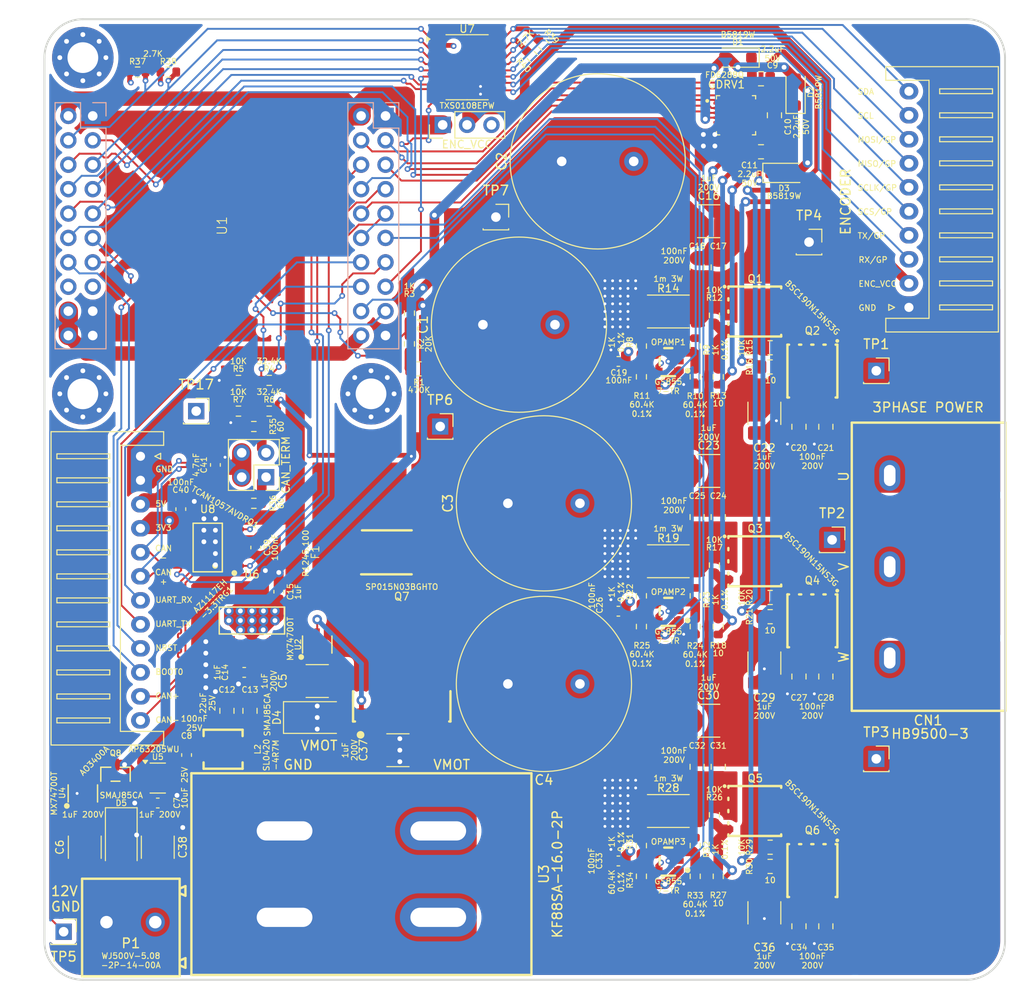
<source format=kicad_pcb>
(kicad_pcb (version 20241229) (generator "pcbnew") (generator_version "9.0")
  (layers (0 "F.Cu" signal) (4 "In1.Cu" signal) (6 "In2.Cu" signal) (2 "B.Cu" signal) (13 "F.Paste" user) (15 "B.Paste" user) (5 "F.SilkS" user "F.Silkscreen") (7 "B.SilkS" user "B.Silkscreen") (1 "F.Mask" user) (3 "B.Mask" user) (25 "Edge.Cuts" user))
  (net 0 "")
  (net 1 "+12V")
  (net 2 "Net-(U2-VCAP)")
  (net 3 "/power/VMOT_UNFILTERED")
  (net 4 "+3V3")
  (net 5 "/power/12V_UNFILTERED")
  (net 6 "Net-(U4-VCAP)")
  (net 7 "Net-(U5-BST)")
  (net 8 "Net-(U5-SW)")
  (net 9 "/U_LOW_GATE")
  (net 10 "/V_LOW_GATE")
  (net 11 "VMOT")
  (net 12 "/U_HIGH_GATE")
  (net 13 "/V_HIGH_GATE")
  (net 14 "/W_LOW_GATE")
  (net 15 "/W_HIGH_GATE")
  (net 16 "/VB1")
  (net 17 "/VS3")
  (net 18 "/VS1")
  (net 19 "/VS2")
  (net 20 "/VB2")
  (net 21 "/VB3")
  (net 22 "Net-(Q1-G)")
  (net 23 "Net-(Q2-G)")
  (net 24 "Net-(Q3-G)")
  (net 25 "Net-(Q4-G)")
  (net 26 "Net-(Q5-G)")
  (net 27 "Net-(Q6-G)")
  (net 28 "/W_LOW_PWM")
  (net 29 "/V_LOW_PWM")
  (net 30 "/U_HIGH_PWM")
  (net 31 "/V_HIGH_PWM")
  (net 32 "/U_LOW_PWM")
  (net 33 "/W_HIGH_PWM")
  (net 34 "/U_POWER")
  (net 35 "/V_POWER")
  (net 36 "/W_POWER")
  (net 37 "/U_I_SENSE")
  (net 38 "/V_I_SENSE")
  (net 39 "/W_I_SENSE")
  (net 40 "/VMOT_SENSE")
  (net 41 "/U-power-phase/BRIDGE_GND")
  (net 42 "/V-power-phase/BRIDGE_GND")
  (net 43 "/W-power-phase/BRIDGE_GND")
  (net 44 "Net-(R1-Pad2)")
  (net 45 "Net-(OPAMP1-IN+)")
  (net 46 "Net-(OPAMP1-IN-)")
  (net 47 "Net-(OPAMP2-IN+)")
  (net 48 "Net-(OPAMP2-IN-)")
  (net 49 "Net-(OPAMP3-IN-)")
  (net 50 "Net-(OPAMP3-IN+)")
  (net 51 "+5V")
  (net 52 "/BOOT0")
  (net 53 "ENC_VCC")
  (net 54 "/5V_SENSE")
  (net 55 "/12V_SENSE")
  (net 56 "/I2C1_SCL")
  (net 57 "/SPI1_SCLK")
  (net 58 "/SHIFTER_OE")
  (net 59 "/SPI1_MISO")
  (net 60 "/USART2_TX")
  (net 61 "/CAN_SILENT")
  (net 62 "/SPI1_SCS")
  (net 63 "/FDCAN2_TX")
  (net 64 "/USART1_TX")
  (net 65 "/I2C1_SDA")
  (net 66 "/SPI1_MOSI")
  (net 67 "/USART2_RX")
  (net 68 "/power/VMOT_GATE")
  (net 69 "/power/12V_GATE")
  (net 71 "GND")
  (net 72 "/FDCAN2_RX")
  (net 73 "/NRST")
  (net 74 "/USART1_RX")
  (net 75 "/I2C1_SCL_ENC")
  (net 76 "/SPI1_SCLK_ENC")
  (net 77 "/USART1_RX_ENC")
  (net 78 "/I2C1_SDA_ENC")
  (net 79 "/SPI1_SCS_ENC")
  (net 80 "/USART1_TX_ENC")
  (net 81 "/SPI1_MOSI_ENC")
  (net 82 "/SPI1_MISO_ENC")
  (net 111 "Net-(J3-Pin_2)")
  (net 112 "Net-(J3-Pin_3)")
  (net 113 "Net-(J3-Pin_1)")
  (net 114 "/CAN+")
  (net 115 "/CAN-")
  (net 116 "/power/VMOT_UNFUSED")
  (footprint "footprints:SOT-23-6_L2.9-W1.6-P0.95-LS2.9-BL" (layer "F.Cu") (at -21.6 15.1)
    (property "Reference" "U2")
    (property "Value" "MX74700T_C22468156")
  )
  (footprint "footprints:R_0603_1608Metric" (layer "F.Cu") (at 19.750001 6.83 -90)
    (property "Reference" "R17")
    (property "Value" "10K")
  )
  (footprint "footprints:PinSocket_1x01_P2.54mm_Vertical" (layer "F.Cu") (at 36.6 -13.4)
    (property "Reference" "TP1")
    (property "Value" "TestPoint")
  )
  (footprint "footprints:C_0603_1608Metric" (layer "F.Cu") (at -38.2 31.6)
    (property "Reference" "C7")
    (property "Value" "10uF 25V")
  )
  (footprint "footprints:DFN-8_L5.5-W5.2-P1.27-LS6.1-BL" (layer "F.Cu") (at 23.95 6.43 -90)
    (property "Reference" "Q3")
    (property "Value" "BSC093N15NS5" (hide yes))
  )
  (footprint "footprints:R_0805_2012Metric" (layer "F.Cu") (at 25.550002 36.2)
    (property "Reference" "R29")
    (property "Value" "10K")
  )
  (footprint "footprints:R_0603_1608Metric" (layer "F.Cu") (at -37.1 -44.5)
    (property "Reference" "R38")
    (property "Value" "2.7K")
  )
  (footprint "footprints:FUSE-SMD_L12.5-W4.5" (layer "F.Cu") (at -14.4 5.5)
    (property "Reference" "F1")
    (property "Value" "R1245.100")
  )
  (footprint "footprints:C_0603_1608Metric" (layer "F.Cu") (at -35.2 26.6 90)
    (property "Reference" "C8")
    (property "Value" "100nF 25V")
  )
  (footprint "footprints:R_0603_1608Metric" (layer "F.Cu") (at -29.8 -9.2 180)
    (property "Reference" "R7")
    (property "Value" "10K")
  )
  (footprint "footprints:R_2512_6332Metric" (layer "F.Cu") (at 14.950002 32.429999)
    (property "Reference" "R28")
    (property "Value" "1m 3W" (hide yes))
  )
  (footprint "footprints:C_0603_1608Metric" (layer "F.Cu") (at 9.750002 -14.370002)
    (property "Reference" "C19")
    (property "Value" "100nF" (hide yes))
  )
  (footprint "footprints:R_2512_6332Metric" (layer "F.Cu") (at 14.950002 -19.570002)
    (property "Reference" "R14")
    (property "Value" "1m 3W" (hide yes))
  )
  (footprint "footprints:R_0603_1608Metric" (layer "F.Cu") (at -28.2 0.4)
    (property "Reference" "R36")
    (property "Value" "60.4")
  )
  (footprint "footprints:PinSocket_1x01_P2.54mm_Vertical" (layer "F.Cu") (at 32 4.2)
    (property "Reference" "TP2")
    (property "Value" "TestPoint")
  )
  (footprint "footprints:SOT-23-5_L2.9-W1.6-P0.95-LS2.8-BR" (layer "F.Cu") (at 14.950001 11.63)
    (property "Reference" "OPAMP2")
    (property "Value" "GS8557-TR")
  )
  (footprint "footprints:PinSocket_1x01_P2.54mm_Vertical" (layer "F.Cu") (at 36.6 27)
    (property "Reference" "TP3")
    (property "Value" "TestPoint")
  )
  (footprint "footprints:R_0603_1608Metric" (layer "F.Cu") (at -26.6 -12.4 180)
    (property "Reference" "R4")
    (property "Value" "32.4K")
  )
  (footprint "footprints:R_0603_1608Metric" (layer "F.Cu") (at -12 -16.2 90)
    (property "Reference" "R2")
    (property "Value" "2K" (hide yes))
  )
  (footprint "footprints:DFN-8_L5.5-W5.2-P1.27-LS6.1-BL" (layer "F.Cu") (at 29.950002 38.629998 180)
    (property "Reference" "Q6")
    (property "Value" "BSC093N15NS5" (hide yes))
  )
  (footprint "footprints:C_0603_1608Metric" (layer "F.Cu") (at -32.2 -3.6 -90)
    (property "Reference" "C41")
    (property "Value" "4.7nF")
  )
  (footprint "footprints:C_0603_1608Metric" (layer "F.Cu") (at 9.750002 37.629999)
    (property "Reference" "C33")
    (property "Value" "100nF")
  )
  (footprint "footprints:R_0603_1608Metric" (layer "F.Cu") (at 0.8 -46.1 135)
    (property "Reference" "R40")
    (property "Value" "2.7K")
  )
  (footprint "footprints:R_0603_1608Metric" (layer "F.Cu") (at 19.750002 32.829999 -90)
    (property "Reference" "R26")
    (property "Value" "10K")
  )
  (footprint "footprints:C_1812_4532Metric" (layer "F.Cu") (at 19.150001 -2.969999)
    (property "Reference" "C23")
    (property "Value" "1uF 200V")
  )
  (footprint "footprints:DFN-8_L5.5-W5.2-P1.27-LS6.1-BL" (layer "F.Cu") (at 23.950002 32.429999 -90)
    (property "Reference" "Q5")
    (property "Value" "BSC093N15NS5" (hide yes))
  )
  (footprint "footprints:PinHeader_2x02_P2.54mm_Vertical" (layer "F.Cu") (at -26.925 -2.325 180)
    (property "Reference" "J3" (hide yes))
    (property "Value" "Conn_02x02_Odd_Even" (hide yes))
  )
  (footprint "footprints:C_Radial_D18.0mm_H35.5mm_P7.50mm" (layer "F.Cu") (at 5.75 19.2 180)
    (property "Reference" "C4")
    (property "Value" "820uF 100V (C443165)")
  )
  (footprint "footprints:C_0805_2012Metric" (layer "F.Cu") (at 20.150002 1.83 90)
    (property "Reference" "C24")
    (property "Value" "100nF 200V")
  )
  (footprint "footprints:C_1812_4532Metric" (layer "F.Cu") (at -45.8 36.2 90)
    (property "Reference" "C6")
    (property "Value" "1uF 200V")
  )
  (footprint "footprints:JST_XH_S10B-XH-A_1x10_P2.50mm_Horizontal" (layer "F.Cu") (at 40 -20 90)
    (property "Reference" "J2" (hide yes))
    (property "Value" "Conn_01x10" (hide yes))
  )
  (footprint "footprints:C_0805_2012Metric" (layer "F.Cu") (at 28.550003 44.429998 -90)
    (property "Reference" "C34")
    (property "Value" "100nF 200V")
  )
  (footprint "footprints:R_0603_1608Metric" (layer "F.Cu") (at 17.750002 13.229998 90)
    (property "Reference" "R24")
    (property "Value" "60.4K 0.1%")
  )
  (footprint "footprints:DFN-8_L5.5-W5.2-P1.27-LS6.1-BL" (layer "F.Cu") (at 29.950002 -13.370002 180)
    (property "Reference" "Q2")
    (property "Value" "BSC093N15NS5" (hide yes))
  )
  (footprint "footprints:R_0603_1608Metric" (layer "F.Cu") (at 17.750002 -12.770002 90)
    (property "Reference" "R10")
    (property "Value" "60.4K 0.1%" (hide yes))
  )
  (footprint "footprints:D_SMA" (layer "F.Cu") (at -21.6 22.7)
    (property "Reference" "D4")
    (property "Value" "SMAJ85CA")
  )
  (footprint "footprints:CONN-TH_2P-P5.00_WJ500V-5.08-2P" (layer "F.Cu") (at -41 44 180)
    (property "Reference" "P1")
    (property "Value" "WJ500V-5.08-2P-14-00A")
  )
  (footprint "footprints:R_0603_1608Metric" (layer "F.Cu") (at 12.150002 10.029999 90)
    (property "Reference" "R22")
    (property "Value" "1K 0.1%")
  )
  (footprint "footprints:R_0603_1608Metric" (layer "F.Cu") (at 2 -47.3 135)
    (property "Reference" "R39")
    (property "Value" "2.7K")
  )
  (footprint "footprints:R_0603_1608Metric" (layer "F.Cu") (at 12.150002 -15.970002 90)
    (property "Reference" "R8")
    (property "Value" "1K 0.1%" (hide yes))
  )
  (footprint "footprints:C_0805_2012Metric" (layer "F.Cu") (at 28.550002 -7.570002 -90)
    (property "Reference" "C20")
    (property "Value" "100nF 200V" (hide yes))
  )
  (footprint "footprints:C_1812_4532Metric" (layer "F.Cu") (at -38.2 36.2 90)
    (property "Reference" "C38")
    (property "Value" "1uF 200V")
  )
  (footprint "footprints:R_0603_1608Metric" (layer "F.Cu") (at 12.150002 -12.770002 -90)
    (property "Reference" "R11")
    (property "Value" "60.4K 0.1%" (hide yes))
  )
  (footprint "footprints:STM32G491CET6 breakout" (layer "F.Cu") (at -31 -28.5 90)
    (property "Reference" "U1")
    (property "Value" "~")
  )
  (footprint "footprints:R_0805_2012Metric" (layer "F.Cu") (at -11 -13.6 180)
    (property "Reference" "R1")
    (property "Value" "47K")
  )
  (footprint "footprints:R_0805_2012Metric" (layer "F.Cu") (at 25.550002 -13.8 180)
    (property "Reference" "R16")
    (property "Value" "10")
  )
  (footprint "footprints:C_Radial_D18.0mm_H35.5mm_P7.50mm" (layer "F.Cu") (at 11.35 -35.2 180)
    (property "Reference" "C2")
    (property "Value" "820uF 100V (C443165)")
  )
  (footprint "footprints:R_0603_1608Metric" (layer "F.Cu") (at 17.750002 10.029999 -90)
    (property "Reference" "R23")
    (property "Value" "1K 0.1%")
  )
  (footprint "footprints:DFN-8_L5.5-W5.2-P1.27-LS6.1-BL" (layer "F.Cu") (at 23.950002 -19.570002 -90)
    (property "Reference" "Q1")
    (property "Value" "BSC093N15NS5" (hide yes))
  )
  (footprint "footprints:C_0805_2012Metric" (layer "F.Cu") (at 24.6 -36.2)
    (property "Reference" "C11")
    (property "Value" "2.2uF 50V" (hide yes))
  )
  (footprint "footprints:D_SOD-123F" (layer "F.Cu") (at 27 -34)
    (property "Reference" "D3")
    (property "Value" "C7420332" (hide yes))
  )
  (footprint "footprints:C_0805_2012Metric" (layer "F.Cu") (at 31.350002 -7.570002 -90)
    (property "Reference" "C21")
    (property "Value" "100nF 200V" (hide yes))
  )
  (footprint "footprints:C_Radial_D18.0mm_H35.5mm_P7.50mm" (layer "F.Cu") (at 5.75 0.4 180)
    (property "Reference" "C3")
    (property "Value" "820uF 100V (C443165)")
  )
  (footprint "footprints:SOT-23-6_L2.9-W1.6-P0.95-LS2.9-BL" (layer "F.Cu") (at -46 30.6)
    (property "Reference" "U4")
    (property "Value" "MX74700T_C22468156")
  )
  (footprint "footprints:R_0603_1608Metric" (layer "F.Cu") (at -12 -19.4 90)
    (property "Reference" "R3")
    (property "Value" "1K" (hide yes))
  )
  (footprint "footprints:SOIC-8_L4.9-W3.9-P1.27-LS6.0-BL" (layer "F.Cu") (at -33 5 90)
    (property "Reference" "U8")
    (property "Value" "TCAN1057AVDRQ1")
  )
  (footprint "footprints:R_0603_1608Metric" (layer "F.Cu") (at 17.750002 39.229998 90)
    (property "Reference" "R33")
    (property "Value" "60.4K 0.1%")
  )
  (footprint "footprints:PinSocket_1x01_P2.54mm_Vertical" (layer "F.Cu") (at -8.8 -7.6)
    (property "Reference" "TP6")
    (property "Value" "TestPoint")
  )
  (footprint "footprints:C_1812_4532Metric" (layer "F.Cu") (at -21.6 18.9 180)
    (property "Reference" "C5")
    (property "Value" "1uF 200V")
  )
  (footprint "footprints:R_0603_1608Metric" (layer "F.Cu") (at 12.150002 36.029999 90)
    (property "Reference" "R31")
    (property "Value" "1K 0.1%")
  )
  (footprint "footprints:R_0805_2012Metric" (layer "F.Cu") (at 25.550001 10.2)
    (property "Reference" "R20")
    (property "Value" "10K")
  )
  (footprint "footprints:R_0603_1608Metric" (layer "F.Cu") (at 20.150002 13.229998 -90)
    (property "Reference" "R18")
    (property "Value" "10")
  )
  (footprint "footprints:R_0603_1608Metric" (layer "F.Cu") (at -26.6 -9.2 180)
    (property "Reference" "R6")
    (property "Value" "32.4K")
  )
  (footprint "footprints:PinSocket_1x01_P2.54mm_Vertical" (layer "F.Cu") (at -34.2 -9.2)
    (property "Reference" "TP17")
    (property "Value" "TestPoint")
  )
  (footprint "footprints:R_0603_1608Metric" (layer "F.Cu") (at 17.750002 36.029999 -90)
    (property "Reference" "R32")
    (property "Value" "1K 0.1%")
  )
  (footprint "footprints:C_0805_2012Metric" (layer "F.Cu") (at 17.950002 -24.170002 90)
    (property "Reference" "C18")
    (property "Value" "100nF 200V" (hide yes))
  )
  (footprint "footprints:R_0805_2012Metric" (layer "F.Cu") (at 25.550002 -15.8)
    (property "Reference" "R15")
    (property "Value" "10K")
  )
  (footprint "footprints:C_1812_4532Metric" (layer "F.Cu") (at 24.950001 17.029999 -90)
    (property "Reference" "C29")
    (property "Value" "1uF 200V")
  )
  (footprint "footprints:TSOT-23-6" (layer "F.Cu") (at -38.2 29)
    (property "Reference" "U5")
    (property "Value" "AP63205WU")
  )
  (footprint "footprints:DFN-8_L5.5-W5.2-P1.27-LS6.1-BL" (layer "F.Cu") (at 29.950002 12.629999 180)
    (property "Reference" "Q4")
    (property "Value" "BSC093N15NS5" (hide yes))
  )
  (footprint "footprints:C_0603_1608Metric" (layer "F.Cu") (at -29.2 18 180)
    (property "Reference" "C14")
    (property "Value" "1uF")
  )
  (footprint "footprints:C_1812_4532Metric" (layer "F.Cu") (at 24.950002 -8.970002 -90)
    (property "Reference" "C22")
    (property "Value" "1uF 200V" (hide yes))
  )
  (footprint "footprints:C_0805_2012Metric" (layer "F.Cu") (at 20.150002 -24.170002 90)
    (property "Reference" "C17")
    (property "Value" "100nF 200V" (hide yes))
  )
  (footprint "footprints:PinSocket_1x01_P2.54mm_Vertical" (layer "F.Cu") (at 29.6 -26.8)
    (property "Reference" "TP4")
    (property "Value" "TestPoint")
  )
  (footprint "footprints:PinHeader_1x03_P2.54mm_Vertical" (layer "F.Cu") (at -8.54 -39 90)
    (property "Reference" "JP1" (hide yes))
    (property "Value" "Jumper_3_Bridged12" (hide yes))
  )
  (footprint "footprints:C_0805_2012Metric" (layer "F.Cu") (at 28.550003 18.429999 -90)
    (property "Reference" "C27")
    (property "Value" "100nF 200V")
  )
  (footprint "footprints:CONN-TH_KF88SA-16.0-2P" (layer "F.Cu") (at -17 39)
    (property "Reference" "U3")
    (property "Value" "KF88SA-16.0-2P")
  )
  (footprint "footprints:R_0603_1608Metric" (layer "F.Cu") (at -29.8 -12.4 180)
    (property "Reference" "R5")
    (property "Value" "10K")
  )
  (footprint "footprints:TOLL-8_L10.4-W9.9-P1.20-LS11.7-BL" (layer "F.Cu") (at -12.77 19.2)
    (property "Reference" "Q7")
    (property "Value" "SP015N03BGHTO")
  )
  (footprint "footprints:PinSocket_1x01_P2.54mm_Vertical" (layer "F.Cu") (at -3 -29.4)
    (property "Reference" "TP7")
    (property "Value" "TestPoint")
  )
  (footprint "footprints:JST_XH_S12B-XH-A_1x12_P2.50mm_Horizontal" (layer "F.Cu") (at -40 -4.5 -90)
    (property "Reference" "J1" (hide yes))
    (property "Value" "Conn_01x12" (hide yes))
  )
  (footprint "footprints:C_0805_2012Metric" (layer "F.Cu") (at 20.150002 27.829999 90)
    (property "Reference" "C31")
    (property "Value" "100nF 200V" (hide yes))
  )
  (footprint "footprints:R_0805_2012Metric" (layer "F.Cu") (at 25.550002 38.2 180)
    (property "Reference" "R30")
    (property "Value" "10")
  )
  (footprint "footprints:C_0805_2012Metric" (layer "F.Cu") (at 31.350002 18.429998 -90)
    (property "Reference" "C28")
    (property "Value" "100nF 200V")
  )
  (footprint "footprints:C_1812_4532Metric" (layer "F.Cu") (at 24.950003 43.029998 -90)
    (property "Reference" "C36")
    (property "Value" "1uF 200V")
  )
  (footprint "footprints:IND-SMD_L4.5-W4.1_IHLP" (layer "F.Cu") (at -31.4 26)
    (property "Reference" "L2")
    (property "Value" "SL0420-4R7M")
  )
  (footprint "footprints:R_0603_1608Metric" (layer "F.Cu") (at 12.150002 39.229998 -90)
    (property "Reference" "R34")
    (property "Value" "60.4K 0.1%")
  )
  (footprint "footprints:C_0805_2012Metric" (layer "F.Cu") (at 24.6 -43.8 180)
    (property "Reference" "C9")
    (property "Value" "2.2uF 50V" (hide yes))
  )
  (footprint "footprints:R_0603_1608Metric" (layer "F.Cu") (at 12.150002 13.229998 -90)
    (property "Reference" "R25")
    (property "Value" "60.4K 0.1%")
  )
  (footprint "footprints:D_SOD-123F" (layer "F.Cu") (at 22.2 -46 180)
    (property "Reference" "D1")
    (property "Value" "C7420332" (hide yes))
  )
  (footprint "footprints:FD6288Q_QFN50P400X400X90-25N" (layer "F.Cu") (at 22 -40)
    (property "Reference" "GDRV1")
    (property "Value" "FD6288Q" (hide yes))
  )
  (footprint "footprints:C_1812_4532Metric" (layer "F.Cu") (at 19.150002 -28.970002)
    (property "Reference" "C16")
    (property "Value" "1uF 200V" (hide yes))
  )
  (footprint "footprints:C_0603_1608Metric" (layer "F.Cu") (at -28 5 90)
    (property "Reference" "C39")
    (property "Value" "100nF")
  )
  (footprint "footprints:C_0805_2012Metric" (layer "F.Cu") (at 31.350002 44.429998 -90)
    (property "Reference" "C35")
    (property "Value" "100nF 200V")
  )
  (footprint "footprints:PinSocket_1x01_P2.54mm_Vertical" (layer "F.Cu") (at -48 45)
    (property "Reference" "TP5")
    (property "Value" "TestPoint")
  )
  (footprint "footprints:R_0603_1608Metric" (layer "F.Cu") (at 19.750002 -19.170002 -90)
    (property "Reference" "R12")
    (property "Value" "10K")
  )
  (footprint "footprints:C_0603_1608Metric" (layer "F.Cu") (at -35.8 1 90)
    (property "Reference" "C40")
    (property "Value" "100nF")
  )
  (footprint "footprints:R_0603_1608Metric" (layer "F.Cu") (at 20.150002 -12.770002 -90)
    (property "Reference" "R13")
    (property "Value" "10")
  )
  (footprint "footprints:R_0603_1608Metric" (layer "F.Cu") (at 20.150002 39.229999 -90)
    (property "Reference" "R27")
    (property "Value" "10")
  )
  (footprint "footprints:TSSOP-20_4.4x6.5mm_P0.65mm" (layer "F.Cu") (at -6 -45)
    (property "Reference" "U7")
    (property "Value" "TXS0108EPW")
  )
  (footprint "footprints:C_0805_2012Metric" (layer "F.Cu") (at 17.950002 27.829999 90)
    (property "Reference" "C32")
    (property "Value" "100nF 200V" (hide yes))
  )
  (footprint "footprints:C_0603_1608Metric" (layer "F.Cu") (at -25.6 9.6 90)
    (property "Reference" "C15")
    (property "Value" "1uF")
  )
  (footprint "footprints:C_0805_2012Metric" (layer "F.Cu") (at 17.950001 1.83 90)
    (property "Reference" "C25")
    (property "Value" "100nF 200V")
  )
  (footprint "footprints:R_0603_1608Metric" (layer "F.Cu") (at 17.750002 -15.970002 -90)
    (property "Reference" "R9")
    (property "Value" "1K 0.1%" (hide yes))
  )
  (footprint "footprints:C_0805_2012Metric" (layer "F.Cu") (at 26 -40 90)
    (property "Reference" "C10")
    (property "Value" "2.2uF 50V" (hide yes))
  )
  (footprint "footprints:D_SOD-123F" (layer "F.Cu") (at 28.2 -42.4 90)
    (property "Reference" "D2")
    (property "Value" "C7420332" (hide yes))
  )
  (footprint "footprints:SOT-23-3_L2.9-W1.3-P1.90-LS2.4-BR" (layer "F.Cu") (at -42.6 28.6 -90)
    (property "Reference" "Q8")
    (property "Value" "AO3400A_C347475")
  )
  (footprint "footprints:R_0805_2012Metric" (layer "F.Cu") (at 25.550001 12.2 180)
    (property "Reference" "R21")
    (property "Value" "10")
  )
  (footprint "footprints:C_0805_2012Metric" (layer "F.Cu") (at -31 22 90)
    (property "Reference" "C12")
    (property "Value" "22uF 25V")
  )
  (footprint "footprints:C_0805_2012Metric" (layer "F.Cu") (at -28.6 22 90)
    (property "Reference" "C13")
    (property "Value" "22uF 25V")
  )
  (footprint "footprints:C_1812_4532Metric" (layer "F.Cu") (at 19.150002 23.029999)
    (property "Reference" "C30")
    (property "Value" "1uF 200V" (hide yes))
  )
  (footprint "footprints:R_2512_6332Metric" (layer "F.Cu") (at 14.950001 6.429999)
    (property "Reference" "R19")
    (property "Value" "1m 3W")
  )
  (footprint "footprints:R_0603_1608Metric" (layer "F.Cu") (at -40.3 -44.5)
    (property "Reference" "R37")
    (property "Value" "2.7K")
  )
  (footprint "footprints:D_SMA" (layer "F.Cu") (at -42 35.6 -90)
    (property "Reference" "D5")
    (property "Value" "SMAJ15CA")
  )
  (footprint "footprints:C_1812_4532Metric" (layer "F.Cu") (at -13.2 26.1 180)
    (property "Reference" "C37")
    (property "Value" "1uF 200V")
  )
  (footprint "footprints:SOT-23-5_L2.9-W1.6-P0.95-LS2.8-BR" (layer "F.Cu") (at 14.950002 -14.370002)
    (property "Reference" "OPAMP1")
    (property "Value" "GS8557-TR" (hide yes))
  )
  (footprint "footprints:SOT-223_L6.5-W3.5-P2.30-LS7.0-BR" (layer "F.Cu") (at -28.4 12.6 -90)
    (property "Reference" "U6")
    (property "Value" "AZ1117EH-3.3TRG1")
  )
  (footprint "footprints:C_0603_1608Metric" (layer "F.Cu") (at 9.75 11.63)
    (property "Reference" "C26")
    (property "Value" "100nF")
  )
  (footprint "footprints:C_Radial_D18.0mm_H35.5mm_P7.50mm" (layer "F.Cu") (at 3.15 -18.2 180)
    (property "Reference" "C1")
    (property "Value" "820uF 100V (C443165)")
  )
  (footprint "footprints:R_0603_1608Metric" (layer "F.Cu") (at -28.2 -7.6 180)
    (property "Reference" "R35")
    (property "Value" "60.4")
  )
  (footprint "footprints:SOT-23-5_L2.9-W1.6-P0.95-LS2.8-BR" (layer "F.Cu") (at 14.950002 37.629999)
    (property "Reference" "OPAMP3")
    (property "Value" "GS8557-TR")
  )
  (footprint "footprints:CONN-TH_3P-P9.50_HB9500-9.5-3P" (layer "F.Cu") (at 38 7 90)
    (property "Reference" "CN1")
    (property "Value" "HB9500-3")
  )
  (gr_arc (start 46 -50) (mid 48.828427 -48.828427) (end 50 -46) (stroke (width 0.2)) (layer "Edge.Cuts"))
  (gr_arc (start 50 46) (mid 48.828427 48.828427) (end 46 50) (stroke (width 0.2)) (layer "Edge.Cuts"))
  (gr_line (start -50 46) (end -50 -46) (stroke (width 0.2)) (layer "Edge.Cuts"))
  (gr_arc (start -46 50) (mid -48.828427 48.828427) (end -50 46) (stroke (width 0.2)) (layer "Edge.Cuts"))
  (gr_line (start 50 -46) (end 50 46) (stroke (width 0.2)) (layer "Edge.Cuts"))
  (gr_line (start 46 50) (end -46 50) (stroke (width 0.2)) (layer "Edge.Cuts"))
  (gr_line (start -46 -50) (end 46 -50) (stroke (width 0.2)) (layer "Edge.Cuts"))
  (gr_arc (start -50 -46) (mid -48.828427 -48.828427) (end -46 -50) (stroke (width 0.2)) (layer "Edge.Cuts"))
  (gr_text "CAN-" (at -38.5 23.3 0) (layer "F.SilkS") (effects (font (size 0.6 0.6) (thickness 0.1) (bold yes)) (justify left bottom)))
  (gr_text "3PHASE POWER" (at 42 -9 0) (layer "F.SilkS") (effects (font (size 1 1)) (justify bottom)))
  (gr_text "B5819W" (at 27 -31.6 0) (layer "F.SilkS") (effects (font (size 0.6 0.6) (thickness 0.1))))
  (gr_text "1K\n0.1%" (at 9.550002 -16.370002 90) (layer "F.SilkS") (effects (font (size 0.6 0.6) (thickness 0.1))))
  (gr_text "CAN+" (at -38.5 20.8 0) (layer "F.SilkS") (effects (font (size 0.6 0.6) (thickness 0.1) (bold yes)) (justify left bottom)))
  (gr_text "10uF 25V" (at -35.4 30 90) (layer "F.SilkS") (effects (font (size 0.6 0.6) (thickness 0.1))))
  (gr_text "MX74700T" (at -24.4 14.5 90) (layer "F.SilkS") (effects (font (size 0.6 0.6) (thickness 0.1))))
  (gr_text "V" (at 33.8 7 90) (layer "F.SilkS") (effects (font (size 1 1)) (justify bottom)))
  (gr_text "10" (at 25.6 -12.4 0) (layer "F.SilkS") (effects (font (size 0.6 0.6) (thickness 0.1))))
  (gr_text "10" (at 25.550001 13.629998 0) (layer "F.SilkS") (effects (font (size 0.6 0.6) (thickness 0.1))))
  (gr_text "BSC190N15NS3G" (at 29.8 6.2 315) (layer "F.SilkS") (effects (font (size 0.6 0.6) (thickness 0.1))))
  (gr_text "10K" (at 22.6 36.2 90) (layer "F.SilkS") (effects (font (size 0.6 0.6) (thickness 0.1) (bold yes))))
  (gr_text "22uF\n25V" (at -33 21.2 90) (layer "F.SilkS") (effects (font (size 0.6 0.6) (thickness 0.1))))
  (gr_text "10K" (at -29.8 -11.2 0) (layer "F.SilkS") (effects (font (size 0.6 0.6) (thickness 0.1))))
  (gr_text "MX74700T" (at -49 30.6 90) (layer "F.SilkS") (effects (font (size 0.6 0.6) (thickness 0.1))))
  (gr_text "UART_TX" (at -38.5 13.3 0) (layer "F.SilkS") (effects (font (size 0.6 0.6) (thickness 0.1) (bold yes)) (justify left bottom)))
  (gr_text "UART_RX" (at -38.5 10.8 0) (layer "F.SilkS") (effects (font (size 0.6 0.6) (thickness 0.1) (bold yes)) (justify left bottom)))
  (gr_text "TCAN1057AVDRQ1" (at -31.2 0.8 330) (layer "F.SilkS") (effects (font (size 0.6 0.6) (thickness 0.1))))
  (gr_text "60.4K\n0.1%" (at 9.550002 39.829998 90) (layer "F.SilkS") (effects (font (size 0.6 0.6) (thickness 0.1))))
  (gr_text "100nF\n200V" (at 15.550002 -25.370002 0) (layer "F.SilkS") (effects (font (size 0.6 0.6) (thickness 0.1))))
  (gr_text "BOOT0" (at -38.5 18.3 0) (layer "F.SilkS") (effects (font (size 0.6 0.6) (thickness 0.1) (bold yes)) (justify left bottom)))
  (gr_text "B5819W" (at 30.599999 -42.4 90) (layer "F.SilkS") (effects (font (size 0.6 0.6) (thickness 0.1))))
  (gr_text "60.4K\n0.1%" (at 17.750002 -9.370003 0) (layer "F.SilkS") (effects (font (size 0.6 0.6) (thickness 0.1))))
  (gr_text "1uF 200V" (at -46 32.8 0) (layer "F.SilkS") (effects (font (size 0.6 0.6) (thickness 0.1) (bold yes))))
  (gr_text "SP015N03BGHTO" (at -12.8 9.1 0) (layer "F.SilkS") (effects (font (size 0.6 0.6) (thickness 0.1))))
  (gr_text "1K\n0.1%" (at 9.550002 35.629998 90) (layer "F.SilkS") (effects (font (size 0.6 0.6) (thickness 0.1))))
  (gr_text "ENCODER" (at 34 -31 90) (layer "F.SilkS") (effects (font (size 1 1)) (justify bottom)))
  (gr_text "1uF 200V" (at -38 32.8 0) (layer "F.SilkS") (effects (font (size 0.6 0.6) (thickness 0.1) (bold yes))))
  (gr_text "1uF" (at -23.6 9.6 90) (layer "F.SilkS") (effects (font (size 0.6 0.6) (thickness 0.1))))
  (gr_text "470K" (at -11 -11.4 0) (layer "F.SilkS") (effects (font (size 0.6 0.6) (thickness 0.1))))
  (gr_text "CAN\n+" (at -37.6 8.9 0) (layer "F.SilkS") (effects (font (size 0.6 0.6) (thickness 0.1) (bold yes)) (justify bottom)))
  (gr_text "32.4K" (at -26.6 -11.2 0) (layer "F.SilkS") (effects (font (size 0.6 0.6) (thickness 0.1))))
  (gr_text "GND" (at 34.7 -19.6 0) (layer "F.SilkS") (effects (font (size 0.6 0.6) (thickness 0.1) (bold yes)) (justify left bottom)))
  (gr_text "12V\nGND" (at -49.4 42.97 0) (layer "F.SilkS") (effects (font (size 1 1)) (justify left bottom)))
  (gr_text "2.2uF\n50V" (at 28.8 -38.8 90) (layer "F.SilkS") (effects (font (size 0.6 0.6) (thickness 0.1))))
  (gr_text "10" (at 20.150002 42.029999 0) (layer "F.SilkS") (effects (font (size 0.6 0.6) (thickness 0.1))))
  (gr_text "BSC190N15NS3G" (at 29.950002 32.029998 315) (layer "F.SilkS") (effects (font (size 0.6 0.6) (thickness 0.1))))
  (gr_text "60" (at -25.4 -7.6 90) (layer "F.SilkS") (effects (font (size 0.6 0.6) (thickness 0.1))))
  (gr_text "1uF\n200V" (at 24.950002 -3.970002 0) (layer "F.SilkS") (effects (font (size 0.6 0.6) (thickness 0.1) (bold yes))))
  (gr_text "1m 3W" (at 14.950002 29.029998 0) (layer "F.SilkS") (effects (font (size 0.6 0.6) (thickness 0.1))))
  (gr_text "1m 3W" (at 14.950002 -22.970002 0) (layer "F.SilkS") (effects (font (size 0.6 0.6) (thickness 0.1))))
  (gr_text "SMAJ85CA" (at -42 30.8 0) (layer "F.SilkS") (effects (font (size 0.6 0.6) (thickness 0.1))))
  (gr_text "100nF" (at 6.950002 37.629998 90) (layer "F.SilkS") (effects (font (size 0.6 0.6) (thickness 0.1) (bold yes))))
  (gr_text "10" (at 20.150002 -10 0) (layer "F.SilkS") (effects (font (size 0.6 0.6) (thickness 0.1))))
  (gr_text "2.2uF\n50V" (at 25.8 -46.4 0) (layer "F.SilkS") (effects (font (size 0.6 0.6) (thickness 0.1))))
  (gr_text "3V3" (at -38.5 3.3 0) (layer "F.SilkS") (effects (font (size 0.6 0.6) (thickness 0.1) (bold yes)) (justify left bottom)))
  (gr_text "4.7nF" (at -34.2 -3.6 90) (layer "F.SilkS") (effects (font (size 0.6 0.6) (thickness 0.1))))
  (gr_text "1uF\n200V" (at -26.6 18.9 90) (layer "F.SilkS") (effects (font (size 0.6 0.6) (thickness 0.1) (bold yes))))
  (gr_text "KF88SA-16.0-2P" (at 3.4 39 90) (layer "F.SilkS") (effects (font (size 1 1))))
  (gr_text "10K" (at 19.75 4.2 0) (layer "F.SilkS") (effects (font (size 0.6 0.6) (thickness 0.1) (bold yes))))
  (gr_text "2.7K" (at 0.1 -48 45) (layer "F.SilkS") (effects (font (size 0.6 0.6) (thickness 0.1))))
  (gr_text "60.4K\n0.1%" (at 12.2 -9.4 0) (layer "F.SilkS") (effects (font (size 0.6 0.6) (thickness 0.1))))
  (gr_text "GND" (at -23.6 28.2 0) (layer "F.SilkS") (effects (font (size 1 1)) (justify bottom)))
  (gr_text "SL0420\n-4R7M" (at -26.4 26.6 90) (layer "F.SilkS") (effects (font (size 0.6 0.6) (thickness 0.1))))
  (gr_text "1uF" (at -32 18 90) (layer "F.SilkS") (effects (font (size 0.6 0.6) (thickness 0.1))))
  (gr_text "VMOT" (at -7.6 28.2 0) (layer "F.SilkS") (effects (font (size 1 1)) (justify bottom)))
  (gr_text "SCS/GP" (at 34.6 -29.6 0) (layer "F.SilkS") (effects (font (size 0.6 0.6) (thickness 0.1) (bold yes)) (justify left bottom)))
  (gr_text "BSC190N15NS3G" (at 29.950002 -19.970002 315) (layer "F.SilkS") (effects (font (size 0.6 0.6) (thickness 0.1))))
  (gr_text "1K" (at -12 -22.2 0) (layer "F.SilkS") (effects (font (size 0.6 0.6) (thickness 0.1))))
  (gr_text "60" (at -25.4 0.4 90) (layer "F.SilkS") (effects (font (size 0.6 0.6) (thickness 0.1))))
  (gr_text "10K" (at 19.750002 30.2 0) (layer "F.SilkS") (effects (font (size 0.6 0.6) (thickness 0.1) (bold yes))))
  (gr_text "100nF\n200V" (at 29.950002 48.029998 0) (layer "F.SilkS") (effects (font (size 0.6 0.6) (thickness 0.1))))
  (gr_text "MISO/GP" (at 34.6 -34.6 0) (layer "F.SilkS") (effects (font (size 0.6 0.6) (thickness 0.1) (bold yes)) (justify left bottom)))
  (gr_text "HB9500-3" (at 42.2 24.4 0) (layer "F.SilkS") (effects (font (size 1 1))))
  (gr_text "1K\n0.1%" (at 20.350002 36.429998 90) (layer "F.SilkS") (effects (font (size 0.6 0.6) (thickness 0.1))))
  (gr_text "1uF\n200V" (at 24.950001 22.029998 0) (layer "F.SilkS") (effects (font (size 0.6 0.6) (thickness 0.1) (bold yes))))
  (gr_text "GS855\n7-TR" (at 14.950002 -11.770002 0) (layer "F.SilkS") (effects (font (size 0.6 0.6) (thickness 0.1) (bold yes))))
  (gr_text "100nF\n25V" (at -34.4 23.3 0) (layer "F.SilkS") (effects (font (size 0.6 0.6) (thickness 0.1))))
  (gr_text "100nF" (at -26 5 90) (layer "F.SilkS") (effects (font (size 0.6 0.6) (thickness 0.1))))
  (gr_text "R1245.100" (at -22.8 5.6 90) (layer "F.SilkS") (effects (font (size 0.6 0.6) (thickness 0.1))))
  (gr_text "60.4K\n0.1%" (at 17.750001 16.629999 0) (layer "F.SilkS") (effects (font (size 0.6 0.6) (thickness 0.1))))
  (gr_text "5V" (at -38.5 0.8 0) (layer "F.SilkS") (effects (font (size 0.6 0.6) (thickness 0.1) (bold yes)) (justify left bottom)))
  (gr_text "1K\n0.1%" (at 9.550002 9.629999 90) (layer "F.SilkS") (effects (font (size 0.6 0.6) (thickness 0.1))))
  (gr_text "RX/GP" (at 34.7 -24.6 0) (layer "F.SilkS") (effects (font (size 0.6 0.6) (thickness 0.1) (bold yes)) (justify left bottom)))
  (gr_text "ENC_VCC" (at -6 -36.5 0) (layer "F.SilkS") (effects (font (size 0.8 0.8) (thickness 0.12)) (justify bottom)))
  (gr_text "60.4K\n0.1%" (at 17.750002 42.629997 0) (layer "F.SilkS") (effects (font (size 0.6 0.6) (thickness 0.1))))
  (gr_text "1uF\n200V" (at 19.150001 -6.970002 0) (layer "F.SilkS") (effects (font (size 0.6 0.6) (thickness 0.1) (bold yes))))
  (gr_text "AZ1117EH\n-3.3TRG1" (at -32.4 10.4 45) (layer "F.SilkS") (effects (font (size 0.6 0.6) (thickness 0.1) (bold yes))))
  (gr_text "1K\n0.1%" (at 20.35 10.429999 90) (layer "F.SilkS") (effects (font (size 0.6 0.6) (thickness 0.1))))
  (gr_text "AO3400A" (at -44.8 27.2 45) (layer "F.SilkS") (effects (font (size 0.6 0.6) (thickness 0.1))))
  (gr_text "10" (at 25.550002 39.629998 0) (layer "F.SilkS") (effects (font (size 0.6 0.6) (thickness 0.1))))
  (gr_text "AP63205WU" (at -38.6 26 0) (layer "F.SilkS") (effects (font (size 0.6 0.6) (thickness 0.1))))
  (gr_text "1uF\n200V" (at -18.2 26.1 90) (layer "F.SilkS") (effects (font (size 0.6 0.6) (thickness 0.1) (bold yes))))
  (gr_text "100nF\n200V" (at 15.550002 26.629998 0) (layer "F.SilkS") (effects (font (size 0.6 0.6) (thickness 0.1))))
  (gr_text "SMAJ85CA" (at -26.8 22.4 90) (layer "F.SilkS") (effects (font (size 0.6 0.6) (thickness 0.1))))
  (gr_text "TXS0108EPW" (at -6 -41 0) (layer "F.SilkS") (effects (font (size 0.6 0.6) (thickness 0.1))))
  (gr_text "10" (at 20.150002 16 0) (layer "F.SilkS") (effects (font (size 0.6 0.6) (thickness 0.1))))
  (gr_text "SCLK/GP" (at 34.6 -32.1 0) (layer "F.SilkS") (effects (font (size 0.6 0.6) (thickness 0.1) (bold yes)) (justify left bottom)))
  (gr_text "U" (at 33.8 -2.4 90) (layer "F.SilkS") (effects (font (size 1 1)) (justify bottom)))
  (gr_text "1uF\n200V" (at 19.150002 19.029998 0) (layer "F.SilkS") (effects (font (size 0.6 0.6) (thickness 0.1) (bold yes))))
  (gr_text "B5819W" (at 22.2 -48.4 0) (layer "F.SilkS") (effects (font (size 0.6 0.6) (thickness 0.1))))
  (gr_text "W" (at 33.8 16.4 90) (layer "F.SilkS") (effects (font (size 1 1)) (justify bottom)))
  (gr_text "CAN_TERM" (at -24.4 -3.6 90) (layer "F.SilkS") (effects (font (size 0.8 0.8) (thickness 0.12)) (justify bottom)))
  (gr_text "WJ500V-5.08\n-2P-14-00A" (at -41 48 0) (layer "F.SilkS") (effects (font (size 0.6 0.6) (thickness 0.1))))
  (gr_text "20K" (at -10 -16.2 90) (layer "F.SilkS") (effects (font (size 0.6 0.6) (thickness 0.1))))
  (gr_text "GS855\n7-TR" (at 14.950002 40.229998 0) (layer "F.SilkS") (effects (font (size 0.6 0.6) (thickness 0.1) (bold yes))))
  (gr_text "ENC_VCC" (at 34.7 -22.1 0) (layer "F.SilkS") (effects (font (size 0.6 0.6) (thickness 0.1) (bold yes)) (justify left bottom)))
  (gr_text "10K" (at 22.6 -15.8 90) (layer "F.SilkS") (effects (font (size 0.6 0.6) (thickness 0.1) (bold yes))))
  (gr_text "2.2uF\n50V" (at 23.4 -33.4 0) (layer "F.SilkS") (effects (font (size 0.6 0.6) (thickness 0.1))))
  (gr_text "100nF\n200V" (at 29.950002 22.029998 0) (layer "F.SilkS") (effects (font (size 0.6 0.6) (thickness 0.1))))
  (gr_text "10K" (at 19.750002 -21.8 0) (layer "F.SilkS") (effects (font (size 0.6 0.6) (thickness 0.1) (bold yes))))
  (gr_text "GS855\n7-TR" (at 14.950001 14.229999 0) (layer "F.SilkS") (effects (font (size 0.6 0.6) (thickness 0.1) (bold yes))))
  (gr_text "GND" (at -38.5 -2.8 0) (layer "F.SilkS") (effects (font (size 0.6 0.6) (thickness 0.1) (bold yes)) (justify left bottom)))
  (gr_text "1K\n0.1%" (at 20.350002 -15.570002 90) (layer "F.SilkS") (effects (font (size 0.6 0.6) (thickness 0.1))))
  (gr_text "100nF" (at 7 10 90) (layer "F.SilkS") (effects (font (size 0.6 0.6) (thickness 0.1) (bold yes))))
  (gr_text "SCL" (at 34.6 -39.6 0) (layer "F.SilkS") (effects (font (size 0.6 0.6) (thickness 0.1) (bold yes)) (justify left bottom)))
  (gr_text "100nF\n200V" (at 15.55 0.629999 0) (layer "F.SilkS") (effects (font (size 0.6 0.6) (thickness 0.1))))
  (gr_text "SDA" (at 34.6 -42.1 0) (layer "F.SilkS") (effects (font (size 0.6 0.6) (thickness 0.1) (bold yes)) (justify left bottom)))
  (gr_text "CAN\n-" (at -37.6 6.4 0) (layer "F.SilkS") (effects (font (size 0.6 0.6) (thickness 0.1) (bold yes)) (justify bottom)))
  (gr_text "100nF\n200V" (at 29.950002 -3.970002 0) (layer "F.SilkS") (effects (font (size 0.6 0.6) (thickness 0.1))))
  (gr_text "100nF" (at 9.8 -12.4 0) (layer "F.SilkS") (effects (font (size 0.6 0.6) (thickness 0.1) (bold yes))))
  (gr_text "1uF\n200V" (at 24.950002 48.029998 0) (layer "F.SilkS") (effects (font (size 0.6 0.6) (thickness 0.1) (bold yes))))
  (gr_text "2.7K" (at -38.7 -46.4 0) (layer "F.SilkS") (effects (font (size 0.6 0.6) (thickness 0.1))))
  (gr_text "32.4K" (at -26.6 -14.4 0) (layer "F.SilkS") (effects (font (size 0.6 0.6) (thickness 0.1))))
  (gr_text "FD6288Q" (at 20.8 -44.2 0) (layer "F.SilkS") (effects (font (size 0.6 0.6) (thickness 0.1))))
  (gr_text "NRST" (at -38.5 15.8 0) (layer "F.SilkS") (effects (font (size 0.6 0.6) (thickness 0.1) (bold yes)) (justify left bottom)))
  (gr_text "10K" (at 22.6 10.2 90) (layer "F.SilkS") (effects (font (size 0.6 0.6) (thickness 0.1) (bold yes))))
  (gr_text "1m 3W" (at 14.950001 3.029999 0) (layer "F.SilkS") (effects (font (size 0.6 0.6) (thickness 0.1))))
  (gr_text "MOSI/GP" (at 34.6 -37.1 0) (layer "F.SilkS") (effects (font (size 0.6 0.6) (thickness 0.1) (bold yes)) (justify left bottom)))
  (gr_text "VMOT" (at -21.4 26.2 0) (layer "F.SilkS") (effects (font (size 1 1)) (justify bottom)))
  (gr_text "1uF\n200V" (at 19.150002 -32.970002 0) (layer "F.SilkS") (effects (font (size 0.6 0.6) (thickness 0.1) (bold yes))))
  (gr_text "10K" (at -29.8 -14.4 0) (layer "F.SilkS") (effects (font (size 0.6 0.6) (thickness 0.1))))
  (gr_text "60.4K\n0.1%" (at 12.2 16.6 0) (layer "F.SilkS") (effects (font (size 0.6 0.6) (thickness 0.1))))
  (gr_text "TX/GP" (at 34.6 -27.1 0) (layer "F.SilkS") (effects (font (size 0.6 0.6) (thickness 0.1) (bold yes)) (justify left bottom)))
  (gr_text "100nF" (at -35.8 -1.8 0) (layer "F.SilkS") (effects (font (size 0.6 0.6) (thickness 0.1))))
  (segment (start -11.801 -4.500529) (end -11.900471 -4.6) (width 0.5) (layer "F.Cu") (net 1))
  (segment (start -41.657652 27.6) (end -40.628826 28.628826) (width 1) (layer "F.Cu") (net 1))
  (segment (start 21.2 -46) (end 20.800001 -46) (width 1) (layer "F.Cu") (net 1))
  (segment (start 22.2 -45) (end 21.2 -46) (width 1) (layer "F.Cu") (net 1))
  (segment (start 20.06 -39.75) (end 18.95 -39.75) (width 0.2) (layer "F.Cu") (net 1))
  (segment (start 29.451 -35.051) (end 28.4 -34) (width 1) (layer "F.Cu") (net 1))
  (segment (start 26.999999 -45) (end 28.2 -43.799999) (width 1) (layer "F.Cu") (net 1))
  (segment (start -47.641 28.489) (end -49.4 30.248) (width 0.2) (layer "F.Cu") (net 1))
  (segment (start -9.4 -29.6) (end -9.4 -23.2) (width 1) (layer "F.Cu") (net 1))
  (segment (start -40.628826 28.658674) (end -39.3375 29.95) (width 1) (layer "F.Cu") (net 1))
  (segment (start -38.975 31.6) (end -38.975 30.3125) (width 1) (layer "F.Cu") (net 1))
  (segment (start -45.05 29.45) (end -45.05 28.95) (width 0.2) (layer "F.Cu") (net 1))
  (segment (start -39.3375 29.95) (end -39.3375 29.051) (width 1) (layer "F.Cu") (net 1))
  (segment (start -49.4 43.6) (end -48 45) (width 0.2) (layer "F.Cu") (net 1))
  (segment (start -25.775 -10.025) (end -25.4 -10.4) (width 0.5) (layer "F.Cu") (net 1))
  (segment (start -45.05 28.95) (end -45.511 28.489) (width 0.2) (layer "F.Cu") (net 1))
  (segment (start -11.900471 -4.6) (end -22.399 -4.6) (width 0.5) (layer "F.Cu") (net 1))
  (segment (start -42.6 27.6) (end -43.95 27.6) (width 1) (layer "F.Cu") (net 1))
  (segment (start -9.4 -23.2) (end -10.6 -22) (width 1) (layer "F.Cu") (net 1))
  (segment (start -45.511 28.489) (end -47.641 28.489) (width 0.2) (layer "F.Cu") (net 1))
  (segment (start -42.6 27.6) (end -41.657652 27.6) (width 1) (layer "F.Cu") (net 1))
  (segment (start -38.975 30.3125) (end -39.3375 29.95) (width 1) (layer "F.Cu") (net 1))
  (segment (start 20.800001 -46) (end 19.700001 -44.899999) (width 1) (layer "F.Cu") (net 1))
  (segment (start -44.815 28.465) (end -44.815 29.45) (width 1) (layer "F.Cu") (net 1))
  (segment (start -43.95 27.6) (end -44.815 28.465) (width 1) (layer "F.Cu") (net 1))
  (segment (start -49.4 30.248) (end -49.4 43.6) (width 0.2) (layer "F.Cu") (net 1))
  (segment (start 18.95 -39.75) (end 18.8 -39.6) (width 0.2) (layer "F.Cu") (net 1))
  (segment (start -25.775 -9.2) (end -25.775 -10.025) (width 0.5) (layer "F.Cu") (net 1))
  (segment (start -40.628826 28.628826) (end -40.628826 28.658674) (width 1) (layer "F.Cu") (net 1))
  (segment (start 28.2 -43.799999) (end 29.451 -42.548999) (width 1) (layer "F.Cu") (net 1))
  (via (at -22.399 -4.6) (size 0.6) (drill 0.3) (layers "F.Cu" "B.Cu") (net 1))
  (via (at 18.8 -39.6) (size 1) (drill 0.5) (layers "F.Cu" "B.Cu") (net 1))
  (via (at 29.451 -42.548999) (size 1) (drill 0.5) (layers "F.Cu" "B.Cu") (net 1))
  (via (at -9.4 -29.6) (size 1) (drill 0.5) (layers "F.Cu" "B.Cu") (net 1))
  (via (at -11.801 -4.500529) (size 0.6) (drill 0.3) (layers "F.Cu" "B.Cu") (net 1))
  (via (at 29.451 -35.051) (size 1) (drill 0.5) (layers "F.Cu" "B.Cu") (net 1))
  (via (at -10.6 -22) (size 1) (drill 0.5) (layers "F.Cu" "B.Cu") (net 1))
  (via (at 19.700001 -44.899999) (size 1) (drill 0.5) (layers "F.Cu" "B.Cu") (net 1))
  (via (at 26.999999 -45) (size 1) (drill 0.5) (layers "F.Cu" "B.Cu") (net 1))
  (via (at -41.657652 27.6) (size 1) (drill 0.5) (layers "F.Cu" "B.Cu") (net 1))
  (via (at 22.2 -45) (size 1) (drill 0.5) (layers "F.Cu" "B.Cu") (net 1))
  (via (at -25.4 -10.4) (size 0.6) (drill 0.3) (layers "F.Cu" "B.Cu") (net 1))
  (segment (start -11.801 -4.500529) (end -26.700528 10.398999) (width 1) (layer "B.Cu") (net 1))
  (segment (start -37.4 16.501528) (end -37.4 23.342348) (width 1) (layer "B.Cu") (net 1))
  (segment (start 19.700001 -44.899999) (end 5.899999 -44.899999) (width 1) (layer "B.Cu") (net 1))
  (segment (start -25.4 -10.4) (end -22.399 -7.399) (width 0.5) (layer "B.Cu") (net 1))
  (segment (start 29.451 -42.548999) (end 29.451 -35.051) (width 1) (layer "B.Cu") (net 1))
  (segment (start 22.2 -45) (end 26.999999 -45) (width 1) (layer "B.Cu") (net 1))
  (segment (start 18.8 -43.999998) (end 18.8 -39.8) (width 1) (layer "B.Cu") (net 1))
  (segment (start -31.297471 10.398999) (end -37.4 16.501528) (width 1) (layer "B.Cu") (net 1))
  (segment (start -22.399 -7.399) (end -22.399 -4.6) (width 0.5) (layer "B.Cu") (net 1))
  (segment (start 5.899999 -44.899999) (end -9.4 -29.6) (width 1) (layer "B.Cu") (net 1))
  (segment (start -26.700528 10.398999) (end -31.297471 10.398999) (width 1) (layer "B.Cu") (net 1))
  (segment (start -11.801 -20.799) (end -10.6 -22) (width 1) (layer "B.Cu") (net 1))
  (segment (start -37.4 23.342348) (end -41.657652 27.6) (width 1) (layer "B.Cu") (net 1))
  (segment (start -11.801 -4.500529) (end -11.801 -20.799) (width 1) (layer "B.Cu") (net 1))
  (segment (start 19.700001 -44.899999) (end 18.8 -43.999998) (width 1) (layer "B.Cu") (net 1))
  (segment (start -22.566 17.816) (end -22.566 16.25) (width 1) (layer "F.Cu") (net 2))
  (segment (start -23.65 18.9) (end -22.566 17.816) (width 1) (layer "F.Cu") (net 2))
  (segment (start -20.65 15.498) (end -20.65 16.25) (width 0.5) (layer "F.Cu") (net 3))
  (segment (start -22.55 14.985) (end -22.271 15.264) (width 0.5) (layer "F.Cu") (net 3))
  (segment (start -19.55 18.9) (end -20.634 17.816) (width 1) (layer "F.Cu") (net 3))
  (segment (start -20.634 17.816) (end -20.634 16.25) (width 1) (layer "F.Cu") (net 3))
  (segment (start -20.884 15.264) (end -20.65 15.498) (width 0.5) (layer "F.Cu") (net 3))
  (segment (start -22.271 15.264) (end -20.884 15.264) (width 0.5) (layer "F.Cu") (net 3))
  (segment (start -22.55 13.95) (end -22.55 14.985) (width 0.5) (layer "F.Cu") (net 3))
  (segment (start 13.326001 39.103998) (end 12.852198 39.103998) (width 0.5) (layer "F.Cu") (net 4))
  (segment (start -8.8625 -47.275) (end -7.475 -47.275) (width 0.5) (layer "F.Cu") (net 4))
  (segment (start 13.326002 13.103998) (end 12.852198 13.103998) (width 0.5) (layer "F.Cu") (net 4))
  (segment (start 13.850001 12.58) (end 13.850001 12.145493) (width 0.5) (layer "F.Cu") (net 4))
  (segment (start -30.8 11.599999) (end -30.259999 11.599999) (width 1) (layer "F.Cu") (net 4))
  (segment (start 12.852198 13.103998) (end 12.726198 13.229998) (width 0.2) (layer "F.Cu") (net 4))
  (segment (start -27.352684 13.599999) (end -27.26947 13.516785) (width 1) (layer "F.Cu") (net 4))
  (segment (start -25.6 10.375) (end -25.975001 10.375) (width 1) (layer "F.Cu") (net 4))
  (segment (start -27.766367 13.566365) (end -28.4 14.199998) (width 1) (layer "F.Cu") (net 4))
  (segment (start -29.600001 13.599999) (end -29 13.599998) (width 1) (layer "F.Cu") (net 4))
  (segment (start -39.9 3.1) (end -40 3) (width 1) (layer "F.Cu") (net 4))
  (segment (start 13.850002 -13.420002) (end 13.326002 -12.896002) (width 0.5) (layer "F.Cu") (net 4))
  (segment (start 10.8 -15.4) (end 10.525002 -15.125002) (width 1) (layer "F.Cu") (net 4))
  (segment (start -27.199999 13.546474) (end -27.21989 13.566365) (width 1) (layer "F.Cu") (net 4))
  (segment (start -25.975001 10.375) (end -27.2 11.599999) (width 1) (layer "F.Cu") (net 4))
  (segment (start -30.8 12.599999) (end -30.6 12.6) (width 1) (layer "F.Cu") (net 4))
  (segment (start -25.6 10.375) (end -25.6 12.199999) (width 1) (layer "F.Cu") (net 4))
  (segment (start 13.326002 -12.896002) (end 12.852198 -12.896002) (width 0.5) (layer "F.Cu") (net 4))
  (segment (start -27.199999 12.599999) (end -27.199999 13.546474) (width 1) (layer "F.Cu") (net 4))
  (segment (start 13.850002 -13.420002) (end 13.850002 -13.854508) (width 0.5) (layer "F.Cu") (net 4))
  (segment (start -29.600001 12.599999) (end -29.6 11.599999) (width 1) (layer "F.Cu") (net 4))
  (segment (start -35.8 1.775) (end -36.575 1.775) (width 1) (layer "F.Cu") (net 4))
  (segment (start -35.77 3.1) (end -36.1 3.1) (width 1) (layer "F.Cu") (net 4))
  (segment (start -25.6 12.199999) (end -26 12.599999) (width 1) (layer "F.Cu") (net 4))
  (segment (start -7.475 -47.275) (end -7.4 -47.2) (width 0.5) (layer "F.Cu") (net 4))
  (segment (start -27.199999 12.599999) (end -27.2 11.599999) (width 1) (layer "F.Cu") (net 4))
  (segment (start 11.150002 39.229999) (end 10.525002 38.604998) (width 1) (layer "F.Cu") (net 4))
  (segment (start -28.4 9.74) (end -28.4 10.399999) (width 1) (layer "F.Cu") (net 4))
  (segment (start 10.525002 37.074998) (end 11 36.6) (width 1) (layer "F.Cu") (net 4))
  (segment (start -37 2.2) (end -39.2 2.2) (width 1) (layer "F.Cu") (net 4))
  (segment (start -28.4 9.74) (end -28.4 11.599999) (width 1) (layer "F.Cu") (net 4))
  (segment (start -28.4 10.399999) (end -27.2 11.599999) (width 1) (layer "F.Cu") (net 4))
  (segment (start -30.8 11.599999) (end -26 11.599999) (width 1) (layer "F.Cu") (net 4))
  (segment (start -30.8 12.599999) (end -30.8 11.599999) (width 1) (layer "F.Cu") (net 4))
  (segment (start -41.125 -44.5) (end -41.125 -43.525) (width 0.5) (layer "F.Cu") (net 4))
  (segment (start 11.150002 -12.770002) (end 10.525002 -13.395002) (width 1) (layer "F.Cu") (net 4))
  (segment (start -27.21989 13.566365) (end -27.766367 13.566365) (width 1) (layer "F.Cu") (net 4))
  (segment (start -29 13.599998) (end -28.4 14.199998) (width 1) (layer "F.Cu") (net 4))
  (segment (start 12.852198 39.103998) (end 12.726197 39.229998) (width 0.2) (layer "F.Cu") (net 4))
  (segment (start 13.850002 38.579998) (end 13.326001 39.103998) (width 0.5) (layer "F.Cu") (net 4))
  (segment (start 12.852198 -12.896002) (end 12.726198 -12.770002) (width 0.2) (layer "F.Cu") (net 4))
  (segment (start -28.4 12.6) (end -28.4 13.599998) (width 1) (layer "F.Cu") (net 4))
  (segment (start 10.525 11.63) (end 10.525 11.049) (width 1) (layer "F.Cu") (net 4))
  (segment (start 13.850002 -13.854508) (end 14.194173 -14.198679) (width 0.5) (layer "F.Cu") (net 4))
  (segment (start -27.765001 10.375) (end -28.4 9.740001) (width 1) (layer "F.Cu") (net 4))
  (segment (start 13.850002 12.579998) (end 13.326002 13.103998) (width 0.5) (layer "F.Cu") (net 4))
  (segment (start -37.925 -43.325) (end -37.893413 -43.293413) (width 0.5) (layer "F.Cu") (net 4))
  (segment (start -29.600001 12.599999) (end -29.600001 13.599999) (width 1) (layer "F.Cu") (net 4))
  (segment (start 10.525002 -13.395002) (end 10.525002 -14.370002) (width 1) (layer "F.Cu") (net 4))
  (segment (start 12.726198 13.229998) (end 11.150002 13.229998) (width 0.2) (layer "F.Cu") (net 4))
  (segment (start -35.77 3.1) (end -39.9 3.1) (width 1) (layer "F.Cu") (net 4))
  (segment (start -26.253525 12.6) (end -27.21989 13.566365) (width 1) (layer "F.Cu") (net 4))
  (segment (start -26.540001 11.599999) (end -28.4 9.74) (width 1) (layer "F.Cu") (net 4))
  (segment (start -37.925 -44.5) (end -37.925 -43.325) (width 0.5) (layer "F.Cu") (net 4))
  (segment (start -28.4 12.6) (end -27.199999 12.599999) (width 1) (layer "F.Cu") (net 4))
  (segment (start 13.850001 12.145493) (end 14.194173 11.801321) (width 0.5) (layer "F.Cu") (net 4))
  (segment (start -26 11.599999) (end -26.540001 11.599999) (width 1) (layer "F.Cu") (net 4))
  (segment (start 12.726197 39.229998) (end 11.150002 39.229999) (width 0.2) (layer "F.Cu") (net 4))
  (segment (start -29.600001 13.599999) (end -27.352684 13.599999) (width 1) (layer "F.Cu") (net 4))
  (segment (start -25.6 10.375) (end -27.765001 10.375) (width 1) (layer "F.Cu") (net 4))
  (segment (start 10.525002 37.629999) (end 10.525002 37.074998) (width 1) (layer "F.Cu") (net 4))
  (segment (start -29.600001 12.599999) (end -30.8 12.599999) (width 1) (layer "F.Cu") (net 4))
  (segment (start 11.150002 13.229998) (end 10.525001 12.604999) (width 1) (layer "F.Cu") (net 4))
  (segment (start -38.775 1.775) (end -40 3) (width 1) (layer "F.Cu") (net 4))
  (segment (start -36.1 3.1) (end -37 2.2) (width 1) (layer "F.Cu") (net 4))
  (segment (start -39.2 2.2) (end -40 3) (width 1) (layer "F.Cu") (net 4))
  (segment (start -28.4 13.599998) (end -28.4 15.459998) (width 1) (layer "F.Cu") (net 4))
  (segment (start 10.525 11.049) (end 10.974 10.6) (width 1) (layer "F.Cu") (net 4))
  (segment (start -35.77 3.1) (end -35.77 1.805) (width 1) (layer "F.Cu") (net 4))
  (segment (start 10.525002 -15.125002) (end 10.525002 -14.370002) (width 1) (layer "F.Cu") (net 4))
  (segment (start 13.850002 38.145492) (end 14.194173 37.801321) (width 0.5) (layer "F.Cu") (net 4))
  (segment (start -28.4 10.399999) (end -29.6 11.599999) (width 1) (layer "F.Cu") (net 4))
  (segment (start -30.6 12.6) (end -29.600001 13.599999) (width 1) (layer "F.Cu") (net 4))
  (segment (start -35.77 1.805) (end -35.8 1.775) (width 1) (layer "F.Cu") (net 4))
  (segment (start 13.850002 38.579999) (end 13.850002 38.145492) (width 0.5) (layer "F.Cu") (net 4))
  (segment (start -35.8 1.775) (end -38.775 1.775) (width 1) (layer "F.Cu") (net 4))
  (segment (start -41.125 -43.525) (end -41 -43.4) (width 0.5) (layer "F.Cu") (net 4))
  (segment (start -26 12.599999) (end -26.253525 12.6) (width 1) (layer "F.Cu") (net 4))
  (segment (start 12.726198 -12.770002) (end 11.150002 -12.770002) (width 0.2) (layer "F.Cu") (net 4))
  (segment (start -28.4 11.599999) (end -28.4 12.6) (width 1) (layer "F.Cu") (net 4))
  (segment (start -28.4 12.6) (end -29.600001 12.599999) (width 1) (layer "F.Cu") (net 4))
  (segment (start -30.259999 11.599999) (end -28.4 9.74) (width 1) (layer "F.Cu") (net 4))
  (segment (start -27.199999 12.599999) (end -26 12.599999) (width 1) (layer "F.Cu") (net 4))
  (segment (start 10.525002 38.604998) (end 10.525002 37.629998) (width 1) (layer "F.Cu") (net 4))
  (segment (start -26 12.599999) (end -26 11.599999) (width 1) (layer "F.Cu") (net 4))
  (segment (start -36.575 1.775) (end -37 2.2) (width 1) (layer "F.Cu") (net 4))
  (segment (start 10.525001 12.604999) (end 10.525001 11.629999) (width 1) (layer "F.Cu") (net 4))
  (via (at -30.8 12.599999) (size 1) (drill 0.5) (layers "F.Cu" "B.Cu") (net 4))
  (via (at 14.194173 -14.198679) (size 0.6) (drill 0.3) (layers "F.Cu" "B.Cu") (net 4))
  (via (at -27.199999 12.599999) (size 1) (drill 0.5) (layers "F.Cu" "B.Cu") (net 4))
  (via (at 14.194173 37.801321) (size 0.6) (drill 0.3) (layers "F.Cu" "B.Cu") (net 4))
  (via (at -26 11.599999) (size 1) (drill 0.5) (layers "F.Cu" "B.Cu") (net 4))
  (via (at -37 2.2) (size 1) (drill 0.5) (layers "F.Cu" "B.Cu") (net 4))
  (via (at -28.4 12.6) (size 1) (drill 0.5) (layers "F.Cu" "B.Cu") (net 4))
  (via (at -28.4 13.599998) (size 1) (drill 0.5) (layers "F.Cu" "B.Cu") (net 4))
  (via (at 11 36.6) (size 1) (drill 0.5) (layers "F.Cu" "B.Cu") (net 4))
  (via (at 14.194173 11.801321) (size 0.6) (drill 0.3) (layers "F.Cu" "B.Cu") (net 4))
  (via (at -29.6 11.599999) (size 1) (drill 0.5) (layers "F.Cu" "B.Cu") (net 4))
  (via (at -29.600001 12.599999) (size 1) (drill 0.5) (layers "F.Cu" "B.Cu") (net 4))
  (via (at -37.893413 -43.293413) (size 0.6) (drill 0.3) (layers "F.Cu" "B.Cu") (net 4))
  (via (at -26 12.599999) (size 1) (drill 0.5) (layers "F.Cu" "B.Cu") (net 4))
  (via (at 10.974 10.6) (size 1) (drill 0.5) (layers "F.Cu" "B.Cu") (net 4))
  (via (at -28.4 11.599999) (size 1) (drill 0.5) (layers "F.Cu" "B.Cu") (net 4))
  (via (at -7.4 -47.2) (size 0.6) (drill 0.3) (layers "F.Cu" "B.Cu") (net 4))
  (via (at -30.8 11.599999) (size 1) (drill 0.5) (layers "F.Cu" "B.Cu") (net 4))
  (via (at -27.21989 13.566365) (size 1) (drill 0.5) (layers "F.Cu" "B.Cu") (net 4))
  (via (at -41 -43.4) (size 0.6) (drill 0.3) (layers "F.Cu" "B.Cu") (net 4))
  (via (at -27.2 11.599999) (size 1) (drill 0.5) (layers "F.Cu" "B.Cu") (net 4))
  (via (at 10.8 -15.4) (size 1) (drill 0.5) (layers "F.Cu" "B.Cu") (net 4))
  (via (at -29.600001 13.599999) (size 1) (drill 0.5) (layers "F.Cu" "B.Cu") (net 4))
  (segment (start -48.451 30.935) (end -46.966 29.45) (width 1) (layer "F.Cu") (net 5))
  (segment (start -41.65 29.6) (end -41.65 29.875) (width 1) (layer "F.Cu") (net 5))
  (segment (start -42 37.600001) (end -43.6 37.600001) (width 4) (layer "F.Cu") (net 5))
  (segment (start -45.8 38.25) (end -48.451 35.599) (width 1) (layer "F.Cu") (net 5))
  (segment (start -42 37.600001) (end -38.849999 37.600001) (width 4) (layer "F.Cu") (net 5))
  (segment (start -38.2 43.74) (end -38.46 44) (width 4) (layer "F.Cu") (net 5))
  (segment (start -43.6 33.2) (end -43.6 33.6) (width 0.5) (layer "F.Cu") (net 5))
  (segment (start -48.451 35.599) (end -48.451 30.935) (width 1) (layer "F.Cu") (net 5))
  (segment (start -44.948156 31.75) (end -43.601 33.097156) (width 1) (layer "F.Cu") (net 5))
  (segment (start -43.6 37.600001) (end -45.150001 37.600001) (width 4) (layer "F.Cu") (net 5))
  (segment (start -45.150001 37.600001) (end -45.8 38.25) (width 4) (layer "F.Cu") (net 5))
  (segment (start -43.525 31.75) (end -44.948156 31.75) (width 1) (layer "F.Cu") (net 5))
  (segment (start -38.46 44) (end -44.21 38.25) (width 4) (layer "F.Cu") (net 5))
  (segment (start -44.21 38.25) (end -45.8 38.25) (width 4) (layer "F.Cu") (net 5))
  (segment (start -38.849999 37.600001) (end -38.2 38.25) (width 4) (layer "F.Cu") (net 5))
  (segment (start -43.6 33.6) (end -43.6 37.600001) (width 0.5) (layer "F.Cu") (net 5))
  (segment (start -43.601 33.097156) (end -43.601 31.801) (width 1) (layer "F.Cu") (net 5))
  (segment (start -43.601 31.801) (end -41.65 29.85) (width 1) (layer "F.Cu") (net 5))
  (segment (start -41.65 29.875) (end -43.525 31.75) (width 1) (layer "F.Cu") (net 5))
  (segment (start -41.65 29.85) (end -41.65 29.6) (width 1) (layer "F.Cu") (net 5))
  (segment (start -38.2 38.25) (end -38.2 43.74) (width 4) (layer "F.Cu") (net 5))
  (segment (start -45.8 34.15) (end -46.966 32.984) (width 1) (layer "F.Cu") (net 6))
  (segment (start -46.966 32.984) (end -46.966 31.75) (width 1) (layer "F.Cu") (net 6))
  (segment (start -35.2 25.825) (end -35.440796 25.825) (width 1) (layer "F.Cu") (net 7))
  (segment (start -37.0625 27.446704) (end -37.0625 27.999) (width 1) (layer "F.Cu") (net 7))
  (segment (start -35.440796 25.825) (end -37.0625 27.446704) (width 1) (layer "F.Cu") (net 7))
  (segment (start -33.29 26.412904) (end -34.559487 27.682391) (width 2) (layer "F.Cu") (net 8))
  (segment (start -33.29 26) (end -33.29 26.412904) (width 2) (layer "F.Cu") (net 8))
  (segment (start -34.559487 27.682391) (end -34.892609 27.682391) (width 2) (layer "F.Cu") (net 8))
  (segment (start -35.2 27.375) (end -35.2 28.057652) (width 1) (layer "F.Cu") (net 8))
  (segment (start -37.0625 29) (end -36.142348 29) (width 0.5) (layer "F.Cu") (net 8))
  (segment (start -35.2 28.057652) (end -36.142348 29) (width 1) (layer "F.Cu") (net 8))
  (segment (start 20.150002 -11.945002) (end 20.150002 -11.950002) (width 0.5) (layer "F.Cu") (net 9))
  (segment (start 20.150002 -11.950002) (end 21.6 -13.4) (width 0.5) (layer "F.Cu") (net 9))
  (segment (start 22.75 -36.95) (end 22.6 -36.8) (width 0.2) (layer "F.Cu") (net 9))
  (segment (start 22.6 -33.2) (end 22.6 -36.8) (width 0.5) (layer "F.Cu") (net 9))
  (segment (start 22.75 -38.06) (end 22.75 -36.95) (width 0.2) (layer "F.Cu") (net 9))
  (segment (start 21.6 -32.2) (end 22.6 -33.2) (width 0.5) (layer "F.Cu") (net 9))
  (via (at 21.6 -13.4) (size 1) (drill 0.5) (layers "F.Cu" "B.Cu") (net 9))
  (via (at 21.6 -32.2) (size 1) (drill 0.5) (layers "F.Cu" "B.Cu") (net 9))
  (segment (start 21.6 -31.6) (end 21.6 -32.2) (width 0.5) (layer "B.Cu") (net 9))
  (segment (start 21.6 -13.4) (end 21.6 -31.6) (width 0.5) (layer "B.Cu") (net 9))
  (segment (start 22.25 -37.25) (end 21.8 -36.8) (width 0.2) (layer "F.Cu") (net 10))
  (segment (start 21.8 -34.4) (end 21.8 -36.8) (width 0.5) (layer "F.Cu") (net 10))
  (segment (start 20.150002 14.049998) (end 21.6 12.6) (width 0.5) (layer "F.Cu") (net 10))
  (segment (start 22.25 -38.06) (end 22.25 -37.25) (width 0.2) (layer "F.Cu") (net 10))
  (segment (start 20.6 -33.2) (end 21.8 -34.4) (width 0.5) (layer "F.Cu") (net 10))
  (segment (start 20.150002 14.054998) (end 20.150002 14.049998) (width 0.5) (layer "F.Cu") (net 10))
  (via (at 20.6 -33.2) (size 1) (drill 0.5) (layers "F.Cu" "B.Cu") (net 10))
  (via (at 21.6 12.6) (size 1) (drill 0.5) (layers "F.Cu" "B.Cu") (net 10))
  (segment (start 20.6 11.6) (end 20.6 -33.2) (width 0.5) (layer "B.Cu") (net 10))
  (segment (start 21.6 12.6) (end 20.6 11.6) (width 0.5) (layer "B.Cu") (net 10))
  (segment (start 21.200001 -2.970002) (end 21.200001 -0.771003) (width 3) (layer "F.Cu") (net 11))
  (segment (start 17.950003 26.879999) (end 20.150003 26.879999) (width 1.5) (layer "F.Cu") (net 11))
  (segment (start 17.950002 -25.120001) (end 20.150002 -25.120001) (width 1.5) (layer "F.Cu") (net 11))
  (segment (start 21.200002 25.228997) (end 20.150002 26.278997) (width 3) (layer "F.Cu") (net 11))
  (segment (start 21.200002 -26.771003) (end 20.150002 -25.721003) (width 3) (layer "F.Cu") (net 11))
  (segment (start 21.200002 -28.970002) (end 21.200002 -26.771003) (width 3) (layer "F.Cu") (net 11))
  (segment (start 15.253218 -35.2) (end 11.35 -35.2) (width 2) (layer "F.Cu") (net 11))
  (segment (start 21.200002 -28.970002) (end 21.200002 -29.253216) (width 2) (layer "F.Cu") (net 11))
  (segment (start 17.950001 0.879999) (end 20.150002 0.879999) (width 1.5) (layer "F.Cu") (net 11))
  (segment (start 21.200002 23.029998) (end 21.200002 25.228997) (width 3) (layer "F.Cu") (net 11))
  (segment (start 21.200002 -29.253216) (end 15.253218 -35.2) (width 2) (layer "F.Cu") (net 11))
  (segment (start 21.200001 -0.771003) (end 20.15 0.278998) (width 3) (layer "F.Cu") (net 11))
  (segment (start 26.6 -46.6) (end 24.6 -44.6) (width 0.5) (layer "F.Cu") (net 12))
  (segment (start 23 -31) (end 26.998292 -31) (width 0.5) (layer "F.Cu") (net 12))
  (segment (start 30.402 -43.198) (end 27 -46.6) (width 0.5) (layer "F.Cu") (net 12))
  (segment (start 24.037502 -14.4) (end 24.637502 -13.8) (width 0.5) (layer "F.Cu") (net 12))
  (segment (start 24.6 -43) (end 23.6 -42) (width 0.5) (layer "F.Cu") (net 12))
  (segment (start 27 -46.6) (end 26.6 -46.6) (width 0.5) (layer "F.Cu") (net 12))
  (segment (start 23.25 -41.94) (end 23.54 -41.94) (width 0.2) (layer "F.Cu") (net 12))
  (segment (start 24.6 -44.6) (end 24.6 -43) (width 0.5) (layer "F.Cu") (net 12))
  (segment (start 22.6 -14.4) (end 24.037502 -14.4) (width 0.5) (layer "F.Cu") (net 12))
  (segment (start 23.54 -41.94) (end 23.6 -42) (width 0.2) (layer "F.Cu") (net 12))
  (segment (start 30.402 -34.403708) (end 30.402 -43.198) (width 0.5) (layer "F.Cu") (net 12))
  (segment (start 26.998292 -31) (end 30.402 -34.403708) (width 0.5) (layer "F.Cu") (net 12))
  (via (at 22.6 -14.4) (size 1) (drill 0.5) (layers "F.Cu" "B.Cu") (net 12))
  (via (at 23 -31) (size 1) (drill 0.5) (layers "F.Cu" "B.Cu") (net 12))
  (segment (start 22.6 -14.4) (end 22.6 -30.6) (width 0.5) (layer "B.Cu") (net 12))
  (segment (start 22.6 -30.6) (end 23 -31) (width 0.5) (layer "B.Cu") (net 12))
  (segment (start 25.8 -32.2) (end 27.176 -33.576) (width 0.5) (layer "F.Cu") (net 13))
  (segment (start 22.6 11.6) (end 24.037501 11.6) (width 0.5) (layer "F.Cu") (net 13))
  (segment (start 27.176 -33.576) (end 27.176 -39.824) (width 0.5) (layer "F.Cu") (net 13))
  (segment (start 23.94 -40.25) (end 24.75 -40.25) (width 0.2) (layer "F.Cu") (net 13))
  (segment (start 27 -40) (end 25.4 -40) (width 0.5) (layer "F.Cu") (net 13))
  (segment (start 23.2 -32.2) (end 25.8 -32.2) (width 0.5) (layer "F.Cu") (net 13))
  (segment (start 24.037501 11.6) (end 24.637501 12.2) (width 0.5) (layer "F.Cu") (net 13))
  (segment (start 27.176 -39.824) (end 27 -40) (width 0.5) (layer "F.Cu") (net 13))
  (segment (start 25 -40) (end 25.4 -40) (width 0.2) (layer "F.Cu") (net 13))
  (segment (start 24.75 -40.25) (end 25 -40) (width 0.2) (layer "F.Cu") (net 13))
  (via (at 23.2 -32.2) (size 1) (drill 0.5) (layers "F.Cu" "B.Cu") (net 13))
  (via (at 22.6 11.6) (size 1) (drill 0.5) (layers "F.Cu" "B.Cu") (net 13))
  (segment (start 23.2 -32.2) (end 24 -31.4) (width 0.5) (layer "B.Cu") (net 13))
  (segment (start 24 -31.4) (end 24 10.2) (width 0.5) (layer "B.Cu") (net 13))
  (segment (start 24 10.2) (end 22.6 11.6) (width 0.5) (layer "B.Cu") (net 13))
  (segment (start 21.75 -37.55) (end 21 -36.8) (width 0.2) (layer "F.Cu") (net 14))
  (segment (start 21.75 -38.06) (end 21.75 -37.55) (width 0.2) (layer "F.Cu") (net 14))
  (segment (start 20.150002 40.054999) (end 20.150002 40.049998) (width 0.5) (layer "F.Cu") (net 14))
  (segment (start 20.150002 40.049998) (end 21.6 38.6) (width 0.5) (layer "F.Cu") (net 14))
  (segment (start 21 -35.6) (end 21 -36.8) (width 0.5) (layer "F.Cu") (net 14))
  (segment (start 19.6 -34.2) (end 21 -35.6) (width 0.5) (layer "F.Cu") (net 14))
  (via (at 21.6 38.6) (size 1) (drill 0.5) (layers "F.Cu" "B.Cu") (net 14))
  (via (at 19.6 -34.2) (size 1) (drill 0.5) (layers "F.Cu" "B.Cu") (net 14))
  (segment (start 21.6 38.6) (end 19.4 36.4) (width 0.5) (layer "B.Cu") (net 14))
  (segment (start 19.4 -34) (end 19.6 -34.2) (width 0.5) (layer "B.Cu") (net 14))
  (segment (start 19.4 36.4) (end 19.4 -34) (width 0.5) (layer "B.Cu") (net 14))
  (segment (start 23.94 -38.26) (end 24 -38.2) (width 0.2) (layer "F.Cu") (net 15))
  (segment (start 24.4 -34.6) (end 24.6 -34.8) (width 0.5) (layer "F.Cu") (net 15))
  (segment (start 24 -38.2) (end 24.6 -37.6) (width 0.5) (layer "F.Cu") (net 15))
  (segment (start 24.6 -37.6) (end 24.6 -34.8) (width 0.5) (layer "F.Cu") (net 15))
  (segment (start 22.6 37.6) (end 24.037502 37.6) (width 0.5) (layer "F.Cu") (net 15))
  (segment (start 23.94 -38.75) (end 23.94 -38.26) (width 0.2) (layer "F.Cu") (net 15))
  (segment (start 24.037502 37.6) (end 24.637502 38.2) (width 0.5) (layer "F.Cu") (net 15))
  (segment (start 24.4 -33.2) (end 24.4 -34.6) (width 0.5) (layer "F.Cu") (net 15))
  (via (at 22.6 37.6) (size 1) (drill 0.5) (layers "F.Cu" "B.Cu") (net 15))
  (via (at 24.4 -33.2) (size 1) (drill 0.5) (layers "F.Cu" "B.Cu") (net 15))
  (segment (start 23.551 11.640364) (end 24.8 10.391364) (width 0.5) (layer "B.Cu") (net 15))
  (segment (start 24.8 5) (end 24.8 -32.8) (width 0.5) (layer "B.Cu") (net 15))
  (segment (start 23.551 36.649) (end 23.551 11.640364) (width 0.5) (layer "B.Cu") (net 15))
  (segment (start 22.6 37.6) (end 23.551 36.649) (width 0.5) (layer "B.Cu") (net 15))
  (segment (start 24.8 10.391364) (end 24.8 5) (width 0.5) (layer "B.Cu") (net 15))
  (segment (start 24.8 -32.8) (end 24.4 -33.2) (width 0.5) (layer "B.Cu") (net 15))
  (segment (start 22.75 -42.899999) (end 22.75 -41.94) (width 0.2) (layer "F.Cu") (net 16))
  (segment (start 23.650001 -45.949998) (end 23.599999 -46) (width 1) (layer "F.Cu") (net 16))
  (segment (start 23.650001 -43.8) (end 23.650001 -45.949998) (width 1) (layer "F.Cu") (net 16))
  (segment (start 23.650001 -43.8) (end 22.75 -42.899999) (width 0.2) (layer "F.Cu") (net 16))
  (segment (start 23.25 -36.6) (end 23.65 -36.2) (width 0.2) (layer "F.Cu") (net 17))
  (segment (start 23.25 -38.06) (end 23.25 -36.6) (width 0.2) (layer "F.Cu") (net 17))
  (segment (start 25.549999 -42.945999) (end 23.94 -41.336) (width 0.5) (layer "F.Cu") (net 18))
  (segment (start 25.549999 -43.8) (end 25.549999 -42.945999) (width 0.5) (layer "F.Cu") (net 18))
  (segment (start 24.65 -39.75) (end 23.94 -39.75) (width 0.2) (layer "F.Cu") (net 19))
  (segment (start 26 -39.050001) (end 25.349999 -39.050001) (width 0.2) (layer "F.Cu") (net 19))
  (segment (start 25.349999 -39.050001) (end 24.65 -39.75) (width 0.2) (layer "F.Cu") (net 19))
  (segment (start 28.2 -41.000001) (end 26.050002 -41.000001) (width 1) (layer "F.Cu") (net 20))
  (segment (start 25.800001 -40.75) (end 23.94 -40.75) (width 0.2) (layer "F.Cu") (net 20))
  (segment (start 26.050002 -41.000001) (end 26 -40.949999) (width 1) (layer "F.Cu") (net 20))
  (segment (start 26 -40.949999) (end 25.800001 -40.75) (width 0.2) (layer "F.Cu") (net 20))
  (segment (start 25.6 -34) (end 25.6 -36.15) (width 1) (layer "F.Cu") (net 21))
  (segment (start 24.55 -39.25) (end 24.806 -38.994) (width 0.2) (layer "F.Cu") (net 21))
  (segment (start 25.55 -36.2) (end 25.55 -37.65) (width 0.5) (layer "F.Cu") (net 21))
  (segment (start 25.6 -36.15) (end 25.55 -36.2) (width 1) (layer "F.Cu") (net 21))
  (segment (start 24.806 -38.994) (end 24.806 -38.394) (width 0.2) (layer "F.Cu") (net 21))
  (segment (start 25.55 -37.65) (end 24.806 -38.394) (width 0.5) (layer "F.Cu") (net 21))
  (segment (start 23.94 -39.25) (end 24.55 -39.25) (width 0.2) (layer "F.Cu") (net 21))
  (segment (start 20.150002 -13.595002) (end 20.150002 -16.620002) (width 1) (layer "F.Cu") (net 22))
  (segment (start 20.150002 -16.620002) (end 21.200002 -17.670002) (width 1) (layer "F.Cu") (net 22))
  (segment (start 20.425002 -17.670002) (end 21.200002 -17.670002) (width 1) (layer "F.Cu") (net 22))
  (segment (start 19.750002 -18.345002) (end 20.425002 -17.670002) (width 1) (layer "F.Cu") (net 22))
  (segment (start 28.050002 -16.120002) (end 26.782504 -16.120002) (width 1) (layer "F.Cu") (net 23))
  (segment (start 26.782504 -16.120002) (end 26.462502 -15.8) (width 1) (layer "F.Cu") (net 23))
  (segment (start 26.462502 -15.8) (end 26.462502 -13.8) (width 1) (layer "F.Cu") (net 23))
  (segment (start 20.425 8.329999) (end 21.200001 8.33) (width 1) (layer "F.Cu") (net 24))
  (segment (start 19.75 7.654999) (end 20.425 8.329999) (width 1) (layer "F.Cu") (net 24))
  (segment (start 20.150002 9.38) (end 21.200001 8.33) (width 1) (layer "F.Cu") (net 24))
  (segment (start 20.150002 12.405) (end 20.150002 9.38) (width 1) (layer "F.Cu") (net 24))
  (segment (start 26.782502 9.879999) (end 26.462501 10.2) (width 1) (layer "F.Cu") (net 25))
  (segment (start 26.462501 10.2) (end 26.462501 12.2) (width 1) (layer "F.Cu") (net 25))
  (segment (start 28.050002 9.879999) (end 26.782502 9.879999) (width 1) (layer "F.Cu") (net 25))
  (segment (start 20.150003 38.404998) (end 20.150003 35.379998) (width 1) (layer "F.Cu") (net 26))
  (segment (start 20.150003 35.379998) (end 21.200002 34.329998) (width 1) (layer "F.Cu") (net 26))
  (segment (start 19.750002 33.654998) (end 20.425002 34.329998) (width 1) (layer "F.Cu") (net 26))
  (segment (start 20.425002 34.329998) (end 21.200002 34.329998) (width 1) (layer "F.Cu") (net 26))
  (segment (start 26.462502 36.2) (end 26.462502 38.2) (width 1) (layer "F.Cu") (net 27))
  (segment (start 26.782504 35.879998) (end 26.462502 36.2) (width 1) (layer "F.Cu") (net 27))
  (segment (start 28.050002 35.879998) (end 26.782504 35.879998) (width 1) (layer "F.Cu") (net 27))
  (segment (start 20.06 -40.25) (end 19.282786 -40.25) (width 0.2) (layer "F.Cu") (net 28))
  (segment (start -15.879 -30.921) (end -17.03 -29.77) (width 0.2) (layer "F.Cu") (net 28))
  (segment (start -6.679 -30.921) (end -15.879 -30.921) (width 0.2) (layer "F.Cu") (net 28))
  (segment (start 2.8 -40.4) (end -6.679 -30.921) (width 0.2) (layer "F.Cu") (net 28))
  (segment (start 19.132786 -40.4) (end 2.8 -40.4) (width 0.2) (layer "F.Cu") (net 28))
  (segment (start 19.282786 -40.25) (end 19.132786 -40.4) (width 0.2) (layer "F.Cu") (net 28))
  (segment (start 19.45 -40.75) (end 19.2 -41) (width 0.2) (layer "F.Cu") (net 29))
  (segment (start -5.001 -33.199) (end -12.839 -33.199) (width 0.2) (layer "F.Cu") (net 29))
  (segment (start 19.2 -41) (end 2.8 -41) (width 0.2) (layer "F.Cu") (net 29))
  (segment (start -12.839 -33.199) (end -14.49 -34.85) (width 0.2) (layer "F.Cu") (net 29))
  (segment (start 20.06 -40.75) (end 19.45 -40.75) (width 0.2) (layer "F.Cu") (net 29))
  (segment (start 2.8 -41) (end -5.001 -33.199) (width 0.2) (layer "F.Cu") (net 29))
  (segment (start 2.8 -43.4) (end -4.361 -36.239) (width 0.2) (layer "F.Cu") (net 30))
  (segment (start -4.361 -36.239) (end -15.879 -36.239) (width 0.2) (layer "F.Cu") (net 30))
  (segment (start 21.75 -42.44511) (end 20.79511 -43.4) (width 0.2) (layer "F.Cu") (net 30))
  (segment (start 21.75 -41.94) (end 21.75 -42.44511) (width 0.2) (layer "F.Cu") (net 30))
  (segment (start -15.879 -36.239) (end -17.03 -37.39) (width 0.2) (layer "F.Cu") (net 30))
  (segment (start 20.79511 -43.4) (end 2.8 -43.4) (width 0.2) (layer "F.Cu") (net 30))
  (segment (start 21.25 -41.94) (end 21.25 -42.37801) (width 0.2) (layer "F.Cu") (net 31))
  (segment (start -12.2 -35) (end -12.8 -35.6) (width 0.2) (layer "F.Cu") (net 31))
  (segment (start 2.8 -42.8) (end -5 -35) (width 0.2) (layer "F.Cu") (net 31))
  (segment (start 21.25 -42.37801) (end 20.82801 -42.8) (width 0.2) (layer "F.Cu") (net 31))
  (segment (start 20.82801 -42.8) (end 2.8 -42.8) (width 0.2) (layer "F.Cu") (net 31))
  (segment (start -5 -35) (end -12.2 -35) (width 0.2) (layer "F.Cu") (net 31))
  (via (at -12.8 -35.6) (size 0.6) (drill 0.3) (layers "F.Cu" "B.Cu") (net 31))
  (segment (start -12.8 -35.6) (end -12.8 -35.7) (width 0.2) (layer "B.Cu") (net 31))
  (segment (start -12.8 -35.7) (end -14.49 -37.39) (width 0.2) (layer "B.Cu") (net 31))
  (segment (start 18.2 -41.6) (end 2.8 -41.6) (width 0.2) (layer "F.Cu") (net 32))
  (segment (start 0.8 -39.6) (end -5 -33.8) (width 0.2) (layer "F.Cu") (net 32))
  (segment (start 20.06 -41.25) (end 19.71 -41.6) (width 0.2) (layer "F.Cu") (net 32))
  (segment (start 19.71 -41.6) (end 18.2 -41.6) (width 0.2) (layer "F.Cu") (net 32))
  (segment (start 2.8 -41.6) (end 0.8 -39.6) (width 0.2) (layer "F.Cu") (net 32))
  (segment (start -5 -33.8) (end -11.6 -33.8) (width 0.2) (layer "F.Cu") (net 32))
  (via (at -11.6 -33.8) (size 0.6) (drill 0.3) (layers "F.Cu" "B.Cu") (net 32))
  (segment (start -43.819 -28.381) (end -46.359 -28.381) (width 0.2) (layer "B.Cu") (net 32))
  (segment (start -29.2 -43) (end -43.819 -28.381) (width 0.2) (layer "B.Cu") (net 32))
  (segment (start -46.359 -28.381) (end -47.51 -27.23) (width 0.2) (layer "B.Cu") (net 32))
  (segment (start -11.398 -37.998) (end -11.4 -38) (width 0.2) (layer "B.Cu") (net 32))
  (segment (start -11.4 -38) (end -11.4 -40.6) (width 0.2) (layer "B.Cu") (net 32))
  (segment (start -11.6 -33.8) (end -11.398 -34.002) (width 0.2) (layer "B.Cu") (net 32))
  (segment (start -11.398 -34.002) (end -11.398 -37.998) (width 0.2) (layer "B.Cu") (net 32))
  (segment (start -11.4 -40.6) (end -13.8 -43) (width 0.2) (layer "B.Cu") (net 32))
  (segment (start -13.8 -43) (end -29.2 -43) (width 0.2) (layer "B.Cu") (net 32))
  (segment (start 20.615 -42.075) (end 20.75 -41.94) (width 0.2) (layer "F.Cu") (net 33))
  (segment (start -42.99 -37.39) (end -44.97 -37.39) (width 0.2) (layer "F.Cu") (net 33))
  (segment (start -38.4 -32.8) (end -42.99 -37.39) (width 0.2) (layer "F.Cu") (net 33))
  (segment (start 2.675 -42.075) (end 20.615 -42.075) (width 0.2) (layer "F.Cu") (net 33))
  (segment (start -12.2 -34.4) (end -5 -34.4) (width 0.2) (layer "F.Cu") (net 33))
  (segment (start -5 -34.4) (end 2.675 -42.075) (width 0.2) (layer "F.Cu") (net 33))
  (via (at -38.4 -32.8) (size 0.6) (drill 0.3) (layers "F.Cu" "B.Cu") (net 33))
  (via (at -12.2 -34.4) (size 0.6) (drill 0.3) (layers "F.Cu" "B.Cu") (net 33))
  (segment (start -28.8 -42.4) (end -14.8 -42.4) (width 0.2) (layer "B.Cu") (net 33))
  (segment (start -14.8 -42.4) (end -12.2 -39.8) (width 0.2) (layer "B.Cu") (net 33))
  (segment (start -12.2 -39.8) (end -12.2 -37.4) (width 0.2) (layer "B.Cu") (net 33))
  (segment (start -11.799 -35.10814) (end -11.8 -35.10714) (width 0.2) (layer "B.Cu") (net 33))
  (segment (start -11.8 -34.8) (end -12.2 -34.4) (width 0.2) (layer "B.Cu") (net 33))
  (segment (start -11.8 -35.10714) (end -11.8 -34.8) (width 0.2) (layer "B.Cu") (net 33))
  (segment (start -11.799 -36.999) (end -11.799 -35.10814) (width 0.2) (layer "B.Cu") (net 33))
  (segment (start -12.2 -37.4) (end -11.799 -36.999) (width 0.2) (layer "B.Cu") (net 33))
  (segment (start -38.4 -32.8) (end -28.8 -42.4) (width 0.2) (layer "B.Cu") (net 33))
  (segment (start 12.150002 -11.945002) (end 14.626002 -11.945002) (width 1) (layer "F.Cu") (net 37))
  (segment (start 14.626002 -11.945002) (end 16.050002 -13.369002) (width 1) (layer "F.Cu") (net 37))
  (via (at 14.626002 -11.945002) (size 1) (drill 0.5) (layers "F.Cu" "B.Cu") (net 37))
  (segment (start -12.80612 -21.59388) (end -13.6 -20.8) (width 0.2) (layer "B.Cu") (net 37))
  (segment (start 14.626002 -11.945002) (end 17.8 -15.119) (width 0.2) (layer "B.Cu") (net 37))
  (segment (start -13.6 -20.8) (end -15.84 -20.8) (width 0.2) (layer "B.Cu") (net 37))
  (segment (start -15.84 -20.8) (end -17.03 -19.61) (width 0.2) (layer "B.Cu") (net 37))
  (segment (start 13.4 -38) (end 2.2 -38) (width 0.2) (layer "B.Cu") (net 37))
  (segment (start 17.8 -33.6) (end 13.4 -38) (width 0.2) (layer "B.Cu") (net 37))
  (segment (start -12.80612 -22.99388) (end -12.80612 -21.59388) (width 0.2) (layer "B.Cu") (net 37))
  (segment (start 17.8 -15.119) (end 17.8 -33.6) (width 0.2) (layer "B.Cu") (net 37))
  (segment (start 2.2 -38) (end -12.80612 -22.99388) (width 0.2) (layer "B.Cu") (net 37))
  (segment (start 14.6 14.054998) (end 14.626001 14.054998) (width 1) (layer "F.Cu") (net 38))
  (segment (start 12.15 14.054999) (end 14.6 14.054998) (width 1) (layer "F.Cu") (net 38))
  (segment (start 14.626001 14.054998) (end 16.050001 12.630998) (width 1) (layer "F.Cu") (net 38))
  (via (at 14.6 14.054998) (size 1) (drill 0.5) (layers "F.Cu" "B.Cu") (net 38))
  (segment (start 14.6 14.054998) (end 18.2 10.454998) (width 0.2) (layer "B.Cu") (net 38))
  (segment (start 13.6 -38.8) (end 2.3671 -38.8) (width 0.2) (layer "B.Cu") (net 38))
  (segment (start 2.3671 -38.8) (end -9.2029 -27.23) (width 0.2) (layer "B.Cu") (net 38))
  (segment (start -9.2029 -27.23) (end -14.49 -27.23) (width 0.2) (layer "B.Cu") (net 38))
  (segment (start 18.2 -34.2) (end 13.6 -38.8) (width 0.2) (layer "B.Cu") (net 38))
  (segment (start 18.2 10.454998) (end 18.2 -34.2) (width 0.2) (layer "B.Cu") (net 38))
  (segment (start 14.6 40.054998) (end 14.626002 40.054998) (width 1) (layer "F.Cu") (net 39))
  (segment (start 14.626002 40.054998) (end 16.050002 38.630998) (width 1) (layer "F.Cu") (net 39))
  (segment (start 12.150002 40.054998) (end 14.6 40.054998) (width 1) (layer "F.Cu") (net 39))
  (via (at 14.6 40.054998) (size 1) (drill 0.5) (layers "F.Cu" "B.Cu") (net 39))
  (segment (start -15.641 -28.619) (end -17.03 -27.23) (width 0.2) (layer "B.Cu") (net 39))
  (segment (start 18.6 36.054998) (end 18.6 -34.8) (width 0.2) (layer "B.Cu") (net 39))
  (segment (start -8.381 -28.619) (end -15.641 -28.619) (width 0.2) (layer "B.Cu") (net 39))
  (segment (start 2.6 -39.6) (end -8.381 -28.619) (width 0.2) (layer "B.Cu") (net 39))
  (segment (start 13.8 -39.6) (end 2.6 -39.6) (width 0.2) (layer "B.Cu") (net 39))
  (segment (start 14.6 40.054998) (end 18.6 36.054998) (width 0.2) (layer "B.Cu") (net 39))
  (segment (start 18.6 -34.8) (end 13.8 -39.6) (width 0.2) (layer "B.Cu") (net 39))
  (segment (start -26.2 -19.4) (end -32.4 -25.6) (width 0.2) (layer "F.Cu") (net 40))
  (segment (start -43.11 -24.69) (end -44.97 -24.69) (width 0.2) (layer "F.Cu") (net 40))
  (segment (start -32.4 -25.6) (end -42.2 -25.6) (width 0.2) (layer "F.Cu") (net 40))
  (segment (start -42.2 -25.6) (end -43.11 -24.69) (width 0.2) (layer "F.Cu") (net 40))
  (segment (start -19.2 -18.8) (end -19.8 -19.4) (width 0.2) (layer "F.Cu") (net 40))
  (segment (start -12 -17.8) (end -14.833884 -14.966116) (width 0.2) (layer "F.Cu") (net 40))
  (segment (start -14.833884 -14.966116) (end -17.366116 -14.966116) (width 0.2) (layer "F.Cu") (net 40))
  (segment (start -12 -17.025) (end -12 -18.575) (width 1) (layer "F.Cu") (net 40))
  (segment (start -19.2 -17.4) (end -19.2 -18.8) (width 0.2) (layer "F.Cu") (net 40))
  (segment (start -12 -18.575) (end -12 -17.8) (width 0.2) (layer "F.Cu") (net 40))
  (via (at -19.2 -17.4) (size 0.6) (drill 0.3) (layers "F.Cu" "B.Cu") (net 40))
  (via (at -26.2 -19.4) (size 0.6) (drill 0.3) (layers "F.Cu" "B.Cu") (net 40))
  (via (at -17.366116 -14.966116) (size 0.6) (drill 0.3) (layers "F.Cu" "B.Cu") (net 40))
  (via (at -19.8 -19.4) (size 0.6) (drill 0.3) (layers "F.Cu" "B.Cu") (net 40))
  (segment (start -17.366116 -14.966116) (end -19.2 -16.8) (width 0.2) (layer "B.Cu") (net 40))
  (segment (start -19.8 -19.4) (end -26.2 -19.4) (width 0.2) (layer "B.Cu") (net 40))
  (segment (start -19.2 -16.8) (end -19.2 -17.4) (width 0.2) (layer "B.Cu") (net 40))
  (segment (start 15.199002 -27.069002) (end 15.199002 -22.283502) (width 3) (layer "F.Cu") (net 41))
  (segment (start 17.100002 -28.970002) (end 15.199002 -27.069002) (width 3) (layer "F.Cu") (net 41))
  (segment (start 15.950002 -18.970002) (end 15.950002 -17.370002) (width 0.5) (layer "F.Cu") (net 41))
  (segment (start 15.199002 -22.283502) (end 17.876949 -19.605555) (width 3) (layer "F.Cu") (net 41))
  (segment (start 16.550002 -19.570002) (end 15.950002 -18.970002) (width 0.5) (layer "F.Cu") (net 41))
  (segment (start 17.912502 -19.570002) (end 16.550002 -19.570002) (width 0.5) (layer "F.Cu") (net 41))
  (segment (start 15.950002 -17.370002) (end 16.525002 -16.795002) (width 0.5) (layer "F.Cu") (net 41))
  (segment (start 16.525002 -16.795002) (end 17.750002 -16.795002) (width 0.5) (layer "F.Cu") (net 41))
  (segment (start 15.950002 7.029999) (end 15.950002 8.629998) (width 0.5) (layer "F.Cu") (net 42))
  (segment (start 17.912501 6.429999) (end 16.550001 6.429999) (width 0.5) (layer "F.Cu") (net 42))
  (segment (start 14.949001 -0.818999) (end 14.949001 3.466499) (width 3) (layer "F.Cu") (net 42))
  (segment (start 16.550001 6.429999) (end 15.950002 7.029999) (width 0.5) (layer "F.Cu") (net 42))
  (segment (start 14.949001 3.466499) (end 17.876949 6.394447) (width 3) (layer "F.Cu") (net 42))
  (segment (start 16.525002 9.204998) (end 17.750002 9.204999) (width 0.5) (layer "F.Cu") (net 42))
  (segment (start 17.100001 -2.969999) (end 14.949001 -0.818999) (width 3) (layer "F.Cu") (net 42))
  (segment (start 15.950002 8.629998) (end 16.525002 9.204998) (width 0.5) (layer "F.Cu") (net 42))
  (segment (start 15.199003 24.930998) (end 15.199003 29.7165) (width 3) (layer "F.Cu") (net 43))
  (segment (start 17.100002 23.029999) (end 15.199003 24.930998) (width 3) (layer "F.Cu") (net 43))
  (segment (start 15.950002 33.029998) (end 15.950002 34.629998) (width 0.5) (layer "F.Cu") (net 43))
  (segment (start 15.199003 29.7165) (end 17.876949 32.394446) (width 3) (layer "F.Cu") (net 43))
  (segment (start 16.550002 32.429998) (end 15.950002 33.029998) (width 0.5) (layer "F.Cu") (net 43))
  (segment (start 16.525002 35.204998) (end 17.750002 35.204998) (width 0.5) (layer "F.Cu") (net 43))
  (segment (start 17.912502 32.429998) (end 16.550002 32.429998) (width 0.5) (layer "F.Cu") (net 43))
  (segment (start 15.950002 34.629998) (end 16.525002 35.204998) (width 0.5) (layer "F.Cu") (net 43))
  (segment (start -12 -15.375) (end -12 -13.6875) (width 1) (layer "F.Cu") (net 44))
  (segment (start -12 -13.6875) (end -11.9125 -13.6) (width 1) (layer "F.Cu") (net 44))
  (segment (start 17.524002 -15.371002) (end 16.050002 -15.371002) (width 1) (layer "F.Cu") (net 45))
  (segment (start 17.750002 -13.595002) (end 17.750002 -15.145002) (width 1) (layer "F.Cu") (net 45))
  (segment (start 17.750002 -15.145002) (end 17.524002 -15.371002) (width 1) (layer "F.Cu") (net 45))
  (segment (start 12.150002 -13.595002) (end 12.150002 -15.145002) (width 1) (layer "F.Cu") (net 46))
  (segment (start 13.675002 -15.145002) (end 13.850002 -15.320002) (width 1) (layer "F.Cu") (net 46))
  (segment (start 12.150002 -15.145002) (end 13.675002 -15.145002) (width 1) (layer "F.Cu") (net 46))
  (segment (start 17.524001 10.629) (end 16.050001 10.628999) (width 1) (layer "F.Cu") (net 47))
  (segment (start 17.750001 12.404999) (end 17.750001 10.855) (width 1) (layer "F.Cu") (net 47))
  (segment (start 17.750001 10.855) (end 17.524001 10.629) (width 1) (layer "F.Cu") (net 47))
  (segment (start 12.150001 12.404999) (end 12.15 10.854999) (width 1) (layer "F.Cu") (net 48))
  (segment (start 12.15 10.854999) (end 13.675001 10.855) (width 1) (layer "F.Cu") (net 48))
  (segment (start 13.675001 10.855) (end 13.85 10.679999) (width 1) (layer "F.Cu") (net 48))
  (segment (start 13.675003 36.854998) (end 13.850002 36.679998) (width 1) (layer "F.Cu") (net 49))
  (segment (start 12.150002 36.854998) (end 13.675003 36.854998) (width 1) (layer "F.Cu") (net 49))
  (segment (start 12.150002 38.404998) (end 12.150002 36.854998) (width 1) (layer "F.Cu") (net 49))
  (segment (start 17.524002 36.628998) (end 16.050002 36.628998) (width 1) (layer "F.Cu") (net 50))
  (segment (start 17.750002 38.404998) (end 17.750002 36.854998) (width 1) (layer "F.Cu") (net 50))
  (segment (start 17.750002 36.854998) (end 17.524002 36.628998) (width 1) (layer "F.Cu") (net 50))
  (segment (start -19.08104 -39.08104) (end -23.899 -34.263081) (width 2) (layer "F.Cu") (net 51))
  (segment (start -23.899 12.214) (end -23.899 13.259) (width 1.5) (layer "F.Cu") (net 51))
  (segment (start -28.6 22.949999) (end -31 22.949999) (width 2) (layer "F.Cu") (net 51))
  (segment (start -24.375 0.6) (end -28 4.225) (width 1) (layer "F.Cu") (net 51))
  (segment (start -47.51 -17.07) (end -47.51 -19.61) (width 2) (layer "F.Cu") (net 51))
  (segment (start -18.831 -41.731) (end -17.03 -39.93) (width 1.5) (layer "F.Cu") (net 51))
  (segment (start -39.3375 27.351482) (end -39.3375 27.375) (width 2) (layer "F.Cu") (net 51))
  (segment (start -23.899 0.6) (end -23.899 12.214) (width 2) (layer "F.Cu") (net 51))
  (segment (start -31 24.51) (end -29.51 26) (width 2) (layer "F.Cu") (net 51))
  (segment (start -47.51 -40.992) (end -46.771 -41.731) (width 1.5) (layer "F.Cu") (net 51))
  (segment (start -23.899 -12.4) (end -25.775 -12.4) (width 1) (layer "F.Cu") (net 51))
  (segment (start -23.899 -15.2) (end -23.899 -12.4) (width 2) (layer "F.Cu") (net 51))
  (segment (start -25.173 1.874) (end -23.899 0.6) (width 1.5) (layer "F.Cu") (net 51))
  (segment (start -36.135018 24.149) (end -39.3375 27.351482) (width 2) (layer "F.Cu") (net 51))
  (segment (start -23.899 -15.2) (end -18.9 -15.2) (width 1.5) (layer "F.Cu") (net 51))
  (segment (start -36.561548 -1.476) (end -33.527093 -1.476) (width 1.5) (layer "F.Cu") (net 51))
  (segment (start -40 0.5) (end -39.599 0.099) (width 1.5) (layer "F.Cu") (net 51))
  (segment (start -34.4125 22.95) (end -35.6115 24.149) (width 2) (layer "F.Cu") (net 51))
  (segment (start -28.6 22.949999) (end -28.6 25.09) (width 2) (layer "F.Cu") (net 51))
  (segment (start -26.1 15.46) (end -26.1 17.816999) (width 1.5) (layer "F.Cu") (net 51))
  (segment (start -30.23 4.37) (end -27.669 4.37) (width 1) (layer "F.Cu") (net 51))
  (segment (start -23.766 12.347) (end -23.899 12.214) (width 1.5) (layer "F.Cu") (net 51))
  (segment (start -26.459999 22.949999) (end -26.424 22.914) (width 2) (layer "F.Cu") (net 51))
  (segment (start -12.439 -39) (end -12.439 -41.981) (width 2) (layer "F.Cu") (net 51))
  (segment (start -19.08104 -39.081041) (end -19.08104 -39.08104) (width 2) (layer "F.Cu") (net 51))
  (segment (start -29.439999 22.949999) (end -26.459999 22.949999) (width 2) (layer "F.Cu") (net 51))
  (segment (start -28.6 22.949999) (end -29.439999 22.949999) (width 2) (layer "F.Cu") (net 51))
  (segment (start -47.51 -17.07) (end -47.51 -17.063001) (width 1.5) (layer "F.Cu") (net 51))
  (segment (start -26.1 17.816999) (end -26.283001 18) (width 1.5) (layer "F.Cu") (net 51))
  (segment (start -26.424 22.914) (end -29.51 26) (width 2.5) (layer "F.Cu") (net 51))
  (segment (start -46.771 -41.731) (end -18.831 -41.731) (width 1.5) (layer "F.Cu") (net 51))
  (segment (start -17.03 -39.93) (end -18.232081 -39.93) (width 2) (layer "F.Cu") (net 51))
  (segment (start -35.6115 24.149) (end -36.135018 24.149) (width 2) (layer "F.Cu") (net 51))
  (segment (start -30.085 4.225) (end -30.23 4.37) (width 1) (layer "F.Cu") (net 51))
  (segment (start -30.177093 1.874) (end -25.173 1.874) (width 1.5) (layer "F.Cu") (net 51))
  (segment (start -12.439 -41.981) (end -16.181081 -41.981) (width 2) (layer "F.Cu") (net 51))
  (segment (start -29.439999 22.949999) (end -31 24.51) (width 2) (layer "F.Cu") (net 51))
  (segment (start -27.669 4.37) (end -23.899 0.6) (width 1) (layer "F.Cu") (net 51))
  (segment (start -28 4.225) (end -30.085 4.225) (width 1) (layer "F.Cu") (net 51))
  (segment (start -26.283001 18) (end -28.425 18) (width 1.5) (layer "F.Cu") (net 51))
  (segment (start -17.03 -41.132081) (end -17.03 -39.93) (width 2) (layer "F.Cu") (net 51))
  (segment (start -39.599 0.099) (end -38.136548 0.099) (width 1.5) (layer "F.Cu") (net 51))
  (segment (start -18.9 -15.2) (end -17.03 -17.07) (width 1.5) (layer "F.Cu") (net 51))
  (segment (start -45.646999 -15.2) (end -23.899 -15.2) (width 1.5) (layer "F.Cu") (net 51))
  (segment (start -23.899 -12.4) (end -23.899 0.6) (width 2) (layer "F.Cu") (net 51))
  (segment (start -31 22.95) (end -34.4125 22.95) (width 2) (layer "F.Cu") (net 51))
  (segment (start -47.51 -17.063001) (end -45.646999 -15.2) (width 1.5) (layer "F.Cu") (net 51))
  (segment (start -23.899 0.6) (end -24.375 0.6) (width 1) (layer "F.Cu") (net 51))
  (segment (start -31 22.949999) (end -31 24.51) (width 2) (layer "F.Cu") (net 51))
  (segment (start -47.51 -39.93) (end -47.51 -40.992) (width 1.5) (layer "F.Cu") (net 51))
  (segment (start -16.181081 -41.981) (end -17.03 -41.132081) (width 2) (layer "F.Cu") (net 51))
  (segment (start -8.54 -39) (end -12.439 -39) (width 2) (layer "F.Cu") (net 51))
  (segment (start -23.899 13.259) (end -26.1 15.46) (width 1.5) (layer "F.Cu") (net 51))
  (segment (start -18.232081 -39.93) (end -19.08104 -39.08104) (width 2) (layer "F.Cu") (net 51))
  (segment (start -26.424 15.784) (end -26.424 22.914) (width 2.5) (layer "F.Cu") (net 51))
  (segment (start -16.181081 -41.981) (end -19.08104 -39.081041) (width 2) (layer "F.Cu") (net 51))
  (segment (start -28.6 25.09) (end -29.51 26) (width 2) (layer "F.Cu") (net 51))
  (segment (start -38.136548 0.099) (end -36.561548 -1.476) (width 1.5) (layer "F.Cu") (net 51))
  (segment (start -23.899 -34.263081) (end -23.899 -15.2) (width 2) (layer "F.Cu") (net 51))
  (segment (start -33.527093 -1.476) (end -30.177093 1.874) (width 1.5) (layer "F.Cu") (net 51))
  (segment (start -26.1 15.46) (end -26.424 15.784) (width 2.5) (layer "F.Cu") (net 51))
  (segment (start -42 -20) (end -41 -21) (width 0.2) (layer "F.Cu") (net 52))
  (segment (start -41 -21) (end -41 -23.26) (width 0.2) (layer "F.Cu") (net 52))
  (via (at -41 -23.26) (size 0.6) (drill 0.3) (layers "F.Cu" "B.Cu") (net 52))
  (via (at -42 -20) (size 0.6) (drill 0.3) (layers "F.Cu" "B.Cu") (net 52))
  (segment (start -42.8 -6.6) (end -42 -7.4) (width 0.2) (layer "B.Cu") (net 52))
  (segment (start -40 18.000001) (end -42.8 15.200001) (width 0.2) (layer "B.Cu") (net 52))
  (segment (start -42.8 15.200001) (end -42.8 -6.6) (width 0.2) (layer "B.Cu") (net 52))
  (segment (start -41 -23.26) (end -44.97 -27.23) (width 0.2) (layer "B.Cu") (net 52))
  (segment (start -42 -7.4) (end -42 -20) (width 0.2) (layer "B.Cu") (net 52))
  (segment (start -6 -45.635558) (end -4.360558 -47.275) (width 1) (layer "F.Cu") (net 53))
  (segment (start -6 -39) (end -6 -45.635558) (width 1) (layer "F.Cu") (net 53))
  (segment (start 31.4 -31.1) (end 40 -22.5) (width 1) (layer "F.Cu") (net 53))
  (segment (start -4.4 -40.6) (end -1.4 -40.6) (width 1) (layer "F.Cu") (net 53))
  (segment (start 0 -44) (end 5 -49) (width 1) (layer "F.Cu") (net 53))
  (segment (start 26 -49) (end 31.4 -43.6) (width 1) (layer "F.Cu") (net 53))
  (segment (start -6 -39) (end -4.4 -40.6) (width 1) (layer "F.Cu") (net 53))
  (segment (start 31.4 -43.6) (end 31.4 -31.1) (width 1) (layer "F.Cu") (net 53))
  (segment (start 5 -49) (end 26 -49) (width 1) (layer "F.Cu") (net 53))
  (segment (start 0 -42) (end 0 -44) (width 1) (layer "F.Cu") (net 53))
  (segment (start -1.4 -40.6) (end 0 -42) (width 1) (layer "F.Cu") (net 53))
  (segment (start -3.1375 -47.275) (end -4.360558 -47.275) (width 0.5) (layer "F.Cu") (net 53))
  (segment (start -27.2 -19) (end -28.024265 -19.824265) (width 0.2) (layer "F.Cu") (net 54))
  (segment (start -27.425 -12.4) (end -28.975 -12.4) (width 0.5) (layer "F.Cu") (net 54))
  (segment (start -27.425 -12.4) (end -27.425 -13.575) (width 0.2) (layer "F.Cu") (net 54))
  (segment (start -27.2 -17.621) (end -27.2 -19) (width 0.2) (layer "F.Cu") (net 54))
  (segment (start -27.425 -13.575) (end -27.4 -13.6) (width 0.2) (layer "F.Cu") (net 54))
  (via (at -28.024265 -19.824265) (size 0.6) (drill 0.3) (layers "F.Cu" "B.Cu") (net 54))
  (via (at -27.2 -17.621) (size 0.6) (drill 0.3) (layers "F.Cu" "B.Cu") (net 54))
  (via (at -27.4 -13.6) (size 0.6) (drill 0.3) (layers "F.Cu" "B.Cu") (net 54))
  (segment (start -28 -20.4) (end -23.71 -24.69) (width 0.2) (layer "B.Cu") (net 54))
  (segment (start -23.71 -24.69) (end -17.03 -24.69) (width 0.2) (layer "B.Cu") (net 54))
  (segment (start -27.2 -13.8) (end -27.2 -17.621) (width 0.2) (layer "B.Cu") (net 54))
  (segment (start -28.024265 -19.824265) (end -28 -19.84853) (width 0.2) (layer "B.Cu") (net 54))
  (segment (start -27.4 -13.6) (end -27.2 -13.8) (width 0.2) (layer "B.Cu") (net 54))
  (segment (start -28 -19.84853) (end -28 -20.4) (width 0.2) (layer "B.Cu") (net 54))
  (segment (start -25.4 -17) (end -25.4 -20.4) (width 0.2) (layer "F.Cu") (net 55))
  (segment (start -26.6 -10.025) (end -26.6 -12.8) (width 0.2) (layer "F.Cu") (net 55))
  (segment (start -19 -22.4) (end -17.861 -23.539) (width 0.2) (layer "F.Cu") (net 55))
  (segment (start -15.641 -23.539) (end -14.49 -24.69) (width 0.2) (layer "F.Cu") (net 55))
  (segment (start -25.6 -16.8) (end -25.4 -17) (width 0.2) (layer "F.Cu") (net 55))
  (segment (start -26.6 -12.8) (end -25.6 -13.8) (width 0.2) (layer "F.Cu") (net 55))
  (segment (start -17.861 -23.539) (end -15.641 -23.539) (width 0.2) (layer "F.Cu") (net 55))
  (segment (start -27.425 -9.2) (end -26.6 -10.025) (width 0.2) (layer "F.Cu") (net 55))
  (segment (start -27.425 -9.2) (end -28.975 -9.2) (width 0.5) (layer "F.Cu") (net 55))
  (segment (start -19 -21.2) (end -19 -22.4) (width 0.2) (layer "F.Cu") (net 55))
  (via (at -25.4 -20.4) (size 0.6) (drill 0.3) (layers "F.Cu" "B.Cu") (net 55))
  (via (at -25.6 -13.8) (size 0.6) (drill 0.3) (layers "F.Cu" "B.Cu") (net 55))
  (via (at -25.6 -16.8) (size 0.6) (drill 0.3) (layers "F.Cu" "B.Cu") (net 55))
  (via (at -19 -21.2) (size 0.6) (drill 0.3) (layers "F.Cu" "B.Cu") (net 55))
  (segment (start -19.8 -20.4) (end -25.4 -20.4) (width 0.2) (layer "B.Cu") (net 55))
  (segment (start -25.6 -13.8) (end -25.6 -16.8) (width 0.2) (layer "B.Cu") (net 55))
  (segment (start -19 -21.2) (end -19.8 -20.4) (width 0.2) (layer "B.Cu") (net 55))
  (segment (start -8.8625 -46.625) (end -9.625 -46.625) (width 0.2) (layer "F.Cu") (net 56))
  (segment (start -36.275 -44.5) (end -36.275 -44.425) (width 0.5) (layer "F.Cu") (net 56))
  (segment (start -9.625 -46.625) (end -10.8 -47.8) (width 0.2) (layer "F.Cu") (net 56))
  (segment (start -36.275 -44.425) (end -37.1 -43.6) (width 0.5) (layer "F.Cu") (net 56))
  (via (at -10.8 -47.8) (size 0.6) (drill 0.3) (layers "F.Cu" "B.Cu") (net 56))
  (via (at -37.1 -43.6) (size 0.6) (drill 0.3) (layers "F.Cu" "B.Cu") (net 56))
  (segment (start -37.1 -42.72) (end -37.11 -42.71) (width 0.2) (layer "B.Cu") (net 56))
  (segment (start -37.26 -42.56) (end -44.97 -34.85) (width 0.2) (layer "B.Cu") (net 56))
  (segment (start -37.1 -43.6) (end -37.1 -42.72) (width 0.2) (layer "B.Cu") (net 56))
  (segment (start -10.8 -47.8) (end -32.02 -47.8) (width 0.2) (layer "B.Cu") (net 56))
  (segment (start -32.02 -47.8) (end -37.11 -42.71) (width 0.2) (layer "B.Cu") (net 56))
  (segment (start -37.11 -42.71) (end -37.26 -42.56) (width 0.2) (layer "B.Cu") (net 56))
  (segment (start -8.8625 -44.675) (end -10.675 -44.675) (width 0.2) (layer "F.Cu") (net 57))
  (segment (start -46.36 -36) (end -47.51 -34.85) (width 0.2) (layer "F.Cu") (net 57))
  (segment (start -44.2 -36) (end -46.36 -36) (width 0.2) (layer "F.Cu") (net 57))
  (segment (start -43.8 -35.6) (end -44.2 -36) (width 0.2) (layer "F.Cu") (net 57))
  (segment (start -43.4 -35.6) (end -43.8 -35.6) (width 0.2) (layer "F.Cu") (net 57))
  (segment (start -41.4 -34.8) (end -42.6 -36) (width 0.2) (layer "F.Cu") (net 57))
  (segment (start -42.6 -36) (end -43 -36) (width 0.2) (layer "F.Cu") (net 57))
  (segment (start -10.675 -44.675) (end -10.8 -44.8) (width 0.2) (layer "F.Cu") (net 57))
  (segment (start -43 -36) (end -43.4 -35.6) (width 0.2) (layer "F.Cu") (net 57))
  (via (at -10.8 -44.8) (size 0.6) (drill 0.3) (layers "F.Cu" "B.Cu") (net 57))
  (via (at -41.4 -34.8) (size 0.6) (drill 0.3) (layers "F.Cu" "B.Cu") (net 57))
  (segment (start -10.8 -44.8) (end -31.4 -44.8) (width 0.2) (layer "B.Cu") (net 57))
  (segment (start -31.4 -44.8) (end -41.4 -34.8) (width 0.2) (layer "B.Cu") (net 57))
  (segment (start -10.2 -37.6) (end -10 -37.4) (width 0.2) (layer "F.Cu") (net 58))
  (segment (start -12.2 -37) (end -11.6 -37.6) (width 0.2) (layer "F.Cu") (net 58))
  (segment (start -8.8625 -42.075) (end -10 -40.9375) (width 0.2) (layer "F.Cu") (net 58))
  (segment (start -10 -40.9375) (end -10 -40.5) (width 0.2) (layer "F.Cu") (net 58))
  (segment (start -12.8 -37) (end -12.2 -37) (width 0.2) (layer "F.Cu") (net 58))
  (segment (start -11.6 -37.6) (end -10.2 -37.6) (width 0.2) (layer "F.Cu") (net 58))
  (via (at -10 -37.4) (size 0.6) (drill 0.3) (layers "F.Cu" "B.Cu") (net 58))
  (via (at -12.8 -37) (size 0.6) (drill 0.3) (layers "F.Cu" "B.Cu") (net 58))
  (via (at -10 -40.5) (size 0.6) (drill 0.3) (layers "F.Cu" "B.Cu") (net 58))
  (segment (start -10 -40.5) (end -10 -37.4) (width 0.2) (layer "B.Cu") (net 58))
  (segment (start -12.2 -35.27424) (end -14.01324 -33.461) (width 0.2) (layer "B.Cu") (net 58))
  (segment (start -15.879 -33.461) (end -17.03 -32.31) (width 0.2) (layer "B.Cu") (net 58))
  (segment (start -12.2 -36.4) (end -12.2 -35.27424) (width 0.2) (layer "B.Cu") (net 58))
  (segment (start -12.8 -37) (end -12.2 -36.4) (width 0.2) (layer "B.Cu") (net 58))
  (segment (start -14.01324 -33.461) (end -15.879 -33.461) (width 0.2) (layer "B.Cu") (net 58))
  (segment (start -8.8625 -45.325) (end -10.325 -45.325) (width 0.2) (layer "F.Cu") (net 59))
  (segment (start -10.325 -45.325) (end -10.8 -45.8) (width 0.2) (layer "F.Cu") (net 59))
  (via (at -10.8 -45.8) (size 0.6) (drill 0.3) (layers "F.Cu" "B.Cu") (net 59))
  (segment (start -31.48 -45.8) (end -44.97 -32.31) (width 0.2) (layer "B.Cu") (net 59))
  (segment (start -10.8 -45.8) (end -31.48 -45.8) (width 0.2) (layer "B.Cu") (net 59))
  (segment (start -35 -12.4) (end -34.6 -12) (width 0.2) (layer "F.Cu") (net 60))
  (segment (start -42 -5.4) (end -42 -5.8) (width 0.2) (layer "F.Cu") (net 60))
  (segment (start -42 11) (end -42 -5.4) (width 0.2) (layer "F.Cu") (net 60))
  (segment (start -35.4 -12.4) (end -35 -12.4) (width 0.2) (layer "F.Cu") (net 60))
  (segment (start -34.6 -12) (end -34 -12) (width 0.2) (layer "F.Cu") (net 60))
  (segment (start -40 13) (end -42 11) (width 0.2) (layer "F.Cu") (net 60))
  (segment (start -42 -5.8) (end -35.4 -12.4) (width 0.2) (layer "F.Cu") (net 60))
  (segment (start -34 -12) (end -32.4 -13.6) (width 0.2) (layer "F.Cu") (net 60))
  (via (at -32.4 -13.6) (size 0.6) (drill 0.3) (layers "F.Cu" "B.Cu") (net 60))
  (segment (start -15.879 -18.221) (end -14.49 -19.61) (width 0.2) (layer "B.Cu") (net 60))
  (segment (start -32.4 -13.6) (end -27.779 -18.221) (width 0.2) (layer "B.Cu") (net 60))
  (segment (start -27.779 -18.221) (end -15.879 -18.221) (width 0.2) (layer "B.Cu") (net 60))
  (segment (start -35.77 6.91) (end -35.77 7.37) (width 0.2) (layer "F.Cu") (net 61))
  (segment (start -35.77 7.37) (end -36.2 7.8) (width 0.2) (layer "F.Cu") (net 61))
  (segment (start -15.641 -28.619) (end -14.49 -29.77) (width 0.2) (layer "F.Cu") (net 61))
  (segment (start -17.26876 -28.619) (end -15.641 -28.619) (width 0.2) (layer "F.Cu") (net 61))
  (segment (start -20.4 -17.6) (end -20.4 -25.48776) (width 0.2) (layer "F.Cu") (net 61))
  (segment (start -20.4 -25.48776) (end -17.26876 -28.619) (width 0.2) (layer "F.Cu") (net 61))
  (via (at -20.4 -17.6) (size 0.6) (drill 0.3) (layers "F.Cu" "B.Cu") (net 61))
  (via (at -36.2 7.8) (size 0.6) (drill 0.3) (layers "F.Cu" "B.Cu") (net 61))
  (segment (start -35.6 7.8) (end -34.8 8.6) (width 0.2) (layer "B.Cu") (net 61))
  (segment (start -34.8 8.6) (end -29.440057 8.6) (width 0.2) (layer "B.Cu") (net 61))
  (segment (start -20.4 -1.6) (end -20.4 -17.6) (width 0.2) (layer "B.Cu") (net 61))
  (segment (start -36.2 7.8) (end -35.6 7.8) (width 0.2) (layer "B.Cu") (net 61))
  (segment (start -29.440057 8.6) (end -20.4 -0.440057) (width 0.2) (layer "B.Cu") (net 61))
  (segment (start -20.4 -0.440057) (end -20.4 -1.6) (width 0.2) (layer "B.Cu") (net 61))
  (segment (start -10.8 -25.84) (end -14.49 -22.15) (width 0.2) (layer "F.Cu") (net 62))
  (segment (start -10.8 -43.8) (end -10.575 -44.025) (width 0.2) (layer "F.Cu") (net 62))
  (segment (start -10.575 -44.025) (end -8.8625 -44.025) (width 0.2) (layer "F.Cu") (net 62))
  (segment (start -10.8 -30.2) (end -10.8 -25.84) (width 0.2) (layer "F.Cu") (net 62))
  (via (at -10.8 -30.2) (size 0.6) (drill 0.3) (layers "F.Cu" "B.Cu") (net 62))
  (via (at -10.8 -43.8) (size 0.6) (drill 0.3) (layers "F.Cu" "B.Cu") (net 62))
  (segment (start -10.8 -43.8) (end -10.8 -30.2) (width 0.2) (layer "B.Cu") (net 62))
  (segment (start -30.23 6.91) (end -28.6 6.91) (width 0.2) (layer "F.Cu") (net 63))
  (segment (start -22.2 -29.68) (end -17.03 -34.85) (width 0.2) (layer "F.Cu") (net 63))
  (segment (start -22.2 -17.4) (end -22.2 -29.68) (width 0.2) (layer "F.Cu") (net 63))
  (via (at -28.6 6.91) (size 0.6) (drill 0.3) (layers "F.Cu" "B.Cu") (net 63))
  (via (at -22.2 -17.4) (size 0.6) (drill 0.3) (layers "F.Cu" "B.Cu") (net 63))
  (segment (start -21.2 -17.2) (end -22 -17.2) (width 0.2) (layer "B.Cu") (net 63))
  (segment (start -28.6 6.91) (end -21 -0.69) (width 0.2) (layer "B.Cu") (net 63))
  (segment (start -22 -17.2) (end -22.2 -17.4) (width 0.2) (layer "B.Cu") (net 63))
  (segment (start -21 -0.69) (end -21 -17) (width 0.2) (layer "B.Cu") (net 63))
  (segment (start -21 -17) (end -21.2 -17.2) (width 0.2) (layer "B.Cu") (net 63))
  (segment (start -11.048943 -43.199) (end -11.8 -43.950057) (width 0.2) (layer "F.Cu") (net 64))
  (segment (start -11.8 -43.950057) (end -11.8 -44) (width 0.2) (layer "F.Cu") (net 64))
  (segment (start -8.8625 -43.375) (end -9.625 -43.375) (width 0.2) (layer "F.Cu") (net 64))
  (segment (start -9.625 -43.375) (end -9.801 -43.199) (width 0.2) (layer "F.Cu") (net 64))
  (segment (start -9.801 -43.199) (end -11.048943 -43.199) (width 0.2) (layer "F.Cu") (net 64))
  (via (at -11.8 -44) (size 0.6) (drill 0.3) (layers "F.Cu" "B.Cu") (net 64))
  (segment (start -12.001 -44.201) (end -30.539 -44.201) (width 0.2) (layer "B.Cu") (net 64))
  (segment (start -30.539 -44.201) (end -44.97 -29.77) (width 0.2) (layer "B.Cu") (net 64))
  (segment (start -11.8 -44) (end -12.001 -44.201) (width 0.2) (layer "B.Cu") (net 64))
  (segment (start -8.8625 -47.925) (end -9.725 -47.925) (width 0.2) (layer "F.Cu") (net 65))
  (segment (start -9.725 -47.925) (end -10.8 -49) (width 0.2) (layer "F.Cu") (net 65))
  (segment (start -39.475 -43.6) (end -39.475 -44.5) (width 0.5) (layer "F.Cu") (net 65))
  (via (at -39.475 -43.6) (size 0.6) (drill 0.3) (layers "F.Cu" "B.Cu") (net 65))
  (via (at -10.8 -49) (size 0.6) (drill 0.3) (layers "F.Cu" "B.Cu") (net 65))
  (segment (start -39.5 -42.5) (end -43.221 -38.779) (width 0.2) (layer "B.Cu") (net 65))
  (segment (start -39.475 -43.6) (end -39.5 -43.575) (width 0.2) (layer "B.Cu") (net 65))
  (segment (start -10.8 -49) (end -33 -49) (width 0.2) (layer "B.Cu") (net 65))
  (segment (start -46.121 -38.779) (end -47.51 -37.39) (width 0.2) (layer "B.Cu") (net 65))
  (segment (start -39.5 -43.575) (end -39.5 -42.5) (width 0.2) (layer "B.Cu") (net 65))
  (segment (start -33 -49) (end -39.5 -42.5) (width 0.2) (layer "B.Cu") (net 65))
  (segment (start -43.221 -38.779) (end -46.121 -38.779) (width 0.2) (layer "B.Cu") (net 65))
  (segment (start -9.975 -45.975) (end -10.8 -46.8) (width 0.2) (layer "F.Cu") (net 66))
  (segment (start -8.8625 -45.975) (end -9.975 -45.975) (width 0.2) (layer "F.Cu") (net 66))
  (via (at -10.8 -46.8) (size 0.6) (drill 0.3) (layers "F.Cu" "B.Cu") (net 66))
  (segment (start -31.39224 -46.8) (end -44.49324 -33.699) (width 0.2) (layer "B.Cu") (net 66))
  (segment (start -10.8 -46.8) (end -31.39224 -46.8) (width 0.2) (layer "B.Cu") (net 66))
  (segment (start -44.49324 -33.699) (end -46.121 -33.699) (width 0.2) (layer "B.Cu") (net 66))
  (segment (start -46.121 -33.699) (end -47.51 -32.31) (width 0.2) (layer "B.Cu") (net 66))
  (segment (start -24.85 -22.15) (end -17.03 -22.15) (width 0.2) (layer "B.Cu") (net 67))
  (segment (start -40 10.5) (end -41.6 8.9) (width 0.2) (layer "B.Cu") (net 67))
  (segment (start -41.6 8.9) (end -41.6 -5.4) (width 0.2) (layer "B.Cu") (net 67))
  (segment (start -41.6 -5.4) (end -24.85 -22.15) (width 0.2) (layer "B.Cu") (net 67))
  (segment (start -21.6 13.95) (end -21.6 12.5) (width 0.2) (layer "F.Cu") (net 68))
  (segment (start -17 22.84) (end -16.99 22.85) (width 0.5) (layer "F.Cu") (net 68))
  (segment (start -17 20.9) (end -17 22.84) (width 0.5) (layer "F.Cu") (net 68))
  (via (at -21.6 12.5) (size 1) (drill 0.5) (layers "F.Cu" "B.Cu") (net 68))
  (via (at -17 20.9) (size 1) (drill 0.5) (layers "F.Cu" "B.Cu") (net 68))
  (segment (start -21.6 12.5) (end -17 17.1) (width 0.5) (layer "B.Cu") (net 68))
  (segment (start -17 17.1) (end -17 20.9) (width 0.5) (layer "B.Cu") (net 68))
  (segment (start -45.477 30.725) (end -44.675 30.725) (width 0.5) (layer "F.Cu") (net 69))
  (segment (start -46 29.45) (end -45.766 29.684) (width 0.5) (layer "F.Cu") (net 69))
  (segment (start -45.766 29.684) (end -45.766 30.436) (width 0.5) (layer "F.Cu") (net 69))
  (segment (start -44.675 30.725) (end -43.55 29.6) (width 0.5) (layer "F.Cu") (net 69))
  (segment (start -45.766 30.436) (end -45.477 30.725) (width 0.5) (layer "F.Cu") (net 69))
  (segment (start 28.550002 45.379998) (end 31.350002 45.379998) (width 1) (layer "F.Cu") (net 71))
  (segment (start -33.2 17.2) (end -33.2 16) (width 1) (layer "F.Cu") (net 71))
  (segment (start 16.575002 40.054998) (end 16.550003 40.029998) (width 0.5) (layer "F.Cu") (net 71))
  (segment (start -30.7 17.275) (end -29.975 18) (width 1) (layer "F.Cu") (net 71))
  (segment (start 30.15 20.229999) (end 27.35 20.229999) (width 1) (layer "F.Cu") (net 71))
  (segment (start 26.2 -8.2) (end 26.2 -7.170005) (width 1) (layer "F.Cu") (net 71))
  (segment (start 13.350002 6.43) (end 13.950002 7.029998) (width 0.5) (layer "F.Cu") (net 71))
  (segment (start 26.750002 45.379997) (end 25.25 45.379997) (width 1) (layer "F.Cu") (net 71))
  (segment (start 13.950002 34.629997) (end 13.375002 35.204998) (width 0.5) (layer "F.Cu") (net 71))
  (segment (start -40.05 32.3) (end -41.3 32.3) (width 1) (layer "F.Cu") (net 71))
  (segment (start -32.8 20) (end -33.2 19.6) (width 1) (layer "F.Cu") (net 71))
  (segment (start 27.35 20.229999) (end 26.100002 20.229998) (width 1) (layer "F.Cu") (net 71))
  (segment (start -29.8 19.2) (end -32.8 19.2) (width 1) (layer "F.Cu") (net 71))
  (segment (start -38.975001 34.925001) (end -38.2 34.15) (width 1) (layer "F.Cu") (net 71))
  (segment (start -4.475 -42.075) (end -4.6 -42.2) (width 0.5) (layer "F.Cu") (net 71))
  (segment (start 28.550002 19.379997) (end 31.350002 19.379997) (width 1) (layer "F.Cu") (net 71))
  (segment (start -32.2 5.63) (end -32.2 6.8) (width 1) (layer "F.Cu") (net 71))
  (segment (start 28.550002 -6.620003) (end 26.750002 -6.620003) (width 1) (layer "F.Cu") (net 71))
  (segment (start -42 33.6) (end -41.725001 33.6) (width 1) (layer "F.Cu") (net 71))
  (segment (start 26.2 -7.170005) (end 26.750002 -6.620003) (width 1) (layer "F.Cu") (net 71))
  (segment (start -32.8 19.2) (end -33.2 19.6) (width 1) (layer "F.Cu") (net 71))
  (segment (start -32.2 2) (end -33.4 3.2) (width 1) (layer "F.Cu") (net 71))
  (segment (start -32.2 5.6) (end -33.4 4.4) (width 1) (layer "F.Cu") (net 71))
  (segment (start -29.975 18) (end -29.975 19.025) (width 1) (layer "F.Cu") (net 71))
  (segment (start -27 6.775) (end -27 7.4) (width 1) (layer "F.Cu") (net 71))
  (segment (start 19.8 -38) (end 19.8 -36.8) (width 1) (layer "F.Cu") (net 71))
  (segment (start -12 -20.225) (end -10.625 -20.225) (width 1) (layer "F.Cu") (net 71))
  (segment (start 26.750002 19.379997) (end 25.250001 19.379997) (width 1) (layer "F.Cu") (net 71))
  (segment (start -31.35 17.65) (end -31.35 17.45) (width 1) (layer "F.Cu") (net 71))
  (segment (start -31.46 15.46) (end -33.2 17.2) (width 1) (layer "F.Cu") (net 71))
  (segment (start -21.6 22.1) (end -22.2 22.7) (width 1) (layer "F.Cu") (net 71))
  (segment (start -30.7 15.46) (end -30.7 16.8) (width 1) (layer "F.Cu") (net 71))
  (segment (start -21.6 22.7) (end -21.6 21.5) (width 1) (layer "F.Cu") (net 71))
  (segment (start 16.050002 -14.370002) (end 14.950002 -14.370002) (width 0.5) (layer "F.Cu") (net 71))
  (segment (start -31.225 -4.375) (end -31.2 -4.4) (width 0.5) (layer "F.Cu") (net 71))
  (segment (start 31.350002 19.379997) (end 31.000001 19.379998) (width 1) (layer "F.Cu") (net 71))
  (segment (start -32.2 20) (end -30.6 20) (width 1) (layer "F.Cu") (net 71))
  (segment (start -23.6 22.7) (end -22.2 22.7) (width 1) (layer "F.Cu") (net 71))
  (segment (start -32.2 4.4) (end -32.2 5.63) (width 1) (layer "F.Cu") (net 71))
  (segment (start 17.750002 14.054999) (end 16.575 14.054999) (width 0.5) (layer "F.Cu") (net 71))
  (segment (start 13.950002 -18.970002) (end 13.950002 -17.370002) (width 0.5) (layer "F.Cu") (net 71))
  (segment (start -33.4 3.2) (end -33.4 4.4) (width 1) (layer "F.Cu") (net 71))
  (segment (start 30.150002 -5.770002) (end 27.350002 -5.770002) (width 1) (layer "F.Cu") (net 71))
  (segment (start 19.8 -38.4) (end 19.8 -38) (width 1) (layer "F.Cu") (net 71))
  (segment (start -13 24.9) (end -14 25.9) (width 1) (layer "F.Cu") (net 71))
  (segment (start -32.2 -4.375) (end -31.225 -4.375) (width 0.5) (layer "F.Cu") (net 71))
  (segment (start -14 25.9) (end -14 26.1) (width 1) (layer "F.Cu") (net 71))
  (segment (start 8.975002 11.629999) (end 8.975002 10.429998) (width 0.5) (layer "F.Cu") (net 71))
  (segment (start -30.7 15.9) (end -33.2 18.4) (width 1) (layer "F.Cu") (net 71))
  (segment (start 24.950002 -6.950002) (end 26.2 -8.2) (width 1) (layer "F.Cu") (net 71))
  (segment (start 31.350002 45.379998) (end 31.000003 45.379997) (width 1) (layer "F.Cu") (net 71))
  (segment (start -37.425 31.025) (end -36.7 30.3) (width 1) (layer "F.Cu") (net 71))
  (segment (start -37.425 30.3125) (end -37.1135 30.001) (width 1) (layer "F.Cu") (net 71))
  (segment (start -37.425 31.025) (end -37.425 30.3125) (width 1) (layer "F.Cu") (net 71))
  (segment (start -34.425 0.225) (end -34.4 0.2) (width 1) (layer "F.Cu") (net 71))
  (segment (start -4.6 -42.2) (end -4.6 -43) (width 0.5) (layer "F.Cu") (net 71))
  (segment (start 13.375001 9.205) (end 12.15 9.204999) (width 0.5) (layer "F.Cu") (net 71))
  (segment (start -33.2 14.8) (end -31.36 14.8) (width 1) (layer "F.Cu") (net 71))
  (segment (start -30.7 16.8) (end -30.7 17.275) (width 1) (layer "F.Cu") (net 71))
  (segment (start -22.4 21.5) (end -23.6 22.7) (width 1) (layer "F.Cu") (net 71))
  (segment (start 20.06 -38.75) (end 20.06 -38.66) (width 0.2) (layer "F.Cu") (net 71))
  (segment (start -46 31.75) (end -46 31.2) (width 0.5) (layer "F.Cu") (net 71))
  (segment (start -38.2 34.15) (end -40.05 32.3) (width 1) (layer "F.Cu") (net 71))
  (segment (start -41.3 32.3) (end -40.6 31.6) (width 1) (layer "F.Cu") (net 71))
  (segment (start -21.6 23.3) (end -22.2 22.7) (width 1) (layer "F.Cu") (net 71))
  (segment (start -30.7 15.46) (end -32.66 15.46) (width 1) (layer "F.Cu") (net 71))
  (segment (start 8.975002 37.629998) (end 8.975002 36.429998) (width 0.5) (layer "F.Cu") (net 71))
  (segment (start -29.8 19.2) (end -29.8 19.850001) (width 1) (layer "F.Cu") (net 71))
  (segment (start 16.575 14.054999) (end 16.550001 14.03) (width 0.5) (layer "F.Cu") (net 71))
  (segment (start -32.2 6.8) (end -32.2 5.6) (width 1) (layer "F.Cu") (net 71))
  (segment (start 13.950002 8.63) (end 13.375001 9.205) (width 0.5) (layer "F.Cu") (net 71))
  (segment (start -21.6 23.9) (end -21.6 23.3) (width 1) (layer "F.Cu") (net 71))
  (segment (start -29.8 19.850001) (end -31 21.050001) (width 1) (layer "F.Cu") (net 71))
  (segment (start -13 24.9) (end -14.05 24.9) (width 1) (layer "F.Cu") (net 71))
  (segment (start 27.350002 -5.770002) (end 26.100002 -5.770002) (width 1) (layer "F.Cu") (net 71))
  (segment (start -32.66 15.46) (end -33.2 16) (width 1) (layer "F.Cu") (net 71))
  (segment (start -41.725001 33.6) (end -40.4 34.925001) (width 1) (layer "F.Cu") (net 71))
  (segment (start 20.776 -38.776) (end 22 -40) (width 0.2) (layer "F.Cu") (net 71))
  (segment (start -21.6 23.9) (end -22.4 23.9) (width 1) (layer "F.Cu") (net 71))
  (segment (start 30.150002 46.229998) (end 27.350002 46.229998) (width 1) (layer "F.Cu") (net 71))
  (segment (start -13 27.1) (end -14 26.1) (width 1) (layer "F.Cu") (net 71))
  (segment (start 20.06 -38.75) (end 20.086 -38.776) (width 0.2) (layer "F.Cu") (net 71))
  (segment (start -33.2 18.4) (end -30.6 18.4) (width 1) (layer "F.Cu") (net 71))
  (segment (start 13.350002 -19.570002) (end 13.950002 -18.970002) (width 0.5) (layer "F.Cu") (net 71))
  (segment (start 17.750002 -11.945002) (end 16.575002 -11.945002) (width 0.5) (layer "F.Cu") (net 71))
  (segment (start -30.625 -12.4) (end -31.8 -12.4) (width 0.5) (layer "F.Cu") (net 71))
  (segment (start 24.950002 -6.920002) (end 24.950002 -6.950002) (width 1) (layer "F.Cu") (net 71))
  (segment (start -30.625 -8.025) (end -30.6 -8) (width 0.5) (layer "F.Cu") (net 71))
  (segment (start -32.2 20) (end -32.2 19.4) (width 1) (layer "F.Cu") (net 71))
  (segment (start -21.6 21.5) (end -22.4 21.5) (width 1) (layer "F.Cu") (net 71))
  (segment (start 26.750002 -6.620003) (end 25.250001 -6.620003) (width 1) (layer "F.Cu") (net 71))
  (segment (start -33.2 16) (end -33.2 14.8) (width 1) (layer "F.Cu") (net 71))
  (segment (start 31.000003 45.379997) (end 30.150002 46.229998) (width 1) (layer "F.Cu") (net 71))
  (segment (start -37 31.6) (end -36.2 30.8) (width 1) (layer "F.Cu") (net 71))
  (segment (start -22.2 22.7) (end -21.6 22.7) (width 1) (layer "F.Cu") (net 71))
  (segment (start -31.36 14.8) (end -30.7 15.46) (width 1) (layer "F.Cu") (net 71))
  (segment (start -30.6 20) (end -29.8 19.2) (width 1) (layer "F.Cu") (net 71))
  (segment (start 28.200001 19.379998) (end 27.35 20.229999) (width 1) (layer "F.Cu") (net 71))
  (segment (start -21.6 22.7) (end -21.6 23.9) (width 1) (layer "F.Cu") (net 71))
  (segment (start 28.200003 -6.620003) (end 27.350002 -5.770002) (width 1) (layer "F.Cu") (net 71))
  (segment (start -37.425 31.6) (end -37 31.6) (width 1) (layer "F.Cu") (net 71))
  (segment (start -38.2 34.15) (end -40.6 31.75) (width 1) (layer "F.Cu") (net 71))
  (segment (start -40.4 34.925001) (end -38.975001 34.925001) (width 1) (layer "F.Cu") (net 71))
  (segment (start -13 27.3) (end -14.05 27.3) (width 1) (layer "F.Cu") (net 71))
  (segment (start 28.550002 45.379998) (end 28.200003 45.379997) (width 1) (layer "F.Cu") (net 71))
  (segment (start -32.2 19.4) (end -33.2 18.4) (width 1) (layer "F.Cu") (net 71))
  (segment (start 26.100001 46.229998) (end 24.950002 45.079998) (width 1) (layer "F.Cu") (net 71))
  (segment (start -32.2 2) (end -33.4 2) (width 1) (layer "F.Cu") (net 71))
  (segment (start 17.750002 40.054998) (end 16.575002 40.054998) (width 0.5) (layer "F.Cu") (net 71))
  (segment (start -30.7 15.46) (end -30.7 15.9) (width 1) (layer "F.Cu") (net 71))
  (segment (start -30.625 -9.2) (end -30.625 -8.025) (width 0.5) (layer "F.Cu") (net 71))
  (segment (start 28.550002 -6.620003) (end 31.350002 -6.620003) (width 1) (layer "F.Cu") (net 71))
  (segment (start -37.425 31.6) (end -37.425 31.025) (width 1) (layer "F.Cu") (net 71))
  (segment (start 8.975002 -14.370002) (end 8.975002 -15.570002) (width 0.5) (layer "F.Cu") (net 71))
  (segment (start 25.250001 19.379997) (end 24.950001 19.079998) (width 1) (layer "F.Cu") (net 71))
  (segment (start -29.975 19.025) (end -29.8 19.2) (width 1) (layer "F.Cu") (net 71))
  (segment (start 13.375002 35.204998) (end 12.150002 35.204998) (width 0.5) (layer "F.Cu") (net 71))
  (segment (start -42 33) (end -41.3 32.3) (width 1) (layer "F.Cu") (net 71))
  (segment (start 24.950002 43.629998) (end 25.000003 43.629998) (width 1) (layer "F.Cu") (net 71))
  (segment (start -29.8 19.2) (end -31.35 17.65) (width 1) (layer "F.Cu") (net 71))
  (segment (start 28.200003 45.379997) (end 27.350002 46.229998) (width 1) (layer "F.Cu") (net 71))
  (segment (start -15.25 26.1) (end -14 26.1) (width 1) (layer "F.Cu") (net 71))
  (segment (start 13.350001 32.429998) (end 13.950002 33.029999) (width 0.5) (layer "F.Cu") (net 71))
  (segment (start 28.550002 19.379997) (end 28.200001 19.379998) (width 1) (layer "F.Cu") (net 71))
  (segment (start -46 31.2) (end -46.6 30.6) (width 0.5) (layer "F.Cu") (net 71))
  (segment (start -3.1375 -42.075) (end -4.475 -42.075) (width 0.5) (layer "F.Cu") (net 71))
  (segment (start 16.050002 37.629998) (end 14.950002 37.629998) (width 0.5) (layer "F.Cu") (net 71))
  (segment (start -33.4 3.2) (end -33.4 2) (width 1) (layer "F.Cu") (net 71))
  (segment (start 26.100002 -5.770002) (end 24.950002 -6.920002) (width 1) (layer "F.Cu") (net 71))
  (segment (start 11.987501 32.429998) (end 13.350001 32.429998) (width 0.5) (layer "F.Cu") (net 71))
  (segment (start 24.950002 45.079998) (end 24.950002 43.629998) (width 1) (layer "F.Cu") (net 71))
  (segment (start -28.6 21.050001) (end -31 21.050001) (width 1) (layer "F.Cu") (net 71))
  (segment (start -14.05 27.3) (end -15.25 26.1) (width 1) (layer "F.Cu") (net 71))
  (segment (start -33.2 18.4) (end -33.2 17.2) (width 1) (layer "F.Cu") (net 71))
  (segment (start -36.999 30.001) (end -36.7 30.3) (width 1) (layer "F.Cu") (net 71))
  (segment (start 13.950002 33.029999) (end 13.950002 34.629997) (width 0.5) (layer "F.Cu") (net 71))
  (segment (start 25.000003 43.629998) (end 26.750002 45.379997) (width 1) (layer "F.Cu") (net 71))
  (segment (start 28.550002 19.379997) (end 26.750002 19.379997) (width 1) (layer "F.Cu") (net 71))
  (segment (start 13.950002 -17.370002) (end 13.375002 -16.795002) (width 0.5) (layer "F.Cu") (net 71))
  (segment (start -22.4 23.9) (end -23.6 22.7) (width 1) (layer "F.Cu") (net 71))
  (segment (start -32.2 4.4) (end -32.2 3.2) (width 1) (layer "F.Cu") (net 71))
  (segment (start -30.23 5.63) (end -32.2 5.63) (width 1) (layer "F.Cu") (net 71))
  (segment (start -31.149999 21.050001) (end -32.2 20) (width 1) (layer "F.Cu") (net 71))
  (segment (start -38.2 34.15) (end -35.6 34.15) (width 1) (layer "F.Cu") (net 71))
  (segment (start 31.000001 19.379998) (end 30.15 20.229999) (width 1) (layer "F.Cu") (net 71))
  (segment (start 13.950002 7.029998) (end 13.950002 8.63) (width 0.5) (layer "F.Cu") (net 71))
  (segment (start 31.000003 -6.620003) (end 30.150002 -5.770002) (width 1) (layer "F.Cu") (net 71))
  (segment (start -37.1135 30.001) (end -36.999 30.001) (width 1) (layer "F.Cu") (net 71))
  (segment (start -13 27.3) (end -13 27.1) (width 1) (layer "F.Cu") (net 71))
  (segment (start 16.575002 -11.945002) (end 16.550002 -11.970002) (width 0.5) (layer "F.Cu") (net 71))
  (segment (start -25.6 8.825) (end -25.6 7.6) (width 1) (layer "F.Cu") (net 71))
  (segment (start 27.350002 46.229998) (end 26.100001 46.229998) (width 1) (layer "F.Cu") (net 71))
  (segment (start -32.2 20) (end -32.8 20) (width 1) (layer "F.Cu") (net 71))
  (segment (start -38.75 33.6) (end -38.2 34.15) (width 2) (layer "F.Cu") (net 71))
  (segment (start -13 26.1) (end -13 24.9) (width 1) (layer "F.Cu") (net 71))
  (segment (start 20.086 -38.776) (end 20.776 -38.776) (width 0.2) (layer "F.Cu") (net 71))
  (segment (start 25.25 45.379997) (end 24.950002 45.079998) (width 1) (layer "F.Cu") (net 71))
  (segment (start -29.8 19.850001) (end -28.6 21.050001) (width 1) (layer "F.Cu") (net 71))
  (segment (start -14.05 24.9) (end -15.25 26.1) (width 1) (layer "F.Cu") (net 71))
  (segment (start 24.950001 19.079998) (end 24.950001 17.629999) (width 1) (layer "F.Cu") (net 71))
  (segment (start 25.000002 17.629999) (end 26.750002 19.379997) (width 1) (layer "F.Cu") (net 71))
  (segment (start -28 5.775) (end -27 6.775) (width 1) (layer "F.Cu") (net 71))
  (segment (start -32.2 3.2) (end -32.2 2) (width 1) (layer "F.Cu") (net 71))
  (segment (start -33.2 19.6) (end -33.2 18.4) (width 1) (layer "F.Cu") (net 71))
  (segment (start 18.6 -38) (end 18.6 -36.8) (width 1) (layer "F.Cu") (net 71))
  (segment (start -40.6 31.75) (end -40.6 31.6) (width 1) (layer "F.Cu") (net 71))
  (segment (start 16.050001 11.629998) (end 14.950002 11.629999) (width 0.5) (layer "F.Cu") (net 71))
  (segment (start -32.2 20) (end -32.2 18.3) (width 1) (layer "F.Cu") (net 71))
  (segment (start 19.8 -38) (end 18.6 -38) (width 1) (layer "F.Cu") (net 71))
  (segment (start -35.8 0.225) (end -34.425 0.225) (width 1) (layer "F.Cu") (net 71))
  (segment (start 11.987502 -19.570002) (end 13.350002 -19.570002) (width 0.5) (layer "F.Cu") (net 71))
  (segment (start -32.2 3.2) (end -33.4 3.2) (width 1) (layer "F.Cu") (net 71))
  (segment (start 25.250001 -6.620003) (end 24.950002 -6.920002) (width 1) (layer "F.Cu") (net 71))
  (segment (start -10.625 -20.225) (end -10.6 -20.2) (width 1) (layer "F.Cu") (net 71))
  (segment (start -32.2 4.4) (end -33.4 4.4) (width 1) (layer "F.Cu") (net 71))
  (segment (start -36.2 30.8) (end -36.7 30.3) (width 1) (layer "F.Cu") (net 71))
  (segment (start 24.950001 17.629999) (end 25.000002 17.629999) (width 1) (layer "F.Cu") (net 71))
  (segment (start 28.550002 45.379998) (end 26.750002 45.379997) (width 1) (layer "F.Cu") (net 71))
  (segment (start -21.6 16.25) (end -21.6 21.5) (width 0.5) (layer "F.Cu") (net 71))
  (segment (start -31.35 17.45) (end -30.7 16.8) (width 1) (layer "F.Cu") (net 71))
  (segment (start -42 33.6) (end -42 33) (width 1) (layer "F.Cu") (net 71))
  (segment (start -13 26.1) (end -13 27.3) (width 1) (layer "F.Cu") (net 71))
  (segment (start -21.6 21.5) (end -21.6 22.1) (width 1) (layer "F.Cu") (net 71))
  (segment (start 13.375002 -16.795002) (end 12.150002 -16.795002) (width 0.5) (layer "F.Cu") (net 71))
  (segment (start 31.350002 -6.620003) (end 31.000003 -6.620003) (width 1) (layer "F.Cu") (net 71))
  (segment (start 18.6 -36.8) (end 19.8 -36.8) (width 1) (layer "F.Cu") (net 71))
  (segment (start 20.06 -38.66) (end 19.8 -38.4) (width 0.2) (layer "F.Cu") (net 71))
  (segment (start 18.6 -36.8) (end 19.8 -38) (width 1) (layer "F.Cu") (net 71))
  (segment (start -31 21.050001) (end -31.149999 21.050001) (width 1) (layer "F.Cu") (net 71))
  (segment (start -30.7 15.46) (end -31.46 15.46) (width 1) (layer "F.Cu") (net 71))
  (segment (start -14 26.1) (end -13 26.1) (width 1) (layer "F.Cu") (net 71))
  (segment (start -42 33.6) (end -38.75 33.6) (width 2) (layer "F.Cu") (net 71))
  (segment (start 11.987502 6.43) (end 13.350002 6.43) (width 0.5) (layer "F.Cu") (net 71))
  (segment (start -30.6 18.4) (end -29.8 19.2) (width 1) (layer "F.Cu") (net 71))
  (segment (start 26.100002 20.229998) (end 24.950001 19.079998) (width 1) (layer "F.Cu") (net 71))
  (segment (start -33.4 3.2) (end -32.2 4.4) (width 1) (layer "F.Cu") (net 71))
  (segment (start -32.2 18.3) (end -31.35 17.45) (width 1) (layer "F.Cu") (net 71))
  (segment (start 28.550002 -6.620003) (end 28.200003 -6.620003) (width 1) (layer "F.Cu") (net 71))
  (via (at -32.2 20) (size 1) (drill 0.5) (layers "F.Cu" "B.Cu") (net 71))
  (via (at 27.35 20.229999) (size 0.6) (drill 0.3) (layers "F.Cu" "B.Cu") (net 71))
  (via (at 9.150002 29.229998) (size 0.6) (drill 0.3) (layers "F.Cu" "B.Cu") (net 71))
  (via (at -10.6 -20.2) (size 1) (drill 0.5) (layers "F.Cu" "B.Cu") (net 71))
  (via (at 9.950002 6.43) (size 0.6) (drill 0.3) (layers "F.Cu" "B.Cu") (net 71))
  (via (at 10.750002 34.029998) (size 0.6) (drill 0.3) (layers "F.Cu" "B.Cu") (net 71))
  (via (at -40.6 31.6) (size 1) (drill 0.5) (layers "F.Cu" "B.Cu") (net 71))
  (via (at 10.75 4.829999) (size 0.6) (drill 0.3) (layers "F.Cu" "B.Cu") (net 71))
  (via (at 10.750002 30.029998) (size 0.6) (drill 0.3) (layers "F.Cu" "B.Cu") (net 71))
  (via (at 19.8 -38) (size 1) (drill 0.5) (layers "F.Cu" "B.Cu") (net 71))
  (via (at 8.350002 4.829998) (size 0.6) (drill 0.3) (layers "F.Cu" "B.Cu") (net 71))
  (via (at -33.4 4.4) (size 1) (drill 0.5) (layers "F.Cu" "B.Cu") (net 71))
  (via (at 24.950002 43.629998) (size 0.6) (drill 0.3) (layers "F.Cu" "B.Cu") (net 71))
  (via (at 8.975002 10.429998) (size 0.6) (drill 0.3) (layers "F.Cu" "B.Cu") (net 71))
  (via (at 8.350002 -22.770002) (size 0.6) (drill 0.3) (layers "F.Cu" "B.Cu") (net 71))
  (via (at 9.150001 3.229999) (size 0.6) (drill 0.3) (layers "F.Cu" "B.Cu") (net 71))
  (via (at 9.950002 31.629998) (size 0.6) (drill 0.3) (layers "F.Cu" "B.Cu") (net 71))
  (via (at 11.550002 -22.770002) (size 0.6) (drill 0.3) (layers "F.Cu" "B.Cu") (net 71))
  (via (at -32.2 5.63) (size 1) (drill 0.5) (layers "F.Cu" "B.Cu") (net 71))
  (via (at 9.15 8.029999) (size 0.6) (drill 0.3) (layers "F.Cu" "B.Cu") (net 71))
  (via (at 26.2 -8.2) (size 0.6) (drill 0.3) (layers "F.Cu" "B.Cu") (net 71))
  (via (at -33.4 2) (size 1) (drill 0.5) (layers "F.Cu" "B.Cu") (net 71))
  (via (at 11.550002 -21.970002) (size 0.6) (drill 0.3) (layers "F.Cu" "B.Cu") (net 71))
  (via (at 9.950001 32.429998) (size 0.6) (drill 0.3) (layers "F.Cu" "B.Cu") (net 71))
  (via (at -40.4 34.925001) (size 1) (drill 0.5) (layers "F.Cu" "B.Cu") (net 71))
  (via (at 9.15 6.429999) (size 0.6) (drill 0.3) (layers "F.Cu" "B.Cu") (net 71))
  (via (at 30.15 20.229999) (size 0.6) (drill 0.3) (layers "F.Cu" "B.Cu") (net 71))
  (via (at 10.750002 -22.770002) (size 0.6) (drill 0.3) (layers "F.Cu" "B.Cu") (net 71))
  (via (at 16.550002 -11.970002) (size 0.6) (drill 0.3) (layers "F.Cu" "B.Cu") (net 71))
  (via (at 9.150002 7.23) (size 0.6) (drill 0.3) (layers "F.Cu" "B.Cu") (net 71))
  (via (at 9.150001 31.629998) (size 0.6) (drill 0.3) (layers "F.Cu" "B.Cu") (net 71))
  (via (at -33.4 3.2) (size 1) (drill 0.5) (layers "F.Cu" "B.Cu") (net 71))
  (via (at 10.750002 -18.770002) (size 0.6) (drill 0.3) (layers "F.Cu" "B.Cu") (net 71))
  (via (at 9.150002 5.629998) (size 0.6) (drill 0.3) (layers "F.Cu" "B.Cu") (net 71))
  (via (at -33.2 16) (size 1) (drill 0.5) (layers "F.Cu" "B.Cu") (net 71))
  (via (at 9.950001 8.029999) (size 0.6) (drill 0.3) (layers "F.Cu" "B.Cu") (net 71))
  (via (at 9.150002 -18.770002) (size 0.6) (drill 0.3) (layers "F.Cu" "B.Cu") (net 71))
  (via (at 9.95 5.629999) (size 0.6) (drill 0.3) (layers "F.Cu" "B.Cu") (net 71))
  (via (at -31.8 -12.4) (size 0.6) (drill 0.3) (layers "F.Cu" "B.Cu") (net 71))
  (via (at 19.8 -36.8) (size 1) (drill 0.5) (layers "F.Cu" "B.Cu") (net 71))
  (via (at -13 24.9) (size 1) (drill 0.5) (layers "F.Cu" "B.Cu") (net 71))
  (via (at 16.550001 14.03) (size 0.6) (drill 0.3) (layers "F.Cu" "B.Cu") (net 71))
  (via (at 9.150002 -21.970002) (size 0.6) (drill 0.3) (layers "F.Cu" "B.Cu") (net 71))
  (via (at 9.95 3.229999) (size 0.6) (drill 0.3) (layers "F.Cu" "B.Cu") (net 71))
  (via (at -13 26.1) (size 1) (drill 0.5) (layers "F.Cu" "B.Cu") (net 71))
  (via (at 8.350002 30.029998) (size 0.6) (drill 0.3) (layers "F.Cu" "B.Cu") (net 71))
  (via (at 9.950001 30.829998) (size 0.6) (drill 0.3) (layers "F.Cu" "B.Cu") (net 71))
  (via (at 10.750002 30.829998) (size 0.6) (drill 0.3) (layers "F.Cu" "B.Cu") (net 71))
  (via (at -33.2 17.2) (size 1) (drill 0.5) (layers "F.Cu" "B.Cu") (net 71))
  (via (at 8.350002 -21.970002) (size 0.6) (drill 0.3) (layers "F.Cu" "B.Cu") (net 71))
  (via (at 11.550001 4.029998) (size 0.6) (drill 0.3) (layers "F.Cu" "B.Cu") (net 71))
  (via (at 30.150002 -5.770002) (size 0.6) (drill 0.3) (layers "F.Cu" "B.Cu") (net 71))
  (via (at 10.75 6.429999) (size 0.6) (drill 0.3) (layers "F.Cu" "B.Cu") (net 71))
  (via (at -46.6 30.6) (size 0.6) (drill 0.3) (layers "F.Cu" "B.Cu") (net 71))
  (via (at 9.150002 30.029998) (size 0.6) (drill 0.3) (layers "F.Cu" "B.Cu") (net 71))
  (via (at 8.350002 33.229998) (size 0.6) (drill 0.3) (layers "F.Cu" "B.Cu") (net 71))
  (via (at 10.750001 3.229999) (size 0.6) (drill 0.3) (layers "F.Cu" "B.Cu") (net 71))
  (via (at 9.150002 -20.370002) (size 0.6) (drill 0.3) (layers "F.Cu" "B.Cu") (net 71))
  (via (at 9.150002 34.029998) (size 0.6) (drill 0.3) (layers "F.Cu" "B.Cu") (net 71))
  (via (at 9.150002 -19.570002) (size 0.6) (drill 0.3) (layers "F.Cu" "B.Cu") (net 71))
  (via (at 8.350002 34.029998) (size 0.6) (drill 0.3) (layers "F.Cu" "B.Cu") (net 71))
  (via (at -4.6 -42.2) (size 0.6) (drill 0.3) (layers "F.Cu" "B.Cu") (net 71))
  (via (at 9.150002 -17.970002) (size 0.6) (drill 0.3) (layers "F.Cu" "B.Cu") (net 71))
  (via (at 10.750002 -19.570002) (size 0.6) (drill 0.3) (layers "F.Cu" "B.Cu") (net 71))
  (via (at -21.6 21.5) (size 1) (drill 0.5) (layers "F.Cu" "B.Cu") (net 71))
  (via (at 10.75 8.029999) (size 0.6) (drill 0.3) (layers "F.Cu" "B.Cu") (net 71))
  (via (at 8.350002 32.429997) (size 0.6) (drill 0.3) (layers "F.Cu" "B.Cu") (net 71))
  (via (at -31.2 -4.4) (size 0.6) (drill 0.3) (layers "F.Cu" "B.Cu") (net 71))
  (via (at 18.6 -38) (size 1) (drill 0.5) (layers "F.Cu" "B.Cu") (net 71))
  (via (at 10.750002 -21.970002) (size 0.6) (drill 0.3) (layers "F.Cu" "B.Cu") (net 71))
  (via (at -33.2 14.8) (size 1) (drill 0.5) (layers "F.Cu" "B.Cu") (net 71))
  (via (at 9.950002 33.229998) (size 0.6) (drill 0.3) (layers "F.Cu" "B.Cu") (net 71))
  (via (at 9.150002 -22.770002) (size 0.6) (drill 0.3) (layers "F.Cu" "B.Cu") (net 71))
  (via (at 8.35 7.229999) (size 0.6) (drill 0.3) (layers "F.Cu" "B.Cu") (net 71))
  (via (at 8.350002 30.829999) (size 0.6) (drill 0.3) (layers "F.Cu" "B.Cu") (net 71))
  (via (at 10.750002 33.229998) (size 0.6) (drill 0.3) (layers "F.Cu" "B.Cu") (net 71))
  (via (at 8.350002 8.03) (size 0.6) (drill 0.3) (layers "F.Cu" "B.Cu") (net 71))
  (via (at -13 27.3) (size 1) (drill 0.5) (layers "F.Cu" "B.Cu") (net 71))
  (via (at 9.950002 30.029998) (size 0.6) (drill 0.3) (layers "F.Cu" "B.Cu") (net 71))
  (via (at 8.350002 3.229998) (size 0.6) (drill 0.3) (layers "F.Cu" "B.Cu") (net 71))
  (via (at 8.350002 6.43) (size 0.6) (drill 0.3) (layers "F.Cu" "B.Cu") (net 71))
  (via (at 8.975002 -15.570002) (size 0.6) (drill 0.3) (layers "F.Cu" "B.Cu") (net 71))
  (via (at -35.6 34.15) (size 1) (drill 0.5) (layers "F.Cu" "B.Cu") (net 71))
  (via (at -33.2 19.6) (size 1) (drill 0.5) (layers "F.Cu" "B.Cu") (net 71))
  (via (at 8.975002 36.429998) (size 0.6) (drill 0.3) (layers "F.Cu" "B.Cu") (net 71))
  (via (at 14.950002 -14.370002) (size 0.6) (drill 0.3) (layers "F.Cu" "B.Cu") (net 71))
  (via (at 14.950002 37.629998) (size 0.6) (drill 0.3) (layers "F.Cu" "B.Cu") (net 71))
  (via (at 8.350002 -19.570002) (size 0.6) (drill 0.3) (layers "F.Cu" "B.Cu") (net 71))
  (via (at -34.4 0.2) (size 1) (drill 0.5) (layers "F.Cu" "B.Cu") (net 71))
  (via (at 10.750001 7.229999) (size 0.6) (drill 0.3) (layers "F.Cu" "B.Cu") (net 71))
  (via (at 10.750002 -21.170002) (size 0.6) (drill 0.3) (layers "F.Cu" "B.Cu") (net 71))
  (via (at 10.750002 29.229998) (size 0.6) (drill 0.3) (layers "F.Cu" "B.Cu") (net 71))
  (via (at -21.6 22.7) (size 1) (drill 0.5) (layers "F.Cu" "B.Cu") (net 71))
  (via (at 9.950002 -17.970002) (size 0.6) (drill 0.3) (layers "F.Cu" "B.Cu") (net 71))
  (via (at 10.750002 5.629998) (size 0.6) (drill 0.3) (layers "F.Cu" "B.Cu") (net 71))
  (via (at 27.350002 46.229998) (size 0.6) (drill 0.3) (layers "F.Cu" "B.Cu") (net 71))
  (via (at -30.6 -8) (size 0.6) (drill 0.3) (layers "F.Cu" "B.Cu") (net 71))
  (via (at -21.6 23.9) (size 1) (drill 0.5) (layers "F.Cu" "B.Cu") (net 71))
  (via (at -4.6 -43) (size 0.6) (drill 0.3) (layers "F.Cu" "B.Cu") (net 71))
  (via (at 9.150002 32.429998) (size 0.6) (drill 0.3) (layers "F.Cu" "B.Cu") (net 71))
  (via (at 9.150002 4.029998) (size 0.6) (drill 0.3) (layers "F.Cu" "B.Cu") (net 71))
  (via (at 8.350002 -20.370002) (size 0.6) (drill 0.3) (layers "F.Cu" "B.Cu") (net 71))
  (via (at 9.150002 33.229997) (size 0.6) (drill 0.3) (layers "F.Cu" "B.Cu") (net 71))
  (via (at 18.6 -36.8) (size 1) (drill 0.5) (layers "F.Cu" "B.Cu") (net 71))
  (via (at -32.2 3.2) (size 1) (drill 0.5) (layers "F.Cu" "B.Cu") (net 71))
  (via (at 9.95 7.229999) (size 0.6) (drill 0.3) (layers "F.Cu" "B.Cu") (net 71))
  (via (at -32.2 2) (size 1) (drill 0.5) (layers "F.Cu" "B.Cu") (net 71))
  (via (at 9.150002 -21.170002) (size 0.6) (drill 0.3) (layers "F.Cu" "B.Cu") (net 71))
  (via (at 8.350002 5.629999) (size 0.6) (drill 0.3) (layers "F.Cu" "B.Cu") (net 71))
  (via (at 8.350002 31.629998) (size 0.6) (drill 0.3) (layers "F.Cu" "B.Cu") (net 71))
  (via (at -29.8 19.2) (size 1) (drill 0.5) (layers "F.Cu" "B.Cu") (net 71))
  (via (at 9.950002 -21.170002) (size 0.6) (drill 0.3) (layers "F.Cu" "B.Cu") (net 71))
  (via (at 10.75 4.029999) (size 0.6) (drill 0.3) (layers "F.Cu" "B.Cu") (net 71))
  (via (at 8.350001 4.029999) (size 0.6) (drill 0.3) (layers "F.Cu" "B.Cu") (net 71))
  (via (at -32.2 4.4) (size 1) (drill 0.5) (layers "F.Cu" "B.Cu") (net 71))
  (via (at 11.550002 29.229998) (size 0.6) (drill 0.3) (layers "F.Cu" "B.Cu") (net 71))
  (via (at -36.2 30.8) (size 1) (drill 0.5) (layers "F.Cu" "B.Cu") (net 71))
  (via (at 9.950002 29.229998) (size 0.6) (drill 0.3) (layers "F.Cu" "B.Cu") (net 71))
  (via (at 9.950002 4.829998) (size 0.6) (drill 0.3) (layers "F.Cu" "B.Cu") (net 71))
  (via (at 8.350002 29.229998) (size 0.6) (drill 0.3) (layers "F.Cu" "B.Cu") (net 71))
  (via (at 24.950001 17.629999) (size 0.6) (drill 0.3) (layers "F.Cu" "B.Cu") (net 71))
  (via (at 9.950002 -22.770002) (size 0.6) (drill 0.3) (layers "F.Cu" "B.Cu") (net 71))
  (via (at 9.950002 -20.370002) (size 0.6) (drill 0.3) (layers "F.Cu" "B.Cu") (net 71))
  (via (at 9.950002 -19.570002) (size 0.6) (drill 0.3) (layers "F.Cu" "B.Cu") (net 71))
  (via (at 11.550002 30.029998) (size 0.6) (drill 0.3) (layers "F.Cu" "B.Cu") (net 71))
  (via (at 9.150001 4.829999) (size 0.6) (drill 0.3) (layers "F.Cu" "B.Cu") (net 71))
  (via (at -27 7.4) (size 1) (drill 0.5) (layers "F.Cu" "B.Cu") (net 71))
  (via (at 27.350002 -5.770002) (size 0.6) (drill 0.3) (layers "F.Cu" "B.Cu") (net 71))
  (via (at 8.350002 -21.170002) (size 0.6) (drill 0.3) (layers "F.Cu" "B.Cu") (net 71))
  (via (at 16.550003 40.029998) (size 0.6) (drill 0.3) (layers "F.Cu" "B.Cu") (net 71))
  (via (at 30.150002 46.229998) (size 0.6) (drill 0.3) (layers "F.Cu" "B.Cu") (net 71))
  (via (at 9.950001 4.029999) (size 0.6) (drill 0.3) (layers "F.Cu" "B.Cu") (net 71))
  (via (at 9.950002 -18.770002) (size 0.6) (drill 0.3) (layers "F.Cu" "B.Cu") (net 71))
  (via (at 10.750002 -20.370002) (size 0.6) (drill 0.3) (layers "F.Cu" "B.Cu") (net 71))
  (via (at 8.350002 -17.970002) (size 0.6) (drill 0.3) (layers "F.Cu" "B.Cu") (net 71))
  (via (at 14.950002 11.629999) (size 0.6) (drill 0.3) (layers "F.Cu" "B.Cu") (net 71))
  (via (at 10.750002 -17.970002) (size 0.6) (drill 0.3) (layers "F.Cu" "B.Cu") (net 71))
  (via (at 10.750002 31.629998) (size 0.6) (drill 0.3) (layers "F.Cu" "B.Cu") (net 71))
  (via (at -32.2 6.8) (size 1) (drill 0.5) (layers "F.Cu" "B.Cu") (net 71))
  (via (at 9.150002 30.829998) (size 0.6) (drill 0.3) (layers "F.Cu" "B.Cu") (net 71))
  (via (at -33.2 18.4) (size 1) (drill 0.5) (layers "F.Cu" "B.Cu") (net 71))
  (via (at 9.950002 -21.970002) (size 0.6) (drill 0.3) (layers "F.Cu" "B.Cu") (net 71))
  (via (at 9.950002 34.029998) (size 0.6) (drill 0.3) (layers "F.Cu" "B.Cu") (net 71))
  (via (at 11.550002 3.229999) (size 0.6) (drill 0.3) (layers "F.Cu" "B.Cu") (net 71))
  (via (at -25.6 7.6) (size 1) (drill 0.5) (layers "F.Cu" "B.Cu") (net 71))
  (via (at 10.750002 32.429998) (size 0.6) (drill 0.3) (layers "F.Cu" "B.Cu") (net 71))
  (via (at 8.350002 -18.770002) (size 0.6) (drill 0.3) (layers "F.Cu" "B.Cu") (net 71))
  (segment (start -21.6 -16.45) (end -21.6 -26.82776) (width 0.2) (layer "F.Cu") (net 72))
  (segment (start -17.50676 -30.921) (end -16.55324 -30.921) (width 0.2) (layer "F.Cu") (net 72))
  (segment (start -30.23 3.1) (end -28.6 3.1) (width 0.2) (layer "F.Cu") (net 72))
  (segment (start -21.6 -26.82776) (end -17.50676 -30.921) (width 0.2) (layer "F.Cu") (net 72))
  (segment (start -15.16424 -32.31) (end -14.49 -32.31) (width 0.2) (layer "F.Cu") (net 72))
  (segment (start -16.55324 -30.921) (end -15.16424 -32.31) (width 0.2) (layer "F.Cu") (net 72))
  (via (at -21.6 -16.45) (size 0.6) (drill 0.3) (layers "F.Cu" "B.Cu") (net 72))
  (via (at -28.6 3.1) (size 0.6) (drill 0.3) (layers "F.Cu" "B.Cu") (net 72))
  (segment (start -21.6 -3.9) (end -21.6 -16.45) (width 0.2) (layer "B.Cu") (net 72))
  (segment (start -28.6 3.1) (end -21.6 -3.9) (width 0.2) (layer "B.Cu") (net 72))
  (segment (start -42.4 13.100001) (end -42.4 -6.2) (width 0.2) (layer "B.Cu") (net 73))
  (segment (start -40 15.500001) (end -42.4 13.100001) (width 0.2) (layer "B.Cu") (net 73))
  (segment (start -41.2 -20.24576) (end -44.49324 -23.539) (width 0.2) (layer "B.Cu") (net 73))
  (segment (start -44.49324 -23.539) (end -46.359 -23.539) (width 0.2) (layer "B.Cu") (net 73))
  (segment (start -41.2 -7.4) (end -41.2 -20.24576) (width 0.2) (layer "B.Cu") (net 73))
  (segment (start -42.4 -6.2) (end -41.2 -7.4) (width 0.2) (layer "B.Cu") (net 73))
  (segment (start -46.359 -23.539) (end -47.51 -24.69) (width 0.2) (layer "B.Cu") (net 73))
  (segment (start -12.282 -43.282) (end -12.6 -43.6) (width 0.2) (layer "F.Cu") (net 74))
  (segment (start -46.28 -31) (end -47.51 -29.77) (width 0.2) (layer "F.Cu") (net 74))
  (segment (start -11.343108 -42.725) (end -11.900108 -43.282) (width 0.2) (layer "F.Cu") (net 74))
  (segment (start -8.8625 -42.725) (end -11.343108 -42.725) (width 0.2) (layer "F.Cu") (net 74))
  (segment (start -44 -31) (end -46.28 -31) (width 0.2) (layer "F.Cu") (net 74))
  (segment (start -11.900108 -43.282) (end -12.282 -43.282) (width 0.2) (layer "F.Cu") (net 74))
  (segment (start -43.4 -30.4) (end -44 -31) (width 0.2) (layer "F.Cu") (net 74))
  (via (at -43.4 -30.4) (size 0.6) (drill 0.3) (layers "F.Cu" "B.Cu") (net 74))
  (via (at -12.6 -43.6) (size 0.6) (drill 0.3) (layers "F.Cu" "B.Cu") (net 74))
  (segment (start -42.71224 -30.4) (end -43.4 -30.4) (width 0.2) (layer "B.Cu") (net 74))
  (segment (start -29.51224 -43.6) (end -42.35612 -30.75612) (width 0.2) (layer "B.Cu") (net 74))
  (segment (start -42.35612 -30.75612) (end -42.71224 -30.4) (width 0.2) (layer "B.Cu") (net 74))
  (segment (start -12.6 -43.6) (end -29.51224 -43.6) (width 0.2) (layer "B.Cu") (net 74))
  (segment (start -1.2 -47.8) (end -0.9 -47.8) (width 0.5) (layer "F.Cu") (net 75))
  (segment (start -3.1375 -46.625) (end -2.375 -46.625) (width 0.2) (layer "F.Cu") (net 75))
  (segment (start -0.9 -47.8) (end 0.216637 -46.683363) (width 0.5) (layer "F.Cu") (net 75))
  (segment (start -2.375 -46.625) (end -1.2 -47.8) (width 0.2) (layer "F.Cu") (net 75))
  (via (at -1.2 -47.8) (size 0.6) (drill 0.3) (layers "F.Cu" "B.Cu") (net 75))
  (segment (start 31.000001 -49) (end 40 -40.000001) (width 0.2) (layer "B.Cu") (net 75))
  (segment (start -1.2 -47.8) (end 0 -49) (width 0.2) (layer "B.Cu") (net 75))
  (segment (start 0 -49) (end 31.000001 -49) (width 0.2) (layer "B.Cu") (net 75))
  (segment (start -1.325 -44.675) (end -1.2 -44.8) (width 0.2) (layer "F.Cu") (net 76))
  (segment (start -3.1375 -44.675) (end -1.325 -44.675) (width 0.2) (layer "F.Cu") (net 76))
  (via (at -1.2 -44.8) (size 0.6) (drill 0.3) (layers "F.Cu" "B.Cu") (net 76))
  (segment (start 27.6 -47.8) (end 31.8 -43.6) (width 0.2) (layer "B.Cu") (net 76))
  (segment (start 1.8 -47.8) (end 27.6 -47.8) (width 0.2) (layer "B.Cu") (net 76))
  (segment (start -1.2 -44.8) (end 1.8 -47.8) (width 0.2) (layer "B.Cu") (net 76))
  (segment (start 31.8 -40.7) (end 40 -32.5) (width 0.2) (layer "B.Cu") (net 76))
  (segment (start 31.8 -43.6) (end 31.8 -40.7) (width 0.2) (layer "B.Cu") (net 76))
  (segment (start -3.0115 -42.599) (end -1.399 -42.599) (width 0.2) (layer "F.Cu") (net 77))
  (segment (start -1.399 -42.599) (end -1.2 -42.4) (width 0.2) (layer "F.Cu") (net 77))
  (segment (start -3.1375 -42.725) (end -3.0115 -42.599) (width 0.2) (layer "F.Cu") (net 77))
  (via (at -1.2 -42.4) (size 0.6) (drill 0.3) (layers "F.Cu" "B.Cu") (net 77))
  (segment (start -1 -42.4) (end 3.2 -46.6) (width 0.2) (layer "B.Cu") (net 77))
  (segment (start 30.6 -42.532784) (end 30.6 -34.4) (width 0.2) (layer "B.Cu") (net 77))
  (segment (start -1.2 -42.4) (end -1 -42.4) (width 0.2) (layer "B.Cu") (net 77))
  (segment (start 30.6 -34.4) (end 40 -25) (width 0.2) (layer "B.Cu") (net 77))
  (segment (start 3.2 -46.6) (end 26.532784 -46.6) (width 0.2) (layer "B.Cu") (net 77))
  (segment (start 26.532784 -46.6) (end 30.6 -42.532784) (width 0.2) (layer "B.Cu") (net 77))
  (segment (start -1.2 -49) (end -2.275 -47.925) (width 0.2) (layer "F.Cu") (net 78))
  (segment (start -2.275 -47.925) (end -3.1375 -47.925) (width 0.2) (layer "F.Cu") (net 78))
  (segment (start 0.3 -49) (end 1.416637 -47.883363) (width 0.5) (layer "F.Cu") (net 78))
  (segment (start -1.2 -49) (end 0.3 -49) (width 0.5) (layer "F.Cu") (net 78))
  (via (at -1.2 -49) (size 0.6) (drill 0.3) (layers "F.Cu" "B.Cu") (net 78))
  (segment (start -0.8 -49.4) (end 33.100001 -49.4) (width 0.2) (layer "B.Cu") (net 78))
  (segment (start -1.2 -49) (end -0.8 -49.4) (width 0.2) (layer "B.Cu") (net 78))
  (segment (start 33.100001 -49.4) (end 40 -42.500001) (width 0.2) (layer "B.Cu") (net 78))
  (segment (start -3.1375 -44.025) (end -1.225 -44.025) (width 0.2) (layer "F.Cu") (net 79))
  (segment (start -1.225 -44.025) (end -1.2 -44) (width 0.2) (layer "F.Cu") (net 79))
  (via (at -1.2 -44) (size 0.6) (drill 0.3) (layers "F.Cu" "B.Cu") (net 79))
  (segment (start 31.4 -43.4) (end 31.4 -38.6) (width 0.2) (layer "B.Cu") (net 79))
  (segment (start -1.2 -44) (end -1 -44) (width 0.2) (layer "B.Cu") (net 79))
  (segment (start -1 -44) (end 2.4 -47.4) (width 0.2) (layer "B.Cu") (net 79))
  (segment (start 31.4 -38.6) (end 40 -30) (width 0.2) (layer "B.Cu") (net 79))
  (segment (start 27.4 -47.4) (end 31.4 -43.4) (width 0.2) (layer "B.Cu") (net 79))
  (segment (start 2.4 -47.4) (end 27.4 -47.4) (width 0.2) (layer "B.Cu") (net 79))
  (segment (start -3.1375 -43.375) (end -1.375 -43.375) (width 0.2) (layer "F.Cu") (net 80))
  (segment (start -1.375 -43.375) (end -1.2 -43.2) (width 0.2) (layer "F.Cu") (net 80))
  (via (at -1.2 -43.2) (size 0.6) (drill 0.3) (layers "F.Cu" "B.Cu") (net 80))
  (segment (start 2.8 -47) (end 27.2 -47) (width 0.2) (layer "B.Cu") (net 80))
  (segment (start 31 -36.5) (end 40 -27.5) (width 0.2) (layer "B.Cu") (net 80))
  (segment (start 27.2 -47) (end 31 -43.2) (width 0.2) (layer "B.Cu") (net 80))
  (segment (start -1 -43.2) (end 2.8 -47) (width 0.2) (layer "B.Cu") (net 80))
  (segment (start -1.2 -43.2) (end -1 -43.2) (width 0.2) (layer "B.Cu") (net 80))
  (segment (start 31 -43.2) (end 31 -36.5) (width 0.2) (layer "B.Cu") (net 80))
  (segment (start -3.1375 -45.975) (end -2.025 -45.975) (width 0.2) (layer "F.Cu") (net 81))
  (segment (start -2.025 -45.975) (end -1.2 -46.8) (width 0.2) (layer "F.Cu") (net 81))
  (via (at -1.2 -46.8) (size 0.6) (drill 0.3) (layers "F.Cu" "B.Cu") (net 81))
  (segment (start -1.2 -46.8) (end 0.6 -48.6) (width 0.2) (layer "B.Cu") (net 81))
  (segment (start 0.6 -48.6) (end 28.9 -48.6) (width 0.2) (layer "B.Cu") (net 81))
  (segment (start 28.9 -48.6) (end 40 -37.5) (width 0.2) (layer "B.Cu") (net 81))
  (segment (start -3.1375 -45.325) (end -1.675 -45.325) (width 0.2) (layer "F.Cu") (net 82))
  (segment (start -1.675 -45.325) (end -1.2 -45.8) (width 0.2) (layer "F.Cu") (net 82))
  (via (at -1.2 -45.8) (size 0.6) (drill 0.3) (layers "F.Cu" "B.Cu") (net 82))
  (segment (start 32.2 -42.8) (end 40 -35) (width 0.2) (layer "B.Cu") (net 82))
  (segment (start 32.2 -43.8) (end 32.2 -42.8) (width 0.2) (layer "B.Cu") (net 82))
  (segment (start 27.8 -48.2) (end 32.2 -43.8) (width 0.2) (layer "B.Cu") (net 82))
  (segment (start 1.2 -48.2) (end 27.8 -48.2) (width 0.2) (layer "B.Cu") (net 82))
  (segment (start -1.2 -45.8) (end 1.2 -48.2) (width 0.2) (layer "B.Cu") (net 82))
  (segment (start -30.975 -2.825) (end -30.6 -3.2) (width 0.5) (layer "F.Cu") (net 111))
  (segment (start -32.2 -2.825) (end -31.505 -2.825) (width 0.5) (layer "F.Cu") (net 111))
  (segment (start -29.465 -2.325) (end -29.465 -4.865) (width 2) (layer "F.Cu") (net 111))
  (segment (start -29.965 -2.825) (end -29.465 -2.325) (width 0.5) (layer "F.Cu") (net 111))
  (segment (start -29.465 -4.865) (end -30.6 -3.73) (width 0.5) (layer "F.Cu") (net 111))
  (segment (start -32.2 -2.825) (end -30.6 -2.825) (width 0.5) (layer "F.Cu") (net 111))
  (segment (start -30.6 -3.73) (end -30.6 -3.2) (width 0.5) (layer "F.Cu") (net 111))
  (segment (start -30.6 -3.2) (end -30.6 -2.825) (width 0.5) (layer "F.Cu") (net 111))
  (segment (start -31.505 -2.825) (end -29.465 -4.865) (width 0.5) (layer "F.Cu") (net 111))
  (segment (start -31.505 -2.825) (end -30.975 -2.825) (width 0.5) (layer "F.Cu") (net 111))
  (segment (start -30.6 -2.825) (end -29.965 -2.825) (width 0.5) (layer "F.Cu") (net 111))
  (segment (start -27.375 -7.6) (end -27.375 -5.315) (width 1) (layer "F.Cu") (net 112))
  (segment (start -27.375 -5.315) (end -26.925 -4.865) (width 1) (layer "F.Cu") (net 112))
  (segment (start -27.375 0.4) (end -27.375 -1.875) (width 1) (layer "F.Cu") (net 113))
  (segment (start -27.375 -1.875) (end -26.925 -2.325) (width 1) (layer "F.Cu") (net 113))
  (segment (start -36.418372 18.781974) (end -38.136399 20.500001) (width 0.2) (layer "F.Cu") (net 114))
  (segment (start -36.10187 17.115885) (end -36.10187 17.284015) (width 0.2) (layer "F.Cu") (net 114))
  (segment (start -35.77 16.615903) (end -35.77 16.784015) (width 0.2) (layer "F.Cu") (net 114))
  (segment (start -34.444 7.156871) (end -35.77 8.482871) (width 0.2) (layer "F.Cu") (net 114))
  (segment (start -34.793129 6.314) (end -34.444 6.663129) (width 0.2) (layer "F.Cu") (net 114))
  (segment (start -35.800001 -3.374999) (end -36 -3.175) (width 0.2) (layer "F.Cu") (net 114))
  (segment (start -34.444 6.663129) (end -34.444 7.156871) (width 0.2) (layer "F.Cu") (net 114))
  (segment (start -38.136399 20.500001) (end -40 20.500001) (width 0.2) (layer "F.Cu") (net 114))
  (segment (start -36.101888 13.115903) (end -36.101888 13.284015) (width 0.2) (layer "F.Cu") (net 114))
  (segment (start -35.77 5.63) (end -36.393603 5.63) (width 0.2) (layer "F.Cu") (net 114))
  (segment (start -35.77 12.615903) (end -35.77 12.784015) (width 0.2) (layer "F.Cu") (net 114))
  (segment (start -36.101888 15.115903) (end -36.101888 15.284015) (width 0.2) (layer "F.Cu") (net 114))
  (segment (start -39.025 8) (end -40 8) (width 0.2) (layer "F.Cu") (net 114))
  (segment (start -36.101888 12.115903) (end -36.101888 12.284015) (width 0.2) (layer "F.Cu") (net 114))
  (segment (start -35.77 8.482871) (end -35.77 10.784015) (width 0.2) (layer "F.Cu") (net 114))
  (segment (start -31.612445 -2.187445) (end -31.72589 -2.074) (width 0.2) (layer "F.Cu") (net 114))
  (segment (start -32.67411 -2.074) (end -32.976 -2.37589) (width 0.2) (layer "F.Cu") (net 114))
  (segment (start -32.875111 -3.374999) (end -35.800001 -3.374999) (width 0.2) (layer "F.Cu") (net 114))
  (segment (start -37.98591 7.667912) (end -38.070762 7.752764) (width 0.2) (layer "F.Cu") (net 114))
  (segment (start -31.72589 -2.074) (end -32.67411 -2.074) (width 0.2) (layer "F.Cu") (net 114))
  (segment (start -35.77 11.615885) (end -35.77 11.784015) (width 0.2) (layer "F.Cu") (net 114))
  (segment (start -37.738603 6.975) (end -38 6.975) (width 0.2) (layer "F.Cu") (net 114))
  (segment (start -35.77 18.133602) (end -36.418372 18.781974) (width 0.2) (layer "F.Cu") (net 114))
  (segment (start -35.77 17.784015) (end -35.77 18.133602) (width 0.2) (layer "F.Cu") (net 114))
  (segment (start -36.393603 5.63) (end -37.738603 6.975) (width 0.2) (layer "F.Cu") (net 114))
  (segment (start -35.77 5.63) (end -35.77 6.314) (width 0.2) (layer "F.Cu") (net 114))
  (segment (start -35.77 14.615903) (end -35.77 14.784015) (width 0.2) (layer "F.Cu") (net 114))
  (segment (start -36.101888 14.115903) (end -36.101888 14.284015) (width 0.2) (layer "F.Cu") (net 114))
  (segment (start -35.77 15.615903) (end -35.77 15.784015) (width 0.2) (layer "F.Cu") (net 114))
  (segment (start -36.101888 16.115903) (end -36.101888 16.284015) (width 0.2) (layer "F.Cu") (net 114))
  (segment (start -38.848528 7.823528) (end -39.025 8) (width 0.2) (layer "F.Cu") (net 114))
  (segment (start -29.025 0.4) (end -31.612445 -2.187445) (width 0.2) (layer "F.Cu") (net 114))
  (segment (start -32.976 -3.27411) (end -32.875111 -3.374999) (width 0.2) (layer "F.Cu") (net 114))
  (segment (start -38.410174 7.752764) (end -38.424264 7.738675) (width 0.2) (layer "F.Cu") (net 114))
  (segment (start -35.77 6.314) (end -34.793129 6.314) (width 0.2) (layer "F.Cu") (net 114))
  (segment (start -36.10187 11.115885) (end -36.10187 11.284015) (width 0.2) (layer "F.Cu") (net 114))
  (segment (start -35.77 17.615885) (end -35.77 17.784015) (width 0.2) (layer "F.Cu") (net 114))
  (segment (start -38.763676 7.738675) (end -38.848528 7.823528) (width 0.2) (layer "F.Cu") (net 114))
  (segment (start -35.77 13.615903) (end -35.77 13.784015) (width 0.2) (layer "F.Cu") (net 114))
  (segment (start -32.976 -2.37589) (end -32.976 -3.27411) (width 0.2) (layer "F.Cu") (net 114))
  (segment (start -38.000001 7.314412) (end -37.98591 7.3285) (width 0.2) (layer "F.Cu") (net 114))
  (via (at -36 -3.175) (size 0.6) (drill 0.3) (layers "F.Cu" "B.Cu") (net 114))
  (arc (start -35.935935 11.44995) (mid -35.818601 11.498551) (end -35.77 11.615885) (width 0.2) (layer "F.Cu") (net 114))
  (arc (start -35.935944 15.449959) (mid -35.818604 15.498563) (end -35.77 15.615903) (width 0.2) (layer "F.Cu") (net 114))
  (arc (start -35.935935 10.94995) (mid -36.053269 10.998551) (end -36.10187 11.115885) (width 0.2) (layer "F.Cu") (net 114))
  (arc (start -35.77 13.784015) (mid -35.818604 13.901355) (end -35.935944 13.949959) (width 0.2) (layer "F.Cu") (net 114))
  (arc (start -35.935944 13.449959) (mid -35.818604 13.498563) (end -35.77 13.615903) (width 0.2) (layer "F.Cu") (net 114))
  (arc (start -36.101888 12.284015) (mid -36.053284 12.401355) (end -35.935944 12.449959) (width 0.2) (layer "F.Cu") (net 114))
  (arc (start -36.10187 17.284015) (mid -36.053269 17.401349) (end -35.935935 17.44995) (width 0.2) (layer "F.Cu") (net 114))
  (arc (start -35.935944 13.949959) (mid -36.053284 13.998563) (end -36.101888 14.115903) (width 0.2) (layer "F.Cu") (net 114))
  (arc (start -35.935944 12.949959) (mid -36.053284 12.998563) (end -36.101888 13.115903) (width 0.2) (layer "F.Cu") (net 114))
  (arc (start -35.935944 14.949959) (mid -36.053284 14.998563) (end -36.101888 15.115903) (width 0.2) (layer "F.Cu") (net 114))
  (arc (start -36.101888 15.284015) (mid -36.053284 15.401355) (end -35.935944 15.449959) (width 0.2) (layer "F.Cu") (net 114))
  (arc (start -35.77 12.784015) (mid -35.818604 12.901355) (end -35.935944 12.949959) (width 0.2) (layer "F.Cu") (net 114))
  (arc (start -35.77 10.784015) (mid -35.818601 10.901349) (end -35.935935 10.94995) (width 0.2) (layer "F.Cu") (net 114))
  (arc (start -35.77 15.784015) (mid -35.818604 15.901355) (end -35.935944 15.949959) (width 0.2) (layer "F.Cu") (net 114))
  (arc (start -35.935944 12.449959) (mid -35.818604 12.498563) (end -35.77 12.615903) (width 0.2) (layer "F.Cu") (net 114))
  (arc (start -36.101888 14.284015) (mid -36.053284 14.401355) (end -35.935944 14.449959) (width 0.2) (layer "F.Cu") (net 114))
  (arc (start -35.935935 16.94995) (mid -36.053269 16.998551) (end -36.10187 17.115885) (width 0.2) (layer "F.Cu") (net 114))
  (arc (start -35.935944 16.449959) (mid -35.818604 16.498563) (end -35.77 16.615903) (width 0.2) (layer "F.Cu") (net 114))
  (arc (start -36.101888 16.284015) (mid -36.053284 16.401355) (end -35.935944 16.449959) (width 0.2) (layer "F.Cu") (net 114))
  (arc (start -35.935944 15.949959) (mid -36.053284 15.998563) (end -36.101888 16.115903) (width 0.2) (layer "F.Cu") (net 114))
  (arc (start -35.77 16.784015) (mid -35.818601 16.901349) (end -35.935935 16.94995) (width 0.2) (layer "F.Cu") (net 114))
  (arc (start -37.98591 7.3285) (mid -37.915616 7.498207) (end -37.98591 7.667912) (width 0.2) (layer "F.Cu") (net 114))
  (arc (start -38.424264 7.738675) (mid -38.593969 7.668379) (end -38.763676 7.738675) (width 0.2) (layer "F.Cu") (net 114))
  (arc (start -38 6.975) (mid -38.070294 7.144706) (end -38.000001 7.314412) (width 0.2) (layer "F.Cu") (net 114))
  (arc (start -35.935944 14.449959) (mid -35.818604 14.498563) (end -35.77 14.615903) (width 0.2) (layer "F.Cu") (net 114))
  (arc (start -35.935944 11.949959) (mid -36.053284 11.998563) (end -36.101888 12.115903) (width 0.2) (layer "F.Cu") (net 114))
  (arc (start -36.10187 11.284015) (mid -36.053269 11.401349) (end -35.935935 11.44995) (width 0.2) (layer "F.Cu") (net 114))
  (arc (start -35.77 14.784015) (mid -35.818604 14.901355) (end -35.935944 14.949959) (width 0.2) (layer "F.Cu") (net 114))
  (arc (start -38.070762 7.752764) (mid -38.240469 7.82306) (end -38.410174 7.752764) (width 0.2) (layer "F.Cu") (net 114))
  (arc (start -36.101888 13.284015) (mid -36.053284 13.401355) (end -35.935944 13.449959) (width 0.2) (layer "F.Cu") (net 114))
  (arc (start -35.77 11.784015) (mid -35.818604 11.901355) (end -35.935944 11.949959) (width 0.2) (layer "F.Cu") (net 114))
  (arc (start -35.935935 17.44995) (mid -35.818601 17.498551) (end -35.77 17.615885) (width 0.2) (layer "F.Cu") (net 114))
  (segment (start -36 -3.175) (end -36.213603 -3.175) (width 0.2) (layer "B.Cu") (net 114))
  (segment (start -36.213603 -3.175) (end -37.8 -1.588603) (width 0.2) (layer "B.Cu") (net 114))
  (segment (start -37.8 -1.588603) (end -37.8 5.2) (width 0.2) (layer "B.Cu") (net 114))
  (segment (start -40 7.4) (end -40 8) (width 0.2) (layer "B.Cu") (net 114))
  (segment (start -37.8 5.2) (end -40 7.4) (width 0.2) (layer "B.Cu") (net 114))
  (segment (start -29.025 -7.6) (end -31.612445 -5.012555) (width 0.2) (layer "F.Cu") (net 115))
  (segment (start -39.025 5.5) (end -38 6.525) (width 0.2) (layer "F.Cu") (net 115))
  (segment (start -32.67411 -5.126) (end -32.976 -4.82411) (width 0.2) (layer "F.Cu") (net 115))
  (segment (start -36.746871 5.034) (end -36.434 5.034) (width 0.2) (layer "F.Cu") (net 115))
  (segment (start -35.007129 4.82) (end -33.99402 5.833109) (width 0.2) (layer "F.Cu") (net 115))
  (segment (start -31.72589 -5.126) (end -32.67411 -5.126) (width 0.2) (layer "F.Cu") (net 115))
  (segment (start -35.32 18.319999) (end -40 22.999999) (width 0.2) (layer "F.Cu") (net 115))
  (segment (start -31.612445 -5.012555) (end -31.72589 -5.126) (width 0.2) (layer "F.Cu") (net 115))
  (segment (start -32.976 -3.92589) (end -32.875111 -3.825001) (width 0.2) (layer "F.Cu") (net 115))
  (segment (start -35.77 4.37) (end -35.32 4.82) (width 0.2) (layer "F.Cu") (net 115))
  (segment (start -36.434 5.034) (end -35.77 4.37) (width 0.2) (layer "F.Cu") (net 115))
  (segment (start -32.875111 -3.825001) (end -35.800001 -3.825001) (width 0.2) (layer "F.Cu") (net 115))
  (segment (start -35.800001 -3.825001) (end -36 -4.025) (width 0.2) (layer "F.Cu") (net 115))
  (segment (start -37.096 5.383129) (end -36.746871 5.034) (width 0.2) (layer "F.Cu") (net 115))
  (segment (start -35.32 4.82) (end -35.007129 4.82) (width 0.2) (layer "F.Cu") (net 115))
  (segment (start -37.925 6.525) (end -37.096 5.696) (width 0.2) (layer "F.Cu") (net 115))
  (segment (start -35.32 8.669239) (end -35.32 18.319999) (width 0.2) (layer "F.Cu") (net 115))
  (segment (start -40 5.5) (end -39.025 5.5) (width 0.2) (layer "F.Cu") (net 115))
  (segment (start -33.99402 5.833109) (end -33.99402 7.343259) (width 0.2) (layer "F.Cu") (net 115))
  (segment (start -32.976 -4.82411) (end -32.976 -3.92589) (width 0.2) (layer "F.Cu") (net 115))
  (segment (start -38 6.525) (end -37.925 6.525) (width 0.2) (layer "F.Cu") (net 115))
  (segment (start -37.096 5.696) (end -37.096 5.383129) (width 0.2) (layer "F.Cu") (net 115))
  (segment (start -33.99402 7.343259) (end -35.32 8.669239) (width 0.2) (layer "F.Cu") (net 115))
  (via (at -36 -4.025) (size 0.6) (drill 0.3) (layers "F.Cu" "B.Cu") (net 115))
  (segment (start -37.278086 -3.086325) (end -37.688708 -3.496947) (width 0.2) (layer "B.Cu") (net 115))
  (segment (start -38.2 -1.825) (end -38.2 3.7) (width 0.2) (layer "B.Cu") (net 115))
  (segment (start -37.702348 -2.322648) (end -37.787203 -2.237796) (width 0.2) (layer "B.Cu") (net 115))
  (segment (start -37.787203 -2.237796) (end -38.2 -1.825) (width 0.2) (layer "B.Cu") (net 115))
  (segment (start -36 -4.025) (end -36.938675 -3.086325) (width 0.2) (layer "B.Cu") (net 115))
  (segment (start -38.112971 -3.072682) (end -37.702348 -2.662059) (width 0.2) (layer "B.Cu") (net 115))
  (segment (start -38.028119 -3.496947) (end -38.112971 -3.412094) (width 0.2) (layer "B.Cu") (net 115))
  (segment (start -38.2 3.7) (end -40 5.5) (width 0.2) (layer "B.Cu") (net 115))
  (arc (start -37.688708 -3.496947) (mid -37.858414 -3.567241) (end -38.028119 -3.496947) (width 0.2) (layer "B.Cu") (net 115))
  (arc (start -36.938675 -3.086325) (mid -37.10838 -3.016031) (end -37.278086 -3.086325) (width 0.2) (layer "B.Cu") (net 115))
  (arc (start -37.702348 -2.662059) (mid -37.632053 -2.492354) (end -37.702348 -2.322648) (width 0.2) (layer "B.Cu") (net 115))
  (arc (start -38.112971 -3.412094) (mid -38.183266 -3.242388) (end -38.112971 -3.072682) (width 0.2) (layer "B.Cu") (net 115))
  (zone (net 35) (net_name "/V_POWER") (layer "F.Cu") (priority 9) (connect_pads yes (clearance 0.5)) (min_thickness 0.25) (fill yes (thermal_gap 0.5) (thermal_bridge_width 0.5))
    (polygon (pts (xy 22.450001 3.799999) (xy 32.450002 3.799999) (xy 32.450001 10.8) (xy 22.450002 10.8)))
  )
  (zone (net 34) (net_name "/U_POWER") (layer "F.Cu") (priority 9) (connect_pads yes (clearance 0.5)) (min_thickness 0.25) (fill yes (thermal_gap 0.5) (thermal_bridge_width 0.5))
    (polygon (pts (xy 22.450002 -21.970002) (xy 32.450002 -21.970002) (xy 32.450002 -14.970002) (xy 22.450002 -14.970002)))
  )
  (zone (net 41) (net_name "/U-power-phase/BRIDGE_GND") (layer "F.Cu") (priority 10) (connect_pads yes (clearance 0.5)) (min_thickness 0.25) (fill yes (thermal_gap 0.5) (thermal_bridge_width 0.5))
    (polygon (pts (xy 22.150002 -17.970002) (xy 17.350002 -17.970002) (xy 17.350002 -21.570002) (xy 15.950002 -21.570002) (xy 15.950002 -31.070002) (xy 17.350002 -31.070002) (xy 22.150002 -31.070002)))
  )
  (zone (net 71) (net_name "GND") (layer "F.Cu") (priority 11) (connect_pads yes (clearance 0.5)) (min_thickness 0.25) (fill yes (thermal_gap 0.5) (thermal_bridge_width 0.5))
    (polygon (pts (xy 12.450002 34.529998) (xy 12.450002 28.829998) (xy 7.950002 28.829998) (xy 7.950002 34.529998)))
  )
  (zone (net 36) (net_name "/W_POWER") (layer "F.Cu") (priority 9) (connect_pads yes (clearance 0.5)) (min_thickness 0.25) (fill yes (thermal_gap 0.5) (thermal_bridge_width 0.5))
    (polygon (pts (xy 22.505477 50.033846) (xy 50 50.003908) (xy 50 14.2) (xy 22.406101 14.2)))
  )
  (zone (net 11) (net_name "VMOT") (layer "F.Cu") (priority 10) (connect_pads yes (clearance 0.5)) (min_thickness 0.25) (fill yes (thermal_gap 0.5) (thermal_bridge_width 0.5))
    (polygon (pts (xy 32.750002 36.829998) (xy 32.750002 44.622155) (xy 22.950002 44.429998) (xy 22.950002 36.829998)))
  )
  (zone (net 34) (net_name "/U_POWER") (layer "F.Cu") (priority 9) (connect_pads yes (clearance 0.5)) (min_thickness 0.25) (fill yes (thermal_gap 0.5) (thermal_bridge_width 0.5))
    (polygon (pts (xy 50 -0.2) (xy 32.4 -0.2) (xy 32.4 -22) (xy 50 -22)))
  )
  (zone (net 35) (net_name "/V_POWER") (layer "F.Cu") (priority 9) (connect_pads yes (clearance 0.5)) (min_thickness 0.25) (fill yes (thermal_gap 0.5) (thermal_bridge_width 0.5))
    (polygon (pts (xy 50 14.2) (xy 50 -0.2) (xy 22.4 -0.2) (xy 22.4 14.2)))
  )
  (zone (net 11) (net_name "VMOT") (layer "F.Cu") (priority 9) (connect_pads yes (clearance 0.5)) (min_thickness 0.25) (fill yes (thermal_gap 0.5) (thermal_bridge_width 0.5))
    (polygon (pts (xy 17.200008 49.6) (xy -5 49.6) (xy -5 20.3) (xy -18.2 20.3) (xy -11.8 20.414286) (xy -11.8 -7) (xy -11 -7) (xy -11 -44) (xy 17.200008 -44)))
  )
  (zone (net 43) (net_name "/W-power-phase/BRIDGE_GND") (layer "F.Cu") (priority 10) (connect_pads yes (clearance 0.5)) (min_thickness 0.25) (fill yes (thermal_gap 0.5) (thermal_bridge_width 0.5))
    (polygon (pts (xy 22.150002 34.029998) (xy 17.350002 34.029998) (xy 17.350002 30.429998) (xy 15.950002 30.429997) (xy 15.950002 20.929998) (xy 17.350003 20.929998) (xy 22.150002 20.929998)))
  )
  (zone (net 3) (net_name "/power/VMOT_UNFILTERED") (layer "F.Cu") (priority 10) (connect_pads yes (clearance 0.5)) (min_thickness 0.25) (fill yes (thermal_gap 0.5) (thermal_bridge_width 0.5))
    (polygon (pts (xy -5 49.4) (xy -5 20.3) (xy -18.2 20.3) (xy -18.2 16.9) (xy -34.6 16.9) (xy -34.6 49.4)))
  )
  (zone (net 42) (net_name "/V-power-phase/BRIDGE_GND") (layer "F.Cu") (priority 10) (connect_pads yes (clearance 0.5)) (min_thickness 0.25) (fill yes (thermal_gap 0.5) (thermal_bridge_width 0.5))
    (polygon (pts (xy 22.150001 8.029998) (xy 17.350002 8.03) (xy 17.350002 4.429998) (xy 15.950002 4.43) (xy 15.950002 -5.070001) (xy 17.350002 -5.07) (xy 22.150001 -5.070001)))
  )
  (zone (net 11) (net_name "VMOT") (layer "F.Cu") (priority 10) (connect_pads yes (clearance 0.5)) (min_thickness 0.25) (fill yes (thermal_gap 0.5) (thermal_bridge_width 0.5))
    (polygon (pts (xy 32.750002 10.829998) (xy 32.75 18.622156) (xy 22.950002 18.429998) (xy 22.950002 10.83)))
  )
  (zone (net 36) (net_name "/W_POWER") (layer "F.Cu") (priority 9) (connect_pads yes (clearance 0.5)) (min_thickness 0.25) (fill yes (thermal_gap 0.5) (thermal_bridge_width 0.5))
    (polygon (pts (xy 22.450002 30.029998) (xy 32.450002 30.029998) (xy 32.450002 37.029998) (xy 22.450002 37.029998)))
  )
  (zone (net 11) (net_name "VMOT") (layer "F.Cu") (priority 10) (connect_pads yes (clearance 0.5)) (min_thickness 0.25) (fill yes (thermal_gap 0.5) (thermal_bridge_width 0.5))
    (polygon (pts (xy 32.750002 -15.170002) (xy 32.750002 -7.377845) (xy 22.950002 -7.570002) (xy 22.950002 -15.170002)))
  )
  (zone (net 11) (net_name "VMOT") (layer "F.Cu") (priority 10) (connect_pads yes (clearance 0.5)) (min_thickness 0.25) (fill yes (thermal_gap 0.5) (thermal_bridge_width 0.5))
    (polygon (pts (xy 34.150002 -15.170002) (xy 34.150002 1.8) (xy 8 1.8) (xy 8 -15.2) (xy 32.750002 -15.170002)))
  )
  (zone (net 116) (net_name "/power/VMOT_UNFUSED") (layer "F.Cu") (priority 8) (connect_pads yes (clearance 0.5)) (min_thickness 0.25) (fill yes (thermal_gap 0.5) (thermal_bridge_width 0.5))
    (polygon (pts (xy -22.1 -7) (xy -22.1 20.9) (xy -4.5 20.9) (xy -4.5 -7)))
  )
  (zone (net 11) (net_name "VMOT") (layer "F.Cu") (priority 10) (connect_pads yes (clearance 0.5)) (min_thickness 0.25) (fill yes (thermal_gap 0.5) (thermal_bridge_width 0.5))
    (polygon (pts (xy 34.150002 36.829998) (xy 34.150002 50) (xy 8 50) (xy 8 36.8)))
  )
  (zone (net 71) (net_name "GND") (layer "F.Cu") (priority 11) (connect_pads yes (clearance 0.5)) (min_thickness 0.25) (fill yes (thermal_gap 0.5) (thermal_bridge_width 0.5))
    (polygon (pts (xy 12.45 8.529999) (xy 12.45 2.829999) (xy 7.950002 2.829998) (xy 7.950001 8.529999)))
  )
  (zone (net 71) (net_name "GND") (layer "F.Cu") (priority 11) (connect_pads yes (clearance 0.5)) (min_thickness 0.25) (fill yes (thermal_gap 0.5) (thermal_bridge_width 0.5))
    (polygon (pts (xy 12.450002 -17.470002) (xy 12.450002 -23.170002) (xy 7.950002 -23.170002) (xy 7.950002 -17.470002)))
  )
  (zone (net 11) (net_name "VMOT") (layer "F.Cu") (priority 10) (connect_pads yes (clearance 0.5)) (min_thickness 0.25) (fill yes (thermal_gap 0.5) (thermal_bridge_width 0.5))
    (polygon (pts (xy 34.150002 10.829998) (xy 34.150002 27.8) (xy 8 27.8) (xy 8 10.8)))
  )
  (zone (net 71) (net_name "GND") (layers "F.Cu" "B.Cu" "In2.Cu") (connect_pads yes (clearance 0.5)) (min_thickness 0.25) (fill yes (thermal_gap 0.5) (thermal_bridge_width 0.5))
    (polygon (pts (xy -51 -51) (xy 51 -51) (xy 51 51) (xy -51 51)))
  )
)
</source>
